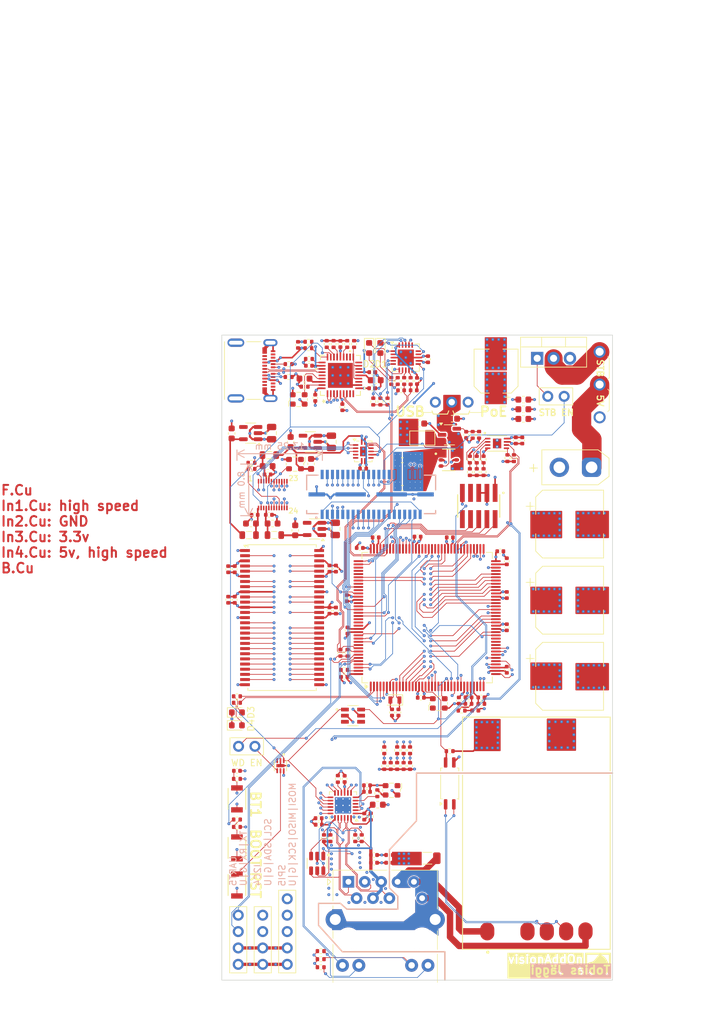
<source format=kicad_pcb>
(kicad_pcb (version 20240108) (generator "pcbnew") (generator_version "8.0")
  (layers (0 "F.Cu" signal) (1 "In1.Cu" signal) (2 "In2.Cu" signal) (3 "In3.Cu" signal) (4 "In4.Cu" signal) (31 "B.Cu" signal) (34 "B.Paste" user) (35 "F.Paste" user) (36 "B.SilkS" user "B.Silkscreen") (37 "F.SilkS" user "F.Silkscreen") (38 "B.Mask" user) (39 "F.Mask" user) (44 "Edge.Cuts" user))
  (net 0 "")
  (net 1 "GND")
  (net 2 "+3V3")
  (net 3 "/stm32f7/BOOT0")
  (net 4 "+5V")
  (net 5 "Net-(U1-FB)")
  (net 6 "/camera/DVDD")
  (net 7 "+1V8")
  (net 8 "+1V2")
  (net 9 "/camera/DOVDD")
  (net 10 "+2V8")
  (net 11 "/camera/AVDD")
  (net 12 "/usbHub/UartD+")
  (net 13 "/usbHub/UartD-")
  (net 14 "+5V_USB")
  (net 15 "/stm32f7/BUTTON1")
  (net 16 "/stm32f7/OSC32_IN")
  (net 17 "/stm32f7/OSC32_OUT")
  (net 18 "Earth")
  (net 19 "Net-(D1-K)")
  (net 20 "Net-(D2-K)")
  (net 21 "Net-(D3-A)")
  (net 22 "Net-(D4-A)")
  (net 23 "Net-(U3-~{MR})")
  (net 24 "/I2C4_SDA")
  (net 25 "/I2C4_SCL")
  (net 26 "/D2_CAMERA")
  (net 27 "/D2_FPGA")
  (net 28 "/D3_CAMERA")
  (net 29 "/D4_FPGA")
  (net 30 "/PWR_TX")
  (net 31 "/USB_FPGA_D-")
  (net 32 "/DEBUG4")
  (net 33 "/D7_CAMERA")
  (net 34 "/D3_FPGA")
  (net 35 "/D7_FPGA")
  (net 36 "/UART_RX_STM_FROM_FPGA")
  (net 37 "/D5_CAMERA")
  (net 38 "/DEBUG0")
  (net 39 "/D4_CAMERA")
  (net 40 "/STROBE")
  (net 41 "/D9_CAMERA")
  (net 42 "/USB_FPGA_D+")
  (net 43 "/D5_FPGA")
  (net 44 "/D6_FPGA")
  (net 45 "/UART_TX_STM_TO_FPGA")
  (net 46 "/DEBUG3")
  (net 47 "/DEBUG1")
  (net 48 "/VSYNC_FPGA")
  (net 49 "/USB_UART_CTS")
  (net 50 "/D1_FPGA")
  (net 51 "/PCLK_CAMERA")
  (net 52 "/VSYNC_CAMERA")
  (net 53 "/D0_FPGA")
  (net 54 "/PCLK_FPGA")
  (net 55 "Net-(J2-Pad01)")
  (net 56 "/HREF_CAMERA")
  (net 57 "/HSYNC_FPGA")
  (net 58 "/D6_CAMERA")
  (net 59 "/PWR_RX")
  (net 60 "/USB_UART_RTS")
  (net 61 "/DEBUG2")
  (net 62 "/D8_CAMERA")
  (net 63 "/usbHub/D1-")
  (net 64 "/usbHub/D1+")
  (net 65 "/stm32f7/SPI5_MOSI")
  (net 66 "/stm32f7/SPI5_MISO")
  (net 67 "/stm32f7/SPI5_SCK")
  (net 68 "/stm32f7/UART5_RX")
  (net 69 "/stm32f7/UART5_TX")
  (net 70 "/ethernet/RX_N")
  (net 71 "/ethernet/LED_1")
  (net 72 "/ethernet/TD_N")
  (net 73 "/ethernet/RX_P")
  (net 74 "/ethernet/LED_2")
  (net 75 "/ethernet/TD_P")
  (net 76 "/stm32f7/STM_DBG_25")
  (net 77 "Net-(U1-SW)")
  (net 78 "/SCL_CAM")
  (net 79 "/SDA_CAM")
  (net 80 "+5V_POE")
  (net 81 "/camera/SID")
  (net 82 "/stm32f7/LED_RED")
  (net 83 "/stm32f7/LED_GREEN")
  (net 84 "/ethernet/RMII_RXDO")
  (net 85 "/ethernet/RMII_RXD1")
  (net 86 "/ethernet/RMII_CRS_DV")
  (net 87 "/ethernet/RMII_REF_CLK")
  (net 88 "/ethernet/OSC_25M")
  (net 89 "/ethernet/RMII_MDIO")
  (net 90 "/ethernet/POE_TYPE")
  (net 91 "/N_RESET")
  (net 92 "Net-(U3-WDI)")
  (net 94 "/camera/CAM_SDA_1V8")
  (net 95 "/camera/MCLK")
  (net 96 "/camera/CAM_NRST_1V8")
  (net 97 "/camera/CAM_SCL_1V8")
  (net 98 "/USB_UART_RX")
  (net 99 "/USB_UART_TX")
  (net 100 "/stm32f7/STM_DBG_19")
  (net 101 "/stm32f7/STM_DBG_5")
  (net 102 "/stm32f7/FMC_D4")
  (net 103 "/stm32f7/FMC_nRAS")
  (net 104 "/stm32f7/STM_DBG_16")
  (net 105 "/stm32f7/STM_DBG_6")
  (net 106 "/stm32f7/FMC_A0")
  (net 107 "/stm32f7/FMC_CLK")
  (net 108 "/stm32f7/FMC_D13")
  (net 109 "/stm32f7/STM_DBG_20")
  (net 110 "/ethernet/RMII_TXEN")
  (net 111 "/stm32f7/FMC_D12")
  (net 112 "/stm32f7/STM_DBG_7")
  (net 113 "/stm32f7/FMC_A6")
  (net 114 "/stm32f7/SWDIO{slash}TMS")
  (net 115 "/stm32f7/STM_DBG_10")
  (net 116 "/stm32f7/FMC_A4")
  (net 117 "/ethernet/RMII_TXD0")
  (net 118 "/stm32f7/STM_DBG_21")
  (net 119 "/stm32f7/FMC_DQM1")
  (net 120 "/stm32f7/STM_DBG_17")
  (net 121 "/stm32f7/SWO{slash}TDO")
  (net 122 "/stm32f7/STM_DBG_23")
  (net 123 "/stm32f7/FMC_CKE")
  (net 124 "/stm32f7/FMC_D6")
  (net 125 "/stm32f7/FMC_D10")
  (net 126 "/stm32f7/FMC_nCAS")
  (net 127 "/stm32f7/FMC_A12")
  (net 128 "/stm32f7/FMC_A2")
  (net 129 "/stm32f7/FMC_nCS")
  (net 130 "/stm32f7/FMC_D11")
  (net 131 "/stm32f7/FMC_D2")
  (net 132 "/stm32f7/FMC_BA1")
  (net 133 "/stm32f7/FMC_A9")
  (net 134 "/stm32f7/STM_DBG_24")
  (net 135 "/stm32f7/FMC_A7")
  (net 136 "/ethernet/RMII_MDC")
  (net 137 "/stm32f7/FMC_A1")
  (net 138 "/WATCHDOG")
  (net 139 "/stm32f7/FMC_D5")
  (net 140 "/stm32f7/FMC_A5")
  (net 141 "/stm32f7/SWCLK{slash}TCK")
  (net 142 "/stm32f7/FMC_D3")
  (net 143 "/stm32f7/FMC_A8")
  (net 144 "/stm32f7/FMC_D9")
  (net 145 "/ethernet/RMII_TXD1")
  (net 146 "/stm32f7/FMC_A10")
  (net 147 "/stm32f7/FMC_D7")
  (net 148 "/stm32f7/STM_DBG_9")
  (net 149 "/stm32f7/FMC_A11")
  (net 150 "/stm32f7/STM_DBG_11")
  (net 151 "/stm32f7/FMC_D15")
  (net 152 "/stm32f7/FMC_BA0")
  (net 153 "/stm32f7/FMC_D1")
  (net 154 "/stm32f7/FMC_DQM0")
  (net 155 "/stm32f7/STM_DBG_18")
  (net 156 "/stm32f7/TDI")
  (net 157 "/stm32f7/FMC_D14")
  (net 158 "/stm32f7/FMC_nWE")
  (net 159 "/stm32f7/FMC_D8")
  (net 160 "/stm32f7/STM_DBG_15")
  (net 161 "/stm32f7/STM_DBG_8")
  (net 162 "/stm32f7/FMC_D0")
  (net 163 "/stm32f7/FMC_A3")
  (net 164 "Net-(MD1-T2P)")
  (net 165 "Net-(MD1-VC)")
  (net 170 "/stm32f7/CLOCK_24MHZ")
  (net 172 "/stm32f7/STM_DBG_1")
  (net 173 "/stm32f7/STM_DBG_0")
  (net 174 "/stm32f7/STM_DBG_2")
  (net 175 "Net-(J8-RCT)")
  (net 176 "Net-(U9-CRFILT)")
  (net 177 "Net-(U10-3V3OUT)")
  (net 178 "Net-(U9-PLLFILT)")
  (net 179 "Net-(U12-VDDA)")
  (net 180 "Net-(U12-VREF+)")
  (net 181 "Net-(U12-VCAP_1)")
  (net 182 "Net-(U12-VCAP_2)")
  (net 183 "Net-(U14-VDDCR)")
  (net 184 "Net-(C61-Pad2)")
  (net 192 "Net-(J4-CC1)")
  (net 194 "Net-(J4-CC2)")
  (net 197 "Net-(J6-~{RESET})")
  (net 199 "Net-(J8-V-)")
  (net 200 "Net-(J8-Pad12)")
  (net 201 "Net-(J8-V+)")
  (net 202 "Net-(J8-Pad14)")
  (net 203 "Net-(U10-USBDM)")
  (net 204 "Net-(U10-USBDP)")
  (net 205 "Net-(D1-A)")
  (net 206 "Net-(D2-A)")
  (net 207 "Net-(U9-OCS_N1)")
  (net 208 "Net-(U9-SUSP_IND{slash}LOCAL_PWR{slash}NON_REM0)")
  (net 209 "Net-(U9-HS_IND{slash}CFG_SEL1)")
  (net 210 "Net-(U9-SCL{slash}SMBCLK{slash}CFG_SEL0)")
  (net 211 "Net-(U9-SDA{slash}SMBDATA{slash}NON_REM1)")
  (net 212 "Net-(U9-RBIAS)")
  (net 213 "Net-(U9-VBUS_DET)")
  (net 214 "Net-(U14-RXD0{slash}MODE0)")
  (net 215 "Net-(U14-RXD1{slash}MODE1)")
  (net 216 "Net-(U14-RXER{slash}PHYAD0)")
  (net 217 "Net-(U14-CRS_DV{slash}MODE2)")
  (net 218 "Net-(U14-~{INT}{slash}REFCLKO)")
  (net 219 "Net-(U14-XTAL1{slash}CLKIN)")
  (net 220 "Net-(U14-RBIAS)")
  (net 221 "Net-(U18-A2)")
  (net 222 "Net-(U18-A1)")
  (net 223 "Net-(U18-A0)")
  (net 227 "Net-(U10-~{DCD})")
  (net 234 "Net-(U9-XTALIN{slash}CLKIN)")
  (net 243 "Net-(U10-~{DSR})")
  (net 244 "Net-(R57-Pad2)")
  (net 245 "Net-(U10-~{DTR})")
  (net 252 "Net-(U17--)")
  (net 253 "/irLed/5V_POE_SWITCHED")
  (net 254 "Net-(Q1-G)")
  (net 256 "Net-(BOOT_STM1-Pad1)")
  (net 257 "Net-(U12-PDR_ON)")
  (net 258 "/USB_STM_D+")
  (net 259 "/USB_STM_D-")
  (footprint "Capacitor_SMD:C_0603_1608Metric" (layer "F.Cu") (at 136.175 51.5)
    (property "Reference" "C72" (hide yes))
    (property "Value" "22nF")
  )
  (footprint "Package_TO_SOT_SMD:SOT-23-5" (layer "F.Cu") (at 103.1375 56.55 180)
    (property "Reference" "U4" (hide yes))
    (property "Value" "TLV73318PDBV")
  )
  (footprint "Resistor_SMD:R_0402_1005Metric" (layer "F.Cu") (at 129.306055 55.466488 -90)
    (property "Reference" "R4" (hide yes))
    (property "Value" "150k")
  )
  (footprint "Resistor_SMD:R_0402_1005Metric" (layer "F.Cu") (at 133.705 59.08 90)
    (property "Reference" "R2" (hide yes))
    (property "Value" "1k")
  )
  (footprint "Resistor_SMD:R_0402_1005Metric" (layer "F.Cu") (at 102.24 48)
    (property "Reference" "R23" (hide yes))
    (property "Value" "12k")
  )
  (footprint "Capacitor_SMD:C_0402_1005Metric" (layer "F.Cu") (at 106.1 82.7075 -90)
    (property "Reference" "C55" (hide yes))
    (property "Value" "100nF")
  )
  (footprint "visionAddOn:DF30FC-24DS_KLT_PIN_MAPPING" (layer "F.Cu") (at 99.5 62.65 180)
    (property "Reference" "U8" (hide yes))
    (property "Value" "DF30FC-24DS-0.4V_82_")
  )
  (footprint "visionAddOn:MIC826TYMT-TR_SON50P160X160X60-7N" (layer "F.Cu") (at 98.5 106.75 -90)
    (property "Reference" "U3" (hide yes))
    (property "Value" "MIC826TYMT-TR")
  )
  (footprint "Resistor_SMD:R_0402_1005Metric" (layer "F.Cu") (at 117.39 59.4)
    (property "Reference" "R7" (hide yes))
    (property "Value" "0")
  )
  (footprint "Capacitor_SMD:C_0402_1005Metric" (layer "F.Cu") (at 113 121.8 180)
    (property "Reference" "C66" (hide yes))
    (property "Value" "100nF")
  )
  (footprint "Capacitor_SMD:C_0402_1005Metric" (layer "F.Cu") (at 119.164375 48.565625)
    (property "Reference" "C20" (hide yes))
    (property "Value" "47pF")
  )
  (footprint "Resistor_SMD:R_0402_1005Metric" (layer "F.Cu") (at 127.874759 59.29 -90)
    (property "Reference" "R62" (hide yes))
    (property "Value" "0")
  )
  (footprint "Resistor_SMD:R_0402_1005Metric" (layer "F.Cu") (at 99.76 44.5 180)
    (property "Reference" "R12" (hide yes))
    (property "Value" "5k1")
  )
  (footprint "Connector_PinHeader_2.54mm:PinHeader_1x02_P2.54mm_Vertical" (layer "F.Cu") (at 139.96 49.5 90)
    (property "Reference" "StrobeEnable1" (hide yes))
    (property "Value" "61300211121")
  )
  (footprint "visionAddOn:blob_40mm" (layer "F.Cu") (at 147.75 137.75)
    (property "Reference" "G***" (hide yes))
    (property "Value" "LOGO" (hide yes))
  )
  (footprint "Capacitor_SMD:C_0603_1608Metric" (layer "F.Cu") (at 96.504331 60.320664)
    (property "Reference" "C11" (hide yes))
    (property "Value" "1uF")
  )
  (footprint "Resistor_SMD:R_0402_1005Metric" (layer "F.Cu") (at 104.74 135.5 180)
    (property "Reference" "R44" (hide yes))
    (property "Value" "270")
  )
  (footprint "Capacitor_SMD:C_0402_1005Metric" (layer "F.Cu") (at 127.66572 97.17315 180)
    (property "Reference" "C39" (hide yes))
    (property "Value" "100nF")
  )
  (footprint "visionAddOn:MOLEX_105450-0101" (layer "F.Cu") (at 93.58 45.5 -90)
    (property "Reference" "J4" (hide yes))
    (property "Value" "105450-0101")
  )
  (footprint "Crystal:Crystal_SMD_2012-2Pin_2.0x1.2mm" (layer "F.Cu") (at 116.25 96.565 180)
    (property "Reference" "Y1" (hide yes))
    (property "Value" "RT2012-32.768-9-20-EXT-TR")
  )
  (footprint "Connector_RJ:RJ45_Abracon_ARJP11A-MA_Horizontal" (layer "F.Cu") (at 109.04 124.755)
    (property "Reference" "J8" (hide yes))
    (property "Value" "RJ45_Abracon_ARJP11A-MASA-B-A-EMU2")
  )
  (footprint "Capacitor_SMD:C_0402_1005Metric" (layer "F.Cu") (at 124.77 71.365)
    (property "Reference" "C42" (hide yes))
    (property "Value" "100nF")
  )
  (footprint "Resistor_SMD:R_0402_1005Metric" (layer "F.Cu") (at 128.937379 61.24 -90)
    (property "Reference" "R53" (hide yes))
    (property "Value" "10k")
  )
  (footprint "visionAddOn:SOT26_DIO" (layer "F.Cu") (at 124.6 59.349999)
    (property "Reference" "U2" (hide yes))
    (property "Value" "AP2281-3WG-7")
  )
  (footprint "Package_SO:TSOP-II-54_22.2x10.16mm_P0.8mm" (layer "F.Cu") (at 98.75 83.8)
    (property "Reference" "U13" (hide yes))
    (property "Value" "AS4C16M16SA")
  )
  (footprint "Capacitor_SMD:C_0603_1608Metric" (layer "F.Cu") (at 97.275 69.21)
    (property "Reference" "C6" (hide yes))
    (property "Value" "1uF")
  )
  (footprint "Resistor_SMD:R_0402_1005Metric" (layer "F.Cu") (at 115.4 120.6 180)
    (property "Reference" "R45" (hide yes))
    (property "Value" "1M")
  )
  (footprint "Resistor_SMD:R_0402_1005Metric" (layer "F.Cu") (at 110.1 117.99 -90)
    (property "Reference" "R47" (hide yes))
    (property "Value" "50")
  )
  (footprint "Resistor_SMD:R_0402_1005Metric" (layer "F.Cu") (at 112.9 50.3 -90)
    (property "Reference" "R58" (hide yes))
    (property "Value" "0")
  )
  (footprint "Resistor_SMD:R_0402_1005Metric" (layer "F.Cu") (at 116.6 106.8 -90)
    (property "Reference" "R39" (hide yes))
    (property "Value" "10k")
  )
  (footprint "Resistor_SMD:R_0402_1005Metric" (layer "F.Cu") (at 115.684375 47.115625 90)
    (property "Reference" "R16" (hide yes))
    (property "Value" "270")
  )
  (footprint "" (layer "F.Cu") (at 91.75 60)
    (property "Reference" "")
    (property "Value" "")
  )
  (footprint "Capacitor_SMD:C_0402_1005Metric" (layer "F.Cu") (at 115.8 98.5 -90)
    (property "Reference" "C31" (hide yes))
    (property "Value" "9pF")
  )
  (footprint "Resistor_SMD:R_0402_1005Metric" (layer "F.Cu") (at 111.1 117.99 -90)
    (property "Reference" "R48" (hide yes))
    (property "Value" "50")
  )
  (footprint "Package_SO:SOIC-4_4.55x2.6mm_P1.27mm" (layer "F.Cu") (at 124.75 109.5 90)
    (property "Reference" "U16" (hide yes))
    (property "Value" "TLP293")
  )
  (footprint "Package_DFN_QFN:VQFN-24-1EP_4x4mm_P0.5mm_EP2.5x2.5mm_ThermalVias" (layer "F.Cu") (at 108.2 112.9125 180)
    (property "Reference" "U14" (hide yes))
    (property "Value" "LAN8742A")
  )
  (footprint "Resistor_SMD:R_0402_1005Metric" (layer "F.Cu") (at 118.684375 47.115625 90)
    (property "Reference" "R14" (hide yes))
    (property "Value" "27")
  )
  (footprint "Resistor_SMD:R_0402_1005Metric" (layer "F.Cu") (at 91.75 116.25 180)
    (property "Reference" "R26" (hide yes))
    (property "Value" "10k")
  )
  (footprint "visionAddOn:LQM2HPN2R2MJ0L" (layer "F.Cu") (at 120.394566 55.964161 180)
    (property "Reference" "L1" (hide yes))
    (property "Value" "LQM2HPN2R2MJ0L")
  )
  (footprint "MountingHole:MountingHole_2.7mm_M2.5" (layer "F.Cu") (at 98.5 99.4)
    (property "Reference" "REF**" (hide yes))
    (property "Value" "MountingHole_2.7mm_M2.5" (hide yes))
  )
  (footprint "Resistor_SMD:R_0402_1005Metric" (layer "F.Cu") (at 112.5 114.6425 90)
    (property "Reference" "R46" (hide yes))
    (property "Value" "12.1k")
  )
  (footprint "Oscillator:Oscillator_SMD_ECS_2520MV-xxx-xx-4Pin_2.5x2.0mm" (layer "F.Cu") (at 123.05 97.098689 90)
    (property "Reference" "X3" (hide yes))
    (property "Value" "ECS-2520MV-240-BL-TR")
  )
  (footprint "Resistor_SMD:R_0402_1005Metric" (layer "F.Cu") (at 114.6 106.8 -90)
    (property "Reference" "R41" (hide yes))
    (property "Value" "10k")
  )
  (footprint "Capacitor_SMD:C_0603_1608Metric" (layer "F.Cu") (at 93.925 69.21 180)
    (property "Reference" "C14" (hide yes))
    (property "Value" "1uF")
  )
  (footprint "Capacitor_SMD:CP_Elec_10x10" (layer "F.Cu") (at 143.35 81.1)
    (property "Reference" "C73" (hide yes))
    (property "Value" "470uF/10V/20%/PCF1A471MCL1GS")
  )
  (footprint "Resistor_SMD:R_0402_1005Metric" (layer "F.Cu") (at 130 59.29 -90)
    (property "Reference" "R60" (hide yes))
    (property "Value" "0")
  )
  (footprint "Capacitor_SMD:C_0603_1608Metric" (layer "F.Cu") (at 90.928818 55.25 90)
    (property "Reference" "C13" (hide yes))
    (property "Value" "1uF")
  )
  (footprint "Resistor_SMD:R_0402_1005Metric" (layer "F.Cu") (at 91.75 96 180)
    (property "Reference" "R28" (hide yes))
    (property "Value" "1k")
  )
  (footprint "visionAddOn:SW_B3U-1000P_OMR" (layer "F.Cu") (at 91.75 125.25 -90)
    (property "Reference" "RESET1" (hide yes))
    (property "Value" "B3U-1000P")
  )
  (footprint "Package_TO_SOT_THT:TO-220-3_Vertical" (layer "F.Cu") (at 138.32 43.6)
    (property "Reference" "Q1" (hide yes))
    (property "Value" "IRLZ44N")
  )
  (footprint "Capacitor_SMD:C_0402_1005Metric" (layer "F.Cu") (at 111.5 114.6425 -90)
    (property "Reference" "C65" (hide yes))
    (property "Value" "100nF")
  )
  (footprint "Capacitor_SMD:C_0402_1005Metric" (layer "F.Cu") (at 91.4 76.3 -90)
    (property "Reference" "C54" (hide yes))
    (property "Value" "100nF")
  )
  (footprint "Package_QFP:LQFP-144_20x20mm_P0.5mm" (layer "F.Cu") (at 121.25 83.8 90)
    (property "Reference" "U12" (hide yes))
    (property "Value" "STM32F767ZITx")
  )
  (footprint "Capacitor_SMD:C_0805_2012Metric" (layer "F.Cu") (at 106.4 56.55 -90)
    (property "Reference" "C4" (hide yes))
    (property "Value" "4.7uF")
  )
  (footprint "Capacitor_SMD:C_0402_1005Metric" (layer "F.Cu") (at 106.1 76.2 90)
    (property "Reference" "C50" (hide yes))
    (property "Value" "100nF")
  )
  (footprint "Oscillator:Oscillator_SMD_ECS_2520MV-xxx-xx-4Pin_2.5x2.0mm" (layer "F.Cu") (at 101.325 49.975 90)
    (property "Reference" "X2" (hide yes))
    (property "Value" "ECS-2520MV-240-BL-TR")
  )
  (footprint "visionAddOn:QFN36_6X6MC_MCH" (layer "F.Cu") (at 107.796774 46.25 90)
    (property "Reference" "U9" (hide yes))
    (property "Value" "USB2513B-AEZC")
  )
  (footprint "Capacitor_SMD:C_0402_1005Metric" (layer "F.Cu") (at 108.39 93 180)
    (property "Reference" "C79" (hide yes))
    (property "Value" "100nF")
  )
  (footprint "Capacitor_SMD:C_0402_1005Metric" (layer "F.Cu") (at 133.6 85.3 -90)
    (property "Reference" "C47" (hide yes))
    (property "Value" "100nF")
  )
  (footprint "Resistor_SMD:R_0402_1005Metric" (layer "F.Cu") (at 114.6 104.36 -90)
    (property "Reference" "R35" (hide yes))
    (property "Value" "33")
  )
  (footprint "Capacitor_SMD:C_0402_1005Metric" (layer "F.Cu") (at 116.8 98.5 -90)
    (property "Reference" "C33" (hide yes))
    (property "Value" "9pF")
  )
  (footprint "" (layer "F.Cu") (at 105 60)
    (property "Reference" "")
    (property "Value" "")
  )
  (footprint "Resistor_SMD:R_0402_1005Metric" (layer "F.Cu") (at 106.25 117.99 -90)
    (property "Reference" "R50" (hide yes))
    (property "Value" "50")
  )
  (footprint "Capacitor_SMD:CP_Elec_10x10" (layer "F.Cu") (at 143.35 92.9)
    (property "Reference" "C68" (hide yes))
    (property "Value" "470uF/10V/20%/PCF1A471MCL1GS")
  )
  (footprint "Capacitor_SMD:C_0402_1005Metric" (layer "F.Cu") (at 107.796773 41.383441 90)
    (property "Reference" "C26" (hide yes))
    (property "Value" "100nF")
  )
  (footprint "LED_SMD:LED_0603_1608Metric" (layer "F.Cu") (at 91.75 98.5)
    (property "Reference" "D3")
    (property "Value" "150060RS75020")
  )
  (footprint "Resistor_SMD:R_0402_1005Metric" (layer "F.Cu") (at 99.76 46.5 180)
    (property "Reference" "R13" (hide yes))
    (property "Value" "5k1")
  )
  (footprint "Capacitor_SMD:C_0402_1005Metric" (layer "F.Cu") (at 108.9 85.8 90)
    (property "Reference" "C45" (hide yes))
    (property "Value" "100nF")
  )
  (footprint "Connector_PinHeader_2.54mm:PinHeader_1x04_P2.54mm_Vertical" (layer "F.Cu") (at 91.95 137.55 180)
    (property "Reference" "J7" (hide yes))
    (property "Value" "61300411121")
  )
  (footprint "Capacitor_SMD:C_0402_1005Metric" (layer "F.Cu") (at 110.8 73 180)
    (property "Reference" "C77" (hide yes))
    (property "Value" "100nF")
  )
  (footprint "Capacitor_SMD:C_0603_1608Metric" (layer "F.Cu") (at 136.175 53)
    (property "Reference" "C70" (hide yes))
    (property "Value" "100nF")
  )
  (footprint "Resistor_SMD:R_0402_1005Metric" (layer "F.Cu") (at 102.836774 41.039022)
    (property "Reference" "R25" (hide yes))
    (property "Value" "100k")
  )
  (footprint "Capacitor_SMD:C_0402_1005Metric" (layer "F.Cu") (at 112.75 45.75)
    (property "Reference" "C25" (hide yes))
    (property "Value" "100nF")
  )
  (footprint "Capacitor_SMD:C_0402_1005Metric" (layer "F.Cu") (at 112.73 48.25)
    (property "Reference" "C29" (hide yes))
    (property "Value" "100nF")
  )
  (footprint "" (layer "F.Cu") (at 91.75 68)
    (property "Reference" "")
    (property "Value" "")
  )
  (footprint "Resistor_SMD:R_0402_1005Metric" (layer "F.Cu") (at 118.6 104.36 -90)
    (property "Reference" "R32" (hide yes))
    (property "Value" "33")
  )
  (footprint "Capacitor_SMD:CP_Elec_10x10" (layer "F.Cu") (at 143.35 69.3)
    (property "Reference" "C74" (hide yes))
    (property "Value" "470uF/10V/20%/PCF1A471MCL1GS")
  )
  (footprint "Capacitor_SMD:C_0603_1608Metric" (layer "F.Cu") (at 100.075 56.575 90)
    (property "Reference" "C8" (hide yes))
    (property "Value" "1uF")
  )
  (footprint "Capacitor_SMD:C_0402_1005Metric" (layer "F.Cu") (at 90.4 76.3 -90)
    (property "Reference" "C56" (hide yes))
    (property "Value" "1uF")
  )
  (footprint "Resistor_SMD:R_0402_1005Metric" (layer "F.Cu") (at 108.39 91.9 180)
    (property "Reference" "R55" (hide yes))
    (property "Value" "10k")
  )
  (footprint "Resistor_SMD:R_0402_1005Metric" (layer "F.Cu") (at 115.1 50.3 -90)
    (property "Reference" "R59" (hide yes))
    (property "Value" "0")
  )
  (footprint "Capacitor_SMD:C_0603_1608Metric" (layer "F.Cu") (at 113.271774 47)
    (property "Reference" "C21" (hide yes))
    (property "Value" "10uF")
  )
  (footprint "MountingHole:MountingHole_2.7mm_M2.5" (layer "F.Cu") (at 144.4 125)
    (property "Reference" "REF**" (hide yes))
    (property "Value" "MountingHole_2.7mm_M2.5" (hide yes))
  )
  (footprint "Resistor_SMD:R_0402_1005Metric" (layer "F.Cu") (at 108.9 89.26 90)
    (property "Reference" "R9" (hide yes))
    (property "Value" "1k")
  )
  (footprint "Capacitor_SMD:C_0402_1005Metric" (layer "F.Cu") (at 111.92 110.8 180)
    (property "Reference" "C59" (hide yes))
    (property "Value" "470pF")
  )
  (footprint "Resistor_SMD:R_0402_1005Metric" (layer "F.Cu") (at 127.874759 61.24 -90)
    (property "Reference" "R54" (hide yes))
    (property "Value" "10k")
  )
  (footprint "Capacitor_SMD:C_0402_1005Metric" (layer "F.Cu") (at 107.1 76.2 90)
    (property "Reference" "C52" (hide yes))
    (property "Value" "1uF")
  )
  (footprint "Capacitor_SMD:C_0402_1005Metric" (layer "F.Cu") (at 101.225 41.525 90)
    (property "Reference" "C30" (hide yes))
    (property "Value" "100nF")
  )
  (footprint "Resistor_SMD:R_0402_1005Metric" (layer "F.Cu") (at 117.4 63.7)
    (property "Reference" "R6" (hide yes))
    (property "Value" "0")
  )
  (footprint "Resistor_SMD:R_0402_1005Metric" (layer "F.Cu") (at 91.75 97 180)
    (property "Reference" "R29" (hide yes))
    (property "Value" "1k")
  )
  (footprint "Resistor_SMD:R_0402_1005Metric" (layer "F.Cu") (at 94 59.8)
    (property "Reference" "R11" (hide yes))
    (property "Value" "0")
  )
  (footprint "Capacitor_SMD:C_0402_1005Metric" (layer "F.Cu") (at 135 56.339484 -90)
    (property "Reference" "C76" (hide yes))
    (property "Value" "100nF")
  )
  (footprint "Resistor_SMD:R_0402_1005Metric" (layer "F.Cu") (at 105.673387 41.383441 -90)
    (property "Reference" "R20" (hide yes))
    (property "Value" "10k")
  )
  (footprint "Package_TO_SOT_SMD:SOT-23-6" (layer "F.Cu") (at 104.2 121.9 -90)
    (property "Reference" "U15" (hide yes))
    (property "Value" "USBLC6-4SC6")
  )
  (footprint "Capacitor_SMD:C_0402_1005Metric" (layer "F.Cu") (at 96.7 67.863331)
    (property "Reference" "C7" (hide yes))
    (property "Value" "100nF")
  )
  (footprint "Capacitor_SMD:C_0402_1005Metric" (layer "F.Cu") (at 104.44 115.9)
    (property "Reference" "C63" (hide yes))
    (property "Value" "100nF")
  )
  (footprint "Resistor_SMD:R_0402_1005Metric" (layer "F.Cu") (at 128.306055 55.476488 90)
    (property "Reference" "R3" (hide yes))
    (property "Value" "680k")
  )
  (footprint "Oscillator:Oscillator_SMD_ECS_2520MV-xxx-xx-4Pin_2.5x2.0mm" (layer "F.Cu") (at 100.75 60 -90)
    (property "Reference" "X1" (hide yes))
    (property "Value" "ECS-2520MV-240-BL-TR")
  )
  (footprint "Inductor_SMD:L_0805_2012Metric" (layer "F.Cu") (at 96.775 58.61 180)
    (property "Reference" "L3" (hide yes))
    (property "Value" "MLP2012S3R3MT")
  )
  (footprint "visionAddOn:AT24C02D-MAHM-T_SON50P200X300X60-9N" (layer "F.Cu") (at 132.1 56.8)
    (property "Reference" "U18" (hide yes))
    (property "Value" "AT24C02D-MAHM-T")
  )
  (footprint "Capacitor_SMD:C_0402_1005Metric" (layer "F.Cu") (at 102.92 44.75 180)
    (property "Reference" "C27" (hide yes))
    (property "Value" "100nF")
  )
  (footprint "Capacitor_SMD:C_0402_1005Metric" (layer "F.Cu") (at 107.1 82.7075 -90)
    (property "Reference" "C57" (hide yes))
    (property "Value" "1uF")
  )
  (footprint "Package_DFN_QFN:QFN-20-1EP_4x4mm_P0.5mm_EP2.5x2.5mm" (layer "F.Cu") (at 117.934375 43.490625)
    (property "Reference" "U10" (hide yes))
    (property "Value" "FT231XQ")
  )
  (footprint "Resistor_SMD:R_0402_1005Metric" (layer "F.Cu") (at 91.75 115.1)
    (property "Reference" "R5" (hide yes))
    (property "Value" "0")
  )
  (footprint "Capacitor_SMD:C_0402_1005Metric" (layer "F.Cu") (at 108.8 80.78 90)
    (property "Reference" "C36" (hide yes))
    (property "Value" "100nF")
  )
  (footprint "Capacitor_SMD:C_0402_1005Metric" (layer "F.Cu") (at 90.4 81.0275 -90)
    (property "Reference" "C51" (hide yes))
    (property "Value" "100nF")
  )
  (footprint "Capacitor_SMD:C_0603_1608Metric" (layer "F.Cu") (at 102.225 46.75 180)
    (property "Reference" "C28" (hide yes))
    (property "Value" "C1608X5R0J106M080AB")
  )
  (footprint "Capacitor_SMD:C_0402_1005Metric" (layer "F.Cu") (at 115.37 121.8 180)
    (property "Reference" "C60" (hide yes))
    (property "Value" "1uF")
  )
  (footprint "Inductor_SMD:L_0402_1005Metric" (layer "F.Cu") (at 128.715 98.2)
    (property "Reference" "L5" (hide yes))
    (property "Value" "1k @ 100MHz/LRC0402CS2N2GV001T")
  )
  (footprint "Capacitor_SMD:C_0402_1005Metric" (layer "F.Cu") (at 119.77 71.25)
    (property "Reference" "C38" (hide yes))
    (property "Value" "100nF")
  )
  (footprint "visionAddOn:SW_B3U-1000P_OMR" (layer "F.Cu") (at 91.75 119.5 -90)
    (property "Reference" "BOOT_STM1" (hide yes))
    (property "Value" "B3U-1000P")
  )
  (footprint "Capacitor_SMD:C_0402_1005Metric" (layer "F.Cu") (at 136 56.339484 -90)
    (property "Reference" "C75" (hide yes))
    (property "Value" "1uF")
  )
  (footprint "Capacitor_SMD:C_0402_1005Metric" (layer "F.Cu") (at 91.75 107.55)
    (property "Reference" "C32" (hide yes))
    (property "Value" "100nF")
  )
  (footprint "Resistor_SMD:R_0402_1005Metric" (layer "F.Cu") (at 117.6 104.36 -90)
    (property "Reference" "R31" (hide yes))
    (property "Value" "33")
  )
  (footprint "Package_DFN_QFN:DHVQFN-14-1EP_2.5x3mm_P0.5mm_EP1x1.5mm" (layer "F.Cu") (at 111.35 58.0375)
    (property "Reference" "U7" (hide yes))
    (property "Value" "NTS0104BQ")
  )
  (footprint "Capacitor_SMD:C_0402_1005Metric" (layer "F.Cu") (at 129.655284 97.175045)
    (property "Reference" "C35" (hide yes))
    (property "Value" "100nF")
  )
  (footprint "Resistor_SMD:R_0402_1005Metric" (layer "F.Cu") (at 116.684375 47.115625 90)
    (property "Reference" "R17" (hide yes))
    (property "Value" "270")
  )
  (footprint "Connector_PinHeader_2.54mm:PinHeader_1x02_P2.54mm_Vertical" (layer "F.Cu") (at 92 103.75 90)
    (property "Reference" "WATCHDOG_ENABLE1" (hide yes))
    (property "Value" "61300211121")
  )
  (footprint "Resistor_SMD:R_0402_1005Metric" (layer "F.Cu") (at 102.836774 42.039022 180)
    (property "Reference" "R24" (hide yes))
    (property "Value" "100k")
  )
  (footprint "Capacitor_SMD:C_0402_1005Metric" (layer "F.Cu") (at 121.384375 43.745625 90)
    (property "Reference" "C19" (hide yes))
    (property "Value" "100nF")
  )
  (footprint "visionAddOn:SW_B3U-1000P_OMR" (layer "F.Cu") (at 91.75 111.9 -90)
    (property "Reference" "BT1" (hide yes))
    (property "Value" "B3U-1000P")
  )
  (footprint "Capacitor_SMD:C_0402_1005Metric" (layer "F.Cu") (at 119.684375 47.115625 -90)
    (property "Reference" "C22" (hide yes))
    (property "Value" "100nF")
  )
  (footprint "Package_TO_SOT_SMD:SOT-23-5" (layer "F.Cu") (at 93.8875 55.2 180)
    (property "Reference" "U6" (hide yes))
    (property "Value" "TLV73328PDBV")
  )
  (footprint "Resistor_SMD:R_0402_1005Metric" (layer "F.Cu") (at 117.6 106.8 -90)
    (property "Reference" "R37" (hide yes))
    (property "Value" "10k")
  )
  (footprint "Oscillator:Oscillator_SMD_ECS_2520MV-xxx-xx-4Pin_2.5x2.0mm" (layer "F.Cu") (at 115.725 110.575 -90)
    (property "Reference" "X4" (hide yes))
    (property "Value" "ECS-2520MV-250-CN-TR")
  )
  (footprint "Inductor_SMD:L_0805_2012Metric" (layer "F.Cu") (at 93.6375 71.01)
    (property "Reference" "L4" (hide yes))
    (property "Value" "MLP2012S3R3MT")
  )
  (footprint "Capacitor_SMD:CP_Elec_6.3x7.7" (layer "F.Cu") (at 131.937292 45.586665 90)
    (property "Reference" "C69" (hide yes))
    (property "Value" "22uF/80V/20%/PCH1J220MCL4GS")
  )
  (footprint "Connector_PinHeader_2.54mm:PinHeader_1x04_P2.54mm_Vertical" (layer "F.Cu") (at 95.75 137.55 180)
    (property "Reference" "J1" (hide yes))
    (property "Value" "61300411121")
  )
  (footprint "Capacitor_SMD:C_0402_1005Metric" (layer "F.Cu") (at 127.666073 96.165 180)
    (property "Reference" "C37" (hide yes))
    (property "Value" "1uF")
  )
  (footprint "Package_TO_SOT_SMD:SOT-23-5" (layer "F.Cu") (at 124.707066 55.464161)
    (property "Reference" "U1" (hide yes))
    (property "Value" "NCP1529A")
  )
  (footprint "Capacitor_SMD:C_0805_2012Metric" (layer "F.Cu") (at 97.128818 55.2 90)
    (property "Reference" "C5" (hide yes))
    (property "Value" "4.7uF")
  )
  (footprint "Capacitor_SMD:C_0603_1608Metric" (layer "F.Cu") (at 125.119566 52.964161)
    (property "Reference" "C1" (hide yes))
    (property "Value" "1uF")
  )
  (footprint "Capacitor_SMD:C_0402_1005Metric" (layer "F.Cu") (at 111.32 60.7 180)
    (property "Reference" "C17" (hide yes))
    (property "Value" "100nF")
  )
  (footprint "visionAddOn:SAMTEC_FTSH-105-01-S-DV-TR" (layer "F.Cu") (at 129.25 66.5 180)
    (property "Reference" "J6" (hide yes))
    (property "Value" "FTSH-105-01-S-DV-K-P-TR")
  )
  (footprint "Resistor_SMD:R_0402_1005Metric" (layer "F.Cu") (at 118.6 106.8 -90)
    (property "Reference" "R38" (hide yes))
    (property "Value" "10k")
  )
  (footprint "Capacitor_SMD:C_0402_1005Metric" (layer "F.Cu") (at 111.92 109.8 180)
    (property "Reference" "C62" (hide yes))
    (property "Value" "1uF")
  )
  (footprint "Resistor_SMD:R_0402_1005Metric" (layer "F.Cu") (at 94 60.75 180)
    (property "Reference" "R10" (hide yes))
    (property "Value" "0")
  )
  (footprint "Resistor_SMD:R_0402_1005Metric" (layer "F.Cu") (at 104.74 136.75)
    (property "Reference" "R42" (hide yes))
    (property "Value" "10k")
  )
  (footprint "Capacitor_SMD:C_0402_1005Metric" (layer "F.Cu") (at 132.6 73.52)
    (property "Reference" "C40" (hide yes))
    (property "Value" "100nF")
  )
  (footprint "visionAddOn:SOT95P280X145-6N" (layer "F.Cu") (at 109.75 99)
    (property "Reference" "U11" (hide yes))
    (property "Value" "SN74LVC2G07DBVR")
  )
  (footprint "Package_TO_SOT_SMD:SOT-23-5" (layer "F.Cu") (at 103.774276 70.0531 180)
    (property "Reference" "U5" (hide yes))
    (property "Value" "TLV73312PDBV")
  )
  (footprint "visionAddOn:HARWIN_D3086-98" (layer "F.Cu") (at 148 45.13 -90)
    (property "Reference" "xt30SourceSelect1" (hide yes))
    (property "Value" "D3086-98")
  )
  (footprint "Capacitor_SMD:C_0402_1005Metric" (layer "F.Cu") (at 129.655284 96.175045)
    (property "Reference" "C34" (hide yes))
    (property "Value" "1uF")
  )
  (footprint "Connector_AMASS:AMASS_XT30UPB-F_1x02_P5.0mm_Vertical" (layer "F.Cu") (at 146.75 60.5 180)
    (property "Reference" "U17" (hide yes))
    (property "Value" "XT30UPB-F/XT30-Female")
  )
  (footprint "Capacitor_SMD:C_0402_1005Metric" (layer "F.Cu") (at 91.4 81.0275 -90)
    (property "Reference" "C53" (hide yes))
    (property "Value" "1uF")
  )
  (footprint "Capacitor_SMD:C_0402_1005Metric" (layer "F.Cu") (at 133.6 75.07 90)
    (property "Reference" "C43" (hide yes))
    (property "Value" "2.2uF")
  )
  (footprint "Resistor_SMD:R_0402_1005Metric" (layer "F.Cu") (at 113.525 111.025 -90)
    (property "Reference" "R36" (hide yes))
    (property "Value" "33")
  )
  (footprint "Resistor_SMD:R_0402_1005Metric" (layer "F.Cu") (at 115.6 106.8 -90)
    (property "Reference" "R40" (hide yes))
    (property "Value" "1k5")
  )
  (footprint "Resistor_SMD:R_0402_1005Metric" (layer "F.Cu") (at 91.75 108.8 180)
    (property "Reference" "R27" (hide yes))
    (property "Value" "10k")
  )
  (footprint "Capacitor_SMD:C_0402_1005Metric" (layer "F.Cu") (at 117.204375 48.565625 180)
    (property "Reference" "C18" (hide yes))
    (property "Value" "47pF")
  )
  (footprint "Capacitor_SMD:C_0402_1005Metric" (layer "F.Cu") (at 133.6 80.3 -90)
    (property "Reference" "C41" (hide yes))
    (property "Value" "100nF")
  )
  (footprint "visionAddOn:MYBSP0055AABFT_0" (layer "F.Cu") (at 136.99 116.17 90)
    (property "Reference" "MD1" (hide yes))
    (property "Value" "MYBSP0055AABFT")
  )
  (footprint "Capacitor_SMD:C_0402_1005Metric" (layer "F.Cu") (at 108.45 108.8 -90)
    (property "Reference" "C58" (hide yes))
    (property "Value" "100nF")
  )
  (footprint "Resistor_SMD:R_0402_1005Metric" (layer "F.Cu") (at 130 61.24 -90)
    (property "Reference" "R52" (hide yes))
    (property "Value" "10k")
  )
  (footprint "Capacitor_SMD:C_1206_3216Metric" (layer "F.Cu") (at 121.275 121.1)
    (property "Reference" "C61" (hide yes))
    (property "Value" "1nF/2000V/10%/X7R/C1206")
  )
  (footprint "Resistor_SMD:R_0402_1005Metric" (layer "F.Cu") (at 114 50.3 -90)
    (property "Reference" "R57" (hide yes))
    (property "Value" "0")
  )
  (footprint "Capacitor_SMD:C_0402_1005Metric" (layer "F.Cu") (at 120.26401 96.215026 180)
    (property "Reference" "C49" (hide yes))
    (property "Value" "100nF")
  )
  (footprint "Resistor_SMD:R_0402_1005Metric" (layer "F.Cu") (at 106.74008 41.383441 -90)
    (property "Reference" "R21" (hide yes))
    (property "Value" "10k")
  )
  (footprint "Resistor_SMD:R_0402_1005Metric" (layer "F.Cu") (at 107.4 108.8 -90)
    (property "Reference" "R33" (hide yes))
    (property "Value" "10k")
  )
  (footprint "Capacitor_SMD:C_0402_1005Metric" (layer "F.Cu") (at 133.6 91.88 -90)
    (property "Reference" "C48" (hide yes))
    (property "Value" "100nF")
  )
  (footprint "LED_SMD:LED_0603_1608Metric" (layer "F.Cu") (at 114 42 -90)
    (property "Reference" "D1")
    (property "Value" "150060RS75020")
  )
  (footprint "Resistor_SMD:R_0402_1005Metric" (layer "F.Cu") (at 128.937379 59.29 -90)
    (property "Reference" "R61" (hide yes))
    (property "Value" "0")
  )
  (footprint "MountingHole:MountingHole_2.7mm_M2.5" (layer "F.Cu") (at 125.2 43.95)
    (property "Reference" "REF**" (hide yes))
    (property "Value" "MountingHole_2.7mm_M2.5" (hide yes))
  )
  (footprint "Capacitor_SMD:C_0402_1005Metric" (layer "F.Cu") (at 104.42 114.9)
    (property "Reference" "C64" (hide yes))
    (property "Value" "10uF")
  )
  (footprint "LED_SMD:LED_0603_1608Metric" (layer "F.Cu") (at 91.7375 100.5)
    (property "Reference" "D4")
    (property "Value" "150060GS75020")
  )
  (footprint "Connector_PinHeader_2.54mm:PinHeader_1x05_P2.54mm_Vertical" (layer "F.Cu") (at 99.55 137.55 180)
    (property "Reference" "J5" (hide yes))
    (property "Value" "61300511121")
  )
  (footprint "Resistor_SMD:R_0402_1005Metric" (layer "F.Cu") (at 116.6 104.36 -90)
    (property "Reference" "R34" (hide yes))
    (property "Value" "33")
  )
  (footprint "Capacitor_SMD:C_0402_1005Metric" (layer "F.Cu") (at 108.1 51.18 -90)
    (property "Reference" "C24" (hide yes))
    (property "Value" "100nF")
  )
  (footprint "Resistor_SMD:R_0402_1005Metric" (layer "F.Cu") (at 108.853466 41.383441 -90)
    (property "Reference" "R22" (hide yes))
    (property "Value" "10k")
  )
  (footprint "Resistor_SMD:R_0402_1005Metric" (layer "F.Cu") (at 134.705 59.08 90)
    (property "Reference" "R1" (hide yes))
    (property "Value" "1k")
  )
  (footprint "Resistor_SMD:R_0402_1005Metric" (layer "F.Cu") (at 124.74 104.5 180)
    (property "Reference" "R51" (hide yes))
    (property "Value" "15k/0.1W")
  )
  (footprint "Capacitor_SMD:C_0402_1005Metric" (layer "F.Cu") (at 126.166073 96.649808 -90)
    (property "Reference" "C46" (hide yes))
    (property "Value" "100nF")
  )
  (footprint "Resistor_SMD:R_0402_1005Metric" (layer "F.Cu") (at 109.920161 41.383441 90)
    (property "Reference" "R18" (hide yes))
    (property "Value" "10k")
  )
  (footprint "Resistor_SMD:R_0402_1005Metric" (layer "F.Cu") (at 104.74 138 180)
    (property "Reference" "R43" (hide yes))
    (property "Value" "270")
  )
  (footprint "Inductor_SMD:L_0805_2012Metric" (layer "F.Cu") (at 97.553589 71.005544 180)
    (property "Reference" "L2" (hide yes))
    (property "Value" "MLP2012S3R3MT")
  )
  (footprint "Capacitor_SMD:C_0402_1005Metric" (layer "F.Cu") (at 103.9 49.73 -90)
    (property "Reference" "C23" (hide yes))
    (property "Value" "100nF")
  )
  (footprint "Resistor_SMD:R_0402_1005Metric" (layer "F.Cu") (at 126.59 98.213175)
    (property "Reference" "R30" (hide yes))
    (property "Value" "47")
  )
  (footprint "Connector_PinHeader_2.54mm:PinHeader_1x03_P2.54mm_Vertical" (layer "F.Cu") (at 127.6 50.4 -90)
    (property "Reference" "J3" (hide yes))
    (property "Value" "61300311121")
  )
  (footprint "Resistor_SMD:R_0402_1005Metric" (layer "F.Cu") (at 102.92 43.7)
    (property "Reference" "R19" (hide yes))
    (property "Value" "10k")
  )
  (footprint "Inductor_SMD:L_0603_1608Metric" (layer "F.Cu") (at 113.5875 112.8 180)
    (property "Reference" "L6" (hide yes))
    (property "Value" "BLM18KG601SN1D")
  )
  (footprint "Capacitor_SMD:C_0402_1005Metric" (layer "F.Cu") (at 113 120.6 180)
    (property "Reference" "C67" (hide yes))
    (property "Value" "100nF")
  )
  (footprint "Capacitor_SMD:C_0603_1608Metric" (layer "F.Cu") (at 120.019566 53.714161)
    (property "Reference" "C3" (hide yes))
    (property "Value" "1uF")
  )
  (footprint "Resistor_SMD:R_0402_1005Metric" (layer "F.Cu") (at 117.684375 47.115625 90)
    (property "Reference" "R15" (hide yes))
    (property "Value" "27")
  )
  (footprint "Capacitor_SMD:C_0603_1608Metric" (layer "F.Cu") (at 136.175 50)
    (property "Reference" "C71" (hide yes))
    (property "Value" "22nF")
  )
  (footprint "Capacitor_SMD:C_0402_1005Metric" (layer "F.Cu") (at 96.504331 61.61)
    (property "Reference" "C12" (hide yes))
    (property "Value" "100nF")
  )
  (footprint "Capacitor_SMD:C_0603_1608Metric" (layer "F.Cu") (at 103.25 59.975 90)
    (property "Reference" "C16" (hide yes))
    (property "Value" "1uF")
  )
  (footprint "Capacitor_SMD:C_0402_1005Metric" (layer "F.Cu") (at 113.27 71.365 180)
    (property "Reference" "C44" (hide yes))
    (property "Value" "2.2uF")
  )
  (footprint "Resistor_SMD:R_0402_1005Metric" (layer "F.Cu") (at 105.25 117.99 -90)
    (property "Reference" "R49" (hide yes))
    (property "Value" "50")
  )
  (footprint "Capacitor_SMD:C_0402_1005Metric" (layer "F.Cu") (at 94.49715 67.872583 180)
    (property "Reference" "C15" (hide yes))
    (property "Value" "100nF")
  )
  (footprint "Capacitor_SMD:C_0603_1608Metric" (layer "F.Cu") (at 100.79034 70.27 90)
    (property "Reference" "C9" (hide yes))
    (property "Value" "1uF")
  )
  (footprint "Capacitor_SMD:C_0402_1005Metric" (layer "F.Cu") (at 127.307066 55.464161 90)
    (property "Reference" "C2" (hide yes))
    (property "Value" "18pF")
  )
  (footprint "Resistor_SMD:R_0402_1005Metric" (layer "F.Cu") (at 107.8 89.26 90)
    (property "Reference" "R8" (hide yes))
    (property "Value" "1k")
  )
  (footprint "LED_SMD:LED_0603_1608Metric" (layer "F.Cu") (at 112.25 42 -90)
    (property "Reference" "D2")
    (property "Value" "150060GS75020")
  )
  (footprint "Capacitor_SMD:C_0805_2012Metric" (layer "F.Cu") (at 107 70.05 -90)
    (property "Reference" "C10" (hide yes))
    (property "Value" "4.7uF")
  )
  (footprint "visionAddOn:SAMTEC_QTE-020-01-X-D-A" (layer "B.Cu") (at 112.565 64.7)
    (property "Reference" "J2" (hide yes))
    (property "Value" "QTE-020-01-F-D-A")
  )
  (gr_line (start 116.7 127) (end 116.7 129) (stroke (width 0.2)) (layer "B.SilkS"))
  (gr_line (start 107.8 128.1) (end 104.4 128.1) (stroke (width 0.2)) (layer "B.SilkS"))
  (gr_line (start 108.1 135.6) (end 124 135.6) (stroke (width 0.2)) (layer "B.SilkS"))
  (gr_line (start 124 135.6) (end 124 140) (stroke (width 0.2)) (layer "B.SilkS"))
  (gr_line (start 104.4 131.5) (end 108.1 135.6) (stroke (width 0.2)) (layer "B.SilkS"))
  (gr_line (start 115.4 125.7) (end 116.7 127) (stroke (width 0.2)) (layer "B.SilkS"))
  (gr_line (start 119.6 115.3) (end 115.4 119.8) (stroke (width 0.2)) (layer "B.SilkS"))
  (gr_line (start 116.7 129) (end 108.8 129) (stroke (width 0.2)) (layer "B.SilkS"))
  (gr_line (start 108.8 129) (end 107.8 128.1) (stroke (width 0.2)) (layer "B.SilkS"))
  (gr_line (start 119.6 107.9) (end 150 107.9) (stroke (width 0.2)) (layer "B.SilkS"))
  (gr_line (start 115.4 119.8) (end 115.4 125.7) (stroke (width 0.2)) (layer "B.SilkS"))
  (gr_line (start 119.6 107.9) (end 119.6 115.3) (stroke (width 0.2)) (layer "B.SilkS"))
  (gr_line (start 104.4 128.1) (end 104.4 131.5) (stroke (width 0.2)) (layer "B.SilkS"))
  (gr_line (start 120.5 52) (end 122.1 52) (stroke (width 0.1)) (layer "F.SilkS"))
  (gr_line (start 108.8 129) (end 107.8 128.1) (stroke (width 0.2)) (layer "F.SilkS"))
  (gr_line (start 127.75 52) (end 129.75 52) (stroke (width 0.1)) (layer "F.SilkS"))
  (gr_line (start 107.8 128.1) (end 104.4 128.1) (stroke (width 0.2)) (layer "F.SilkS"))
  (gr_line (start 127.65 52.25) (end 127.85 51.75) (stroke (width 0.15)) (layer "F.SilkS"))
  (gr_line (start 116.7 129) (end 108.8 129) (stroke (width 0.2)) (layer "F.SilkS"))
  (gr_line (start 125.25 51.75) (end 125.45 52.25) (stroke (width 0.15)) (layer "F.SilkS"))
  (gr_line (start 119.6 107.9) (end 119.6 115.3) (stroke (width 0.2)) (layer "F.SilkS"))
  (gr_line (start 116.7 127) (end 116.7 129) (stroke (width 0.2)) (layer "F.SilkS"))
  (gr_line (start 104.4 128.1) (end 104.4 131.5) (stroke (width 0.2)) (layer "F.SilkS"))
  (gr_line (start 119.6 115.3) (end 115.4 119.8) (stroke (width 0.2)) (layer "F.SilkS"))
  (gr_line (start 104.4 131.5) (end 108.1 135.6) (stroke (width 0.2)) (layer "F.SilkS"))
  (gr_line (start 108.1 135.6) (end 124 135.6) (stroke (width 0.2)) (layer "F.SilkS"))
  (gr_line (start 122 51.75) (end 122.2 52.25) (stroke (width 0.15)) (layer "F.SilkS"))
  (gr_line (start 115.4 125.7) (end 116.7 127) (stroke (width 0.2)) (layer "F.SilkS"))
  (gr_line (start 122.2 52.25) (end 124.4 52.25) (stroke (width 0.15)) (layer "F.SilkS"))
  (gr_line (start 124.4 52.25) (end 124.6 51.75) (stroke (width 0.15)) (layer "F.SilkS"))
  (gr_line (start 115.4 119.8) (end 115.4 125.7) (stroke (width 0.2)) (layer "F.SilkS"))
  (gr_line (start 125.45 52.25) (end 127.65 52.25) (stroke (width 0.15)) (layer "F.SilkS"))
  (gr_line (start 124 135.6) (end 124 140) (stroke (width 0.2)) (layer "F.SilkS"))
  (gr_line (start 119.6 107.9) (end 150 107.9) (stroke (width 0.2)) (layer "F.SilkS"))
  (gr_rect (start 89.4 40) (end 150 140) (stroke (width 0.1)) (fill none) (layer "Edge.Cuts"))
  (gr_text "F.Cu\nIn1.Cu: high speed\nIn2.Cu: GND\nIn3.Cu: 3.3v\nIn4.Cu: 5v, high speed\nB.Cu" (at 55 77 0) (layer "F.Cu") (effects (font (size 1.5 1.5) (thickness 0.3) (bold yes)) (justify left bottom)))
  (gr_text "SPI5\nMOSI|MISO|SCK|G|U" (at 100.95 125.55 90) (layer "B.SilkS") (effects (font (size 1 1)) (justify right bottom mirror)))
  (gr_text "I2C4\nSCL|SDA|G|U\n" (at 97.15 125.5 90) (layer "B.SilkS") (effects (font (size 1 1)) (justify right bottom mirror)))
  (gr_text "UART5\nTX|RX|G|U\n" (at 93.35 125.5 90) (layer "B.SilkS") (effects (font (size 1 1)) (justify right bottom mirror)))
  (gr_text "Tobias Jäggi\n" (at 137.1 139.2 0) (layer "B.SilkS" knockout) (effects (font (size 1.3 1.3) (thickness 0.3) (bold yes)) (justify right bottom mirror)))
  (gr_text "BOOT" (at 93.75 119.5 270) (layer "F.SilkS") (effects (font (size 1.5 1.5) (thickness 0.3) (bold yes)) (justify bottom)))
  (gr_text "WD EN" (at 90.75 106.9 0) (layer "F.SilkS") (effects (font (size 1 1)) (justify left bottom)))
  (gr_text "PoE" (at 129.25 52.75 0) (layer "F.SilkS") (effects (font (size 1.5 1.5) (thickness 0.3) (bold yes)) (justify left bottom)))
  (gr_text "USB" (at 116.15 52.75 0) (layer "F.SilkS") (effects (font (size 1.5 1.5) (thickness 0.3) (bold yes)) (justify left bottom)))
  (gr_text "STB EN" (at 138.435 52.6 0) (layer "F.SilkS") (effects (font (size 1 1) (thickness 0.2) (bold yes)) (justify left bottom)))
  (gr_text "RST" (at 93.75 125.25 270) (layer "F.SilkS") (effects (font (size 1.5 1.5) (thickness 0.3) (bold yes)) (justify bottom)))
  (gr_text "BT1" (at 93.75 112.75 270) (layer "F.SilkS") (effects (font (size 1.5 1.5) (thickness 0.3) (bold yes)) (justify bottom)))
  (gr_text "visionAddOn\nV1.0" (at 145.65 139.625 0) (layer "F.SilkS" knockout) (effects (font (size 1.3 1.3) (thickness 0.3) (bold yes)) (justify right bottom)))
  (dimension (type aligned) (layer "B.SilkS") (pts (xy 91.75 60) (xy 105 60)) (height -1.61) (gr_text "13.25 mm" (at 98.375 57.24 0) (layer "B.SilkS") (effects (font (size 1 1) (thickness 0.15)) (justify mirror))) (format (prefix "") (suffix "") (units 3) (units_format 1) (precision 2)) (style (thickness 0.15) (arrow_length 1.27) (text_position_mode 0) (extension_height 0.58642) (extension_offset 0.5) keep_text_aligned))
  (dimension (type aligned) (layer "B.SilkS") (pts (xy 91.75 60) (xy 91.75 68)) (height -1.83715) (gr_text "8.0 mm" (at 92.43715 64 90) (layer "B.SilkS") (effects (font (size 1 1) (thickness 0.15)) (justify mirror))) (format (prefix "") (suffix "") (units 3) (units_format 1) (precision 1)) (style (thickness 0.15) (arrow_length 1.27) (text_position_mode 0) (extension_height 0.58642) (extension_offset 0.5) keep_text_aligned))
  (segment (start 101.3 46.4) (end 101.3 46.6) (width 0.25) (layer "F.Cu") (net 1))
  (segment (start 116.4 49.1) (end 116.724375 48.775625) (width 0.1) (layer "F.Cu") (net 1))
  (segment (start 99.1 64) (end 99.1 62.65) (width 0.1) (layer "F.Cu") (net 1))
  (segment (start 110.815166 72.215166) (end 110.32 72.710332) (width 0.25) (layer "F.Cu") (net 1))
  (segment (start 113.577479 58.5375) (end 112.5375 58.5375) (width 0.25) (layer "F.Cu") (net 1))
  (segment (start 103.7 136.1) (end 104.23 135.57) (width 0.1) (layer "F.Cu") (net 1))
  (segment (start 107.9 107.6) (end 107.4 108.1) (width 0.2) (layer "F.Cu") (net 1))
  (segment (start 116.8 99.3) (end 116.8 98.98) (width 0.2) (layer "F.Cu") (net 1))
  (segment (start 106.0531 70.0531) (end 106 70.0531) (width 0.3) (layer "F.Cu") (net 1))
  (segment (start 113.5 46.25) (end 114.046774 46.796774) (width 0.25) (layer "F.Cu") (net 1))
  (segment (start 120.319375 46.75) (end 120.319375 46.960625) (width 0.25) (layer "F.Cu") (net 1))
  (segment (start 104.5 79.8) (end 105.7 79.8) (width 0.25) (layer "F.Cu") (net 1))
  (segment (start 94 67.889733) (end 94.01715 67.872583) (width 0.25) (layer "F.Cu") (net 1))
  (segment (start 93 82.2) (end 97.5 82.2) (width 0.25) (layer "F.Cu") (net 1))
  (segment (start 106.1 75.72) (end 107.1 75.72) (width 0.25) (layer "F.Cu") (net 1))
  (segment (start 96.984331 61.61) (end 97.39 61.61) (width 0.25) (layer "F.Cu") (net 1))
  (segment (start 106 70.0531) (end 104.911776 70.0531) (width 0.3) (layer "F.Cu") (net 1))
  (segment (start 104.167787 59.2) (end 103.25 59.2) (width 0.25) (layer "F.Cu") (net 1))
  (segment (start 112.8 72.273656) (end 112.8 72) (width 0.25) (layer "F.Cu") (net 1))
  (segment (start 98.775 59.275) (end 99.825 59.275) (width 0.3) (layer "F.Cu") (net 1))
  (segment (start 120.794566 53.714161) (end 121.644566 53.714161) (width 0.25) (layer "F.Cu") (net 1))
  (segment (start 97.35 41.59) (end 96.94 41.18) (width 0.25) (layer "F.Cu") (net 1))
  (segment (start 90.9625 99.5) (end 90.9625 100.4875) (width 0.2) (layer "F.Cu") (net 1))
  (segment (start 127.18572 97.17315) (end 126.209415 97.17315) (width 0.2) (layer "F.Cu") (net 1))
  (segment (start 93.76 68.6) (end 93.15 69.21) (width 0.25) (layer "F.Cu") (net 1))
  (segment (start 108.4 93.9) (end 107.91 93.41) (width 0.25) (layer "F.Cu") (net 1))
  (segment (start 113.21 48.25) (end 113.75 48.25) (width 0.25) (layer "F.Cu") (net 1))
  (segment (start 96.7 61.894331) (end 96.984331 61.61) (width 0.25) (layer "F.Cu") (net 1))
  (segment (start 100.4 46.5) (end 100.27 46.5) (width 0.25) (layer "F.Cu") (net 1))
  (segment (start 102.05 44.25) (end 102.41 43.89) (width 0.25) (layer "F.Cu") (net 1))
  (segment (start 132.826344 80.8) (end 132.576344 80.55) (width 0.25) (layer "F.Cu") (net 1))
  (segment (start 102.05 44.25) (end 102 44.3) (width 0.25) (layer "F.Cu") (net 1))
  (segment (start 113 73.1375) (end 113 72.473656) (width 0.25) (layer "F.Cu") (net 1))
  (segment (start 104.23 136.75) (end 104.23 136.97) (width 0.1) (layer "F.Cu") (net 1))
  (segment (start 133.08 74.07) (end 133.105 74.095) (width 0.25) (layer "F.Cu") (net 1))
  (segment (start 107.1 75.72) (end 107.1 75.725) (width 0.25) (layer "F.Cu") (net 1))
  (segment (start 90.4 76.78) (end 91.4 76.78) (width 0.25) (layer "F.Cu") (net 1))
  (segment (start 105.38 75) (end 104.5 75) (width 0.25) (layer "F.Cu") (net 1))
  (segment (start 129.25 64.465) (end 130.52 64.465) (width 0.25) (layer "F.Cu") (net 1))
  (segment (start 91.75 126.950002) (end 91.75 125.75) (width 0.1) (layer "F.Cu") (net 1))
  (segment (start 96.05 42.4) (end 96.05 42.07) (width 0.5) (layer "F.Cu") (net 1))
  (segment (start 108.76 51.66) (end 108.1 51.66) (width 0.25) (layer "F.Cu") (net 1))
  (segment (start 103.94 114.9) (end 103.8 114.9) (width 0.25) (layer "F.Cu") (net 1))
  (segment (start 91.84625 81.95375) (end 92.0925 82.2) (width 0.25) (layer "F.Cu") (net 1))
  (segment (start 104.2 120.7625) (end 104.2 121.9) (width 0.25) (layer "F.Cu") (net 1))
  (segment (start 112.8 71.375) (end 112.79 71.365) (width 0.25) (layer "F.Cu") (net 1))
  (segment (start 129.1 56.6) (end 129.306055 56.393945) (width 0.25) (layer "F.Cu") (net 1))
  (segment (start 92.02 77.4) (end 93 77.4) (width 0.25) (layer "F.Cu") (net 1))
  (segment (start 94.51 59.8) (end 94.51 59.01) (width 0.1) (layer "F.Cu") (net 1))
  (segment (start 116.3 99.8) (end 115.8 99.3) (width 0.2) (layer "F.Cu") (net 1))
  (segment (start 102.326774 41.039022) (end 102.346774 41.039022) (width 0.1) (layer "F.Cu") (net 1))
  (segment (start 93.75 135.01) (end 97.75 135.01) (width 0.5) (layer "F.Cu") (net 1))
  (segment (start 127.5 95.5) (end 127.5 94.4625) (width 0.2) (layer "F.Cu") (net 1))
  (segment (start 112.4 110.8) (end 112.4 109.8) (width 0.25) (layer "F.Cu") (net 1))
  (segment (start 90.9625 100.4875) (end 90.95 100.5) (width 0.2) (layer "F.Cu") (net 1))
  (segment (start 97.279331 60.779331) (end 97.279331 60.320664) (width 0.25) (layer "F.Cu") (net 1))
  (segment (start 125.385 106.25) (end 125.385 106.215) (width 0.25) (layer "F.Cu") (net 1))
  (segment (start 100.075 54.825) (end 100.075 55.8) (width 0.3) (layer "F.Cu") (net 1))
  (segment (start 136 56.819484) (end 135 56.819484) (width 0.25) (layer "F.Cu") (net 1))
  (segment (start 108.8 51.7) (end 108.76 51.66) (width 0.25) (layer "F.Cu") (net 1))
  (segment (start 102.2 50.7) (end 101.5 50) (width 0.25) (layer "F.Cu") (net 1))
  (segment (start 132.826344 85.8) (end 133 85.8) (width 0.25) (layer "F.Cu") (net 1))
  (segment (start 125.385 106.215) (end 126.2 105.4) (width 0.25) (layer "F.Cu") (net 1))
  (segment (start 102 44.31) (end 102.44 44.75) (width 0.25) (layer "F.Cu") (net 1))
  (segment (start 130.135284 96.175045) (end 130.228939 96.175045) (width 0.2) (layer "F.Cu") (net 1))
  (segment (start 104.5 83.8) (end 105.4875 83.8) (width 0.25) (layer "F.Cu") (net 1))
  (segment (start 124.676311 97.823689) (end 125.370192 97.129808) (width 0.2) (layer "F.Cu") (net 1))
  (segment (start 109.525 80.55) (end 109.5 80.575) (width 0.25) (layer "F.Cu") (net 1))
  (segment (start 113.577555 58.537576) (end 113.577479 58.5375) (width 0.25) (layer "F.Cu") (net 1))
  (segment (start 130 58.78) (end 130 58.1) (width 0.25) (layer "F.Cu") (net 1))
  (segment (start 91.4 76.78) (end 91.81 77.19) (width 0.25) (layer "F.Cu") (net 1))
  (segment (start 114.046774 46.796774) (end 114.046774 47) (width 0.25) (layer "F.Cu") (net 1))
  (segment (start 107.4 108.1) (end 107.4 108.29) (width 0.2) (layer "F.Cu") (net 1))
  (segment (start 108.495 99) (end 108.75 99) (width 0.25) (layer "F.Cu") (net 1))
  (segment (start 94 68.6) (end 94 67.889733) (width 0.25) (layer "F.Cu") (net 1))
  (segment (start 111.51 115.1225) (end 112.01625 114.61625) (width 0.25) (layer "F.Cu") (net 1))
  (segment (start 125 73.1375) (end 125 72.473656) (width 0.25) (layer "F.Cu") (net 1))
  (segment (start 113.75 48.25) (end 114.046774 47.953226) (width 0.25) (layer "F.Cu") (net 1))
  (segment (start 130.228939 96.175045) (end 130.701992 95.701992) (width 0.2) (layer "F.Cu") (net 1))
  (segment (start 106.1 75.72) (end 105.38 75) (width 0.25) (layer "F.Cu") (net 1))
  (segment (start 91.4 81.5075) (end 91.84625 81.95375) (width 0.25) (layer "F.Cu") (net 1))
  (segment (start 110.32 72.710332) (end 110.32 73) (width 0.25) (layer "F.Cu") (net 1))
  (segment (start 90.928818 53.321182) (end 90.928818 54.475) (width 0.25) (layer "F.Cu") (net 1))
  (segment (start 100.79034 68.5031) (end 100.79034 69.495) (width 0.3) (layer "F.Cu") (net 1))
  (segment (start 107.91 93.41) (end 107.91 93) (width 0.25) (layer "F.Cu") (net 1))
  (segment (start 123.975 97.823689) (end 124.676311 97.823689) (width 0.2) (layer "F.Cu") (net 1))
  (segment (start 126.209415 97.17315) (end 126.166073 97.129808) (width 0.2) (layer "F.Cu") (net 1))
  (segment (start 119.644375 48.565625) (end 119.644375 48.405625) (width 0.1) (layer "F.Cu") (net 1))
  (segment (start 136.95 50) (end 137.9 50) (width 0.25) (layer "F.Cu") (net 1))
  (segment (start 97.35 49.41) (end 96.94 49.82) (width 0.25) (layer "F.Cu") (net 1))
  (segment (start 119.684375 48.525625) (end 119.644375 48.565625) (width 0.25) (layer "F.Cu") (net 1))
  (segment (start 127.5 95.851073) (end 127.5 95.5) (width 0.2) (layer "F.Cu") (net 1))
  (segment (start 110.84 60.14) (end 110.84 60.7) (width 0.25) (layer "F.Cu") (net 1))
  (segment (start 119.5 73.1375) (end 119.5 72.473656) (width 0.25) (layer "F.Cu") (net 1))
  (segment (start 112.76 72.04) (end 112.8 72) (width 0.25) (layer "F.Cu") (net 1))
  (segment (start 90.9625 98.5) (end 90.9625 99.5) (width 0.2) (layer "F.Cu") (net 1))
  (segment (start 96.178818 55.2) (end 96.189409 55.189409) (width 0.3) (layer "F.Cu") (net 1))
  (segment (start 133.08 73.52) (end 133.08 74.07) (width 0.25) (layer "F.Cu") (net 1))
  (segment (start 125.370192 97.129808) (end 125.5 97.129808) (width 0.2) (layer "F.Cu") (net 1))
  (segment (start 120.376035 43.490625) (end 120.601035 43.265625) (width 0.25) (layer "F.Cu") (net 1))
  (segment (start 104.23 136.75) (end 104.23 136.63) (width 0.1) (layer "F.Cu") (net 1))
  (segment (start 97.75 61.25) (end 97.279331 60.779331) (width 0.25) (layer "F.Cu") (net 1))
  (segment (start 98.5 106.75) (end 99.75 106.75) (width 0.2) (layer "F.Cu") (net 1))
  (segment (start 119.78401 95.6) (end 119.78401 95.342334) (width 0.25) (layer "F.Cu") (net 1))
  (segment (start 129.306055 56.393945) (end 129.306055 55.976488) (width 0.25) (layer "F.Cu") (net 1))
  (segment (start 136.95 51.5) (end 137.9 51.5) (width 0.25) (layer "F.Cu") (net 1))
  (segment (start 102.25 50.7) (end 102.2 50.7) (width 0.25) (layer "F.Cu") (net 1))
  (segment (start 112.8 72) (end 112.8 71.375) (width 0.25) (layer "F.Cu") (net 1))
  (segment (start 103.96 115.9) (end 103.8 115.9) (width 0.25) (layer "F.Cu") (net 1))
  (segment (start 94 68.6) (end 93.76 68.6) (width 0.25) (layer "F.Cu") (net 1))
  (segment (start 127.186073 97.172797) (end 127.18572 97.17315) (width 0.2) (layer "F.Cu") (net 1))
  (segment (start 101.8 41.045) (end 102.320796 41.045) (width 0.25) (layer "F.Cu") (net 1))
  (segment (start 92.0925 82.2) (end 93 82.2) (width 0.25) (layer "F.Cu") (net 1))
  (segment (start 127.186073 96.165) (end 127.5 95.851073) (width 0.2) (layer "F.Cu") (net 1))
  (segment (start 97.95 68.15) (end 97.95 69.11) (width 0.25) (layer "F.Cu") (net 1))
  (segment (start 104.23 135.57) (end 104.23 135.5) (width 0.1) (layer "F.Cu") (net 1))
  (segment (start 105.4875 83.8) (end 106.1 83.1875) (width 0.25) (layer "F.Cu") (net 1))
  (segment (start 102.41 43.89) (end 102.41 43.7) (width 0.25) (layer "F.Cu") (net 1))
  (segment (start 119.871875 43.490625) (end 120.376035 43.490625) (width 0.25) (layer "F.Cu") (net 1))
  (segment (start 133.58 80.8) (end 133 80.8) (width 0.25) (layer "F.Cu") (net 1))
  (segment (start 108.8 80.3) (end 109.225 80.3) (width 0.25) (layer "F.Cu") (net 1))
  (segment (start 96.189409 55.189409) (end 97.128818 54.25) (width 0.3) (layer "F.Cu") (net 1))
  (segment (start 107 71) (end 106.0531 70.0531) (width 0.3) (layer "F.Cu") (net 1))
  (segment (start 104.9 40.873441) (end 108.853466 40.873441) (width 0.25) (layer "F.Cu") (net 1))
  (segment (start 97.75 135.01) (end 99.55 135.01) (width 0.5) (layer "F.Cu") (net 1))
  (segment (start 111.35 85.55) (end 112.3 84.6) (width 0.25) (layer "F.Cu") (net 1))
  (segment (start 93.1 116.25) (end 92.26 116.25) (width 0.1) (layer "F.Cu") (net 1))
  (segment (start 121.644566 53.714161) (end 121.644566 53.786147) (width 0.25) (layer "F.Cu") (net 1))
  (segment (start 120.319375 46.960625) (end 119.684375 47.595625) (width 0.25) (layer "F.Cu") (net 1))
  (segment (start 95.025 55.2) (end 96.178818 55.2) (width 0.3) (layer "F.Cu") (net 1))
  (segment (start 103.8 115.9) (end 103.3 115.4) (width 0.25) (layer "F.Cu") (net 1))
  (segment (start 90.4 81.5075) (end 91.4 81.5075) (width 0.25) (layer "F.Cu") (net 1))
  (segment (start 131.9125 92.05) (end 133.29 92.05) (width 0.25) (layer "F.Cu") (net 1))
  (segment (start 110.641574 47.75) (end 109.25 47.75) (width 0.25) (layer "F.Cu") (net 1))
  (segment (start 101.225 41.045) (end 101.8 41.045) (width 0.25) (layer "F.Cu") (net 1))
  (segment (start 92.23 107.55) (end 93 107.55) (width 0.1) (layer "F.Cu") (net 1))
  (segment (start 119.78401 95.342334) (end 120 95.126344) (width 0.25) (layer "F.Cu") (net 1))
  (segment (start 110.5875 80.55) (end 109.525 80.55) (width 0.25) (layer "F.Cu") (net 1))
  (segment (start 127.874759 58.389913) (end 127.874759 58.78) (width 0.25) (layer "F.Cu") (net 1))
  (segment (start 104.23 136.63) (end 103.7 136.1) (width 0.1) (layer "F.Cu") (net 1))
  (segment (start 116.3 99.8) (end 116.8 99.3) (width 0.2) (layer "F.Cu") (net 1))
  (segment (start 102 44.3) (end 102 44.31) (width 0.25) (layer "F.Cu") (net 1))
  (segment (start 132.576344 85.55) (end 132.826344 85.8) (width 0.25) (layer "F.Cu") (net 1))
  (segment (start 123.4 59.349999) (end 123.749999 59.349999) (width 0.3) (layer "F.Cu") (net 1))
  (segment (start 128.937379 58.387952) (end 129.155 58.170331) (width 0.25) (layer "F.Cu") (net 1))
  (segment (start 114.046774 47.953226) (end 114.046774 47) (width 0.25) (layer "F.Cu") (net 1))
  (segment (start 134.1 56.55) (end 133.55 56.55) (width 0.25) (layer "F.Cu") (net 1))
  (segment (start 101.45 47.3) (end 101.45 46.75) (width 0.25) (layer "F.Cu") (net 1))
  (segment (start 98.7 62.65) (end 98.7 63.4) (width 0.25) (layer "F.Cu") (net 1))
  (segment (start 107.1 83.1875) (end 106.1 83.1875) (width 0.25) (layer "F.Cu") (net 1))
  (segment (start 123.749999 59.349999) (end 124.1 59.7) (width 0.3) (layer "F.Cu") (net 1))
  (segment (start 125.350001 59.349999) (end 125 59.7) (width 0.3) (layer "F.Cu") (net 1))
  (segment (start 119.5 72.473656) (end 119.986828 71.986828) (width 0.25) (layer "F.Cu") (net 1))
  (segment (start 104.23 137.83) (end 104.23 138) (width 0.1) (layer "F.Cu") (net 1))
  (segment (start 136.95 53) (end 137.9 53) (width 0.25) (layer "F.Cu") (net 1))
  (segment (start 94.51 59.01) (end 94.5 59) (width 0.1) (layer "F.Cu") (net 1))
  (segment (start 125.8 59.349999) (end 125.350001 59.349999) (width 0.3) (layer "F.Cu") (net 1))
  (segment (start 131.9125 92.05) (end 131.05 92.05) (width 0.25) (layer "F.Cu") (net 1))
  (segment (start 97.95 68.15) (end 97.663331 67.863331) (width 0.25) (layer "F.Cu") (net 1))
  (segment (start 133 80.8) (end 132.826344 80.8) (width 0.25) (layer "F.Cu") (net 1))
  (segment (start 120.25 71.723656) (end 120.25 71.25) (width 0.25) (layer "F.Cu") (net 1))
  (segment (start 125.25 72.223656) (end 125.25 72) (width 0.25) (layer "F.Cu") (net 1))
  (segment (start 108.75 99) (end 109.75 100) (width 0.25) (layer "F.Cu") (net 1))
  (segment (start 133 85.8) (end 133.58 85.8) (width 0.25) (layer "F.Cu") (net 1))
  (segment (start 101.125 47.625) (end 101.45 47.3) (width 0.25) (layer "F.Cu") (net 1))
  (segment (start 113.23 45.75) (end 113.23 45.98) (width 0.25) (layer "F.Cu") (net 1))
  (segment (start 133.29 92.05) (end 133.6 92.36) (width 0.25) (layer "F.Cu") (net 1))
  (segment (start 103.8 114.9) (end 103.3 115.4) (width 0.25) (layer "F.Cu") (net 1))
  (segment (start 111.5 115.1225) (end 111.51 115.1225) (width 0.25) (layer "F.Cu") (net 1))
  (segment (start 91.75 113.600002) (end 91.75 112.7) (width 0.1) (layer "F.Cu") (net 1))
  (segment (start 110.84 60.14) (end 111.1 59.88) (width 0.25) (layer "F.Cu") (net 1))
  (segment (start 115.8 99.3) (end 115.8 98.98) (width 0.2) (layer "F.Cu") (net 1))
  (segment (start 120.684375 43.265625) (end 121.384375 43.265625) (width 0.25) (layer "F.Cu") (net 1))
  (segment (start 96.05 48.93) (end 96.94 49.82) (width 0.5) (layer "F.Cu") (net 1))
  (segment (start 125.5 97.129808) (end 126.166073 97.129808) (width 0.2) (layer "F.Cu") (net 1))
  (segment (start 126.71 66.21) (end 126.71 64.465) (width 0.25) (layer "F.Cu") (net 1))
  (segment (start 103.9 50.21) (end 103.9 50.9) (width 0.25) (layer "F.Cu") (net 1))
  (segment (start 112.01625 114.61625) (end 112.5 114.1325) (width 0.25) (layer "F.Cu") (net 1))
  (segment (start 97.663331 67.863331) (end 97.18 67.863331) (width 0.25) (layer "F.Cu") (net 1))
  (segment (start 107.75 83.1875) (end 107.1 83.1875) (width 0.25) (layer "F.Cu") (net 1))
  (segment (start 104.23 136.97) (end 103.8 137.4) (width 0.1) (layer "F.Cu") (net 1))
  (segment (start 100.9 46) (end 100.4 46.5) (width 0.25) (layer "F.Cu") (net 1))
  (segment (start 112.4 109.8) (end 113.5 109.8) (width 0.25) (layer "F.Cu") (net 1))
  (segment (start 107.9 107.6) (end 108.45 108.15) (width 0.2) (layer "F.Cu") (net 1))
  (segment (start 131.9125 85.55) (end 132.576344 85.55) (width 0.25) (layer "F.Cu") (net 1))
  (segment (start 97.35 48.5) (end 97.35 49.41) (width 0.25) (layer "F.Cu") (net 1))
  (segment (start 134.369484 56.819484) (end 134.1 56.55) (width 0.25) (layer "F.Cu") (net 1))
  (segment (start 100.27 44.5) (end 100.8 44.5) (width 0.25) (layer "F.Cu") (net 1))
  (segment (start 110.5875 85.55) (end 111.35 85.55) (width 0.25) (layer "F.Cu") (net 1))
  (segment (start 91.81 77.19) (end 92.02 77.4) (width 0.25) (layer "F.Cu") (net 1))
  (segment (start 103.8 137.4) (end 104.23 137.83) (width 0.1) (layer "F.Cu") (net 1))
  (segment (start 119.871875 43.490625) (end 117.934375 43.490625) (width 0.25) (layer "F.Cu") (net 1))
  (segment (start 101.73 48) (end 101.5 48) (width 0.25) (layer "F.Cu") (net 1))
  (segment (start 98.3 63.969668) (end 98.3 62.65) (width 0.1) (layer "F.Cu") (net 1))
  (segment (start 104.5 73.4) (end 105.15 72.75) (width 0.25) (layer "F.Cu") (net 1))
  (segment (start 108.45 108.15) (end 108.45 108.32) (width 0.2) (layer "F.Cu") (net 1))
  (segment (start 98.315166 63.984834) (end 98.3 63.969668) (width 0.1) (layer "F.Cu") (net 1))
  (segment (start 128.489672 57.775) (end 127.874759 58.389913) (width 0.25) (layer "F.Cu") (net 1))
  (segment (start 113 72.473656) (end 112.8 72.273656) (width 0.25) (layer "F.Cu") (net 1))
  (segment (start 130.52 66.23) (end 130.52 64.465) (width 0.25) (layer "F.Cu") (net 1))
  (segment (start 96.05 42.07) (end 96.94 41.18) (width 0.5) (layer "F.Cu") (net 1))
  (segment (start 111.1 59.88) (end 111.1 59.475) (width 0.25) (layer "F.Cu") (net 1))
  (segment (start 133.6 80.78) (end 133.58 80.8) (width 0.25) (layer "F.Cu") (net 1))
  (segment (start 132.576344 80.55) (end 131.9125 80.55) (width 0.25) (layer "F.Cu") (net 1))
  (segment (start 130.1 58.1) (end 130.65 57.55) (width 0.25) (layer "F.Cu") (net 1))
  (segment (start 133.105 74.095) (end 133.6 74.59) (width 0.25) (layer "F.Cu") (net 1))
  (segment (start 105.45 56.55) (end 104.275 56.55) (width 0.3) (layer "F.Cu") (net 1))
  (segment (start 104.5 94.2) (end 105.6 94.2) (width 0.25) (layer "F.Cu") (net 1))
  (segment (start 125 72.473656) (end 125.25 72.223656) (width 0.25) (layer "F.Cu") (net 1))
  (segment (start 113.23 45.98) (end 113.5 46.25) (width 0.25) (layer "F.Cu") (net 1))
  (segment (start 133.58 85.8) (end 133.6 85.78) (width 0.25) (layer "F.Cu") (net 1))
  (segment (start 120 95.126344) (end 120 94.4625) (width 0.25) (layer "F.Cu") (net 1))
  (segment (start 109.225 80.3) (end 109.5 80.575) (width 0.25) (layer "F.Cu") (net 1))
  (segment (start 121.644566 53.786147) (end 123.32258 55.464161) (width 0.25) (layer "F.Cu") (net 1))
  (segment (start 98.5 105.97) (end 98.5 106.75) (width 0.2) (layer "F.Cu") (net 1))
  (segment (start 134.369484 56.819484) (end 135 56.819484) (width 0.25) (layer "F.Cu") (net 1))
  (segment (start 102.320796 41.045) (end 102.326774 41.039022) (width 0.25) (layer "F.Cu") (net 1))
  (segment (start 113.48 120.6) (end 114.89 120.6) (width 0.25) (layer "F.Cu") (net 1))
  (segment (start 101.5 48) (end 101.125 47.625) (width 0.25) (layer "F.Cu") (net 1))
  (segment (start 125.25 72) (end 125.25 71.365) (width 0.25) (layer "F.Cu") (net 1))
  (segment (start 113.5 109.8) (end 114.75 109.8) (width 0.25) (layer "F.Cu") (net 1))
  (segment (start 130.135284 96.175045) (end 130.135284 97.175045) (width 0.2) (layer "F.Cu") (net 1))
  (segment (start 110.5875 85.55) (end 109.13 85.55) (width 0.25) (layer "F.Cu") (net 1))
  (segment (start 100.9 46) (end 101.3 46.4) (width 0.25) (layer "F.Cu") (net 1))
  (segment (start 119.986828 71.986828) (end 120.25 71.723656) (width 0.25) (layer "F.Cu") (net 1))
  (segment (start 107.1 75.725) (end 108 76.625) (width 0.25) (layer "F.Cu") (net 1))
  (segment (start 96.05 48.6) (end 96.05 48.93) (width 0.5) (layer "F.Cu") (net 1))
  (segment (start 97.35 42.5) (end 97.35 41.59) (width 0.25) (layer "F.Cu") (net 1))
  (segment (start 97.95 69.11) (end 98.05 69.21) (width 0.25) (layer "F.Cu") (net 1))
  (segment (start 130 58.1) (end 130.1 58.1) (width 0.25) (layer "F.Cu") (net 1))
  (segment (start 101.3 46.6) (end 101.45 46.75) (width 0.25) (layer "F.Cu") (net 1))
  (segment (start 127.186073 96.165) (end 127.186073 97.172797) (width 0.2) (layer "F.Cu") (net 1))
  (segment (start 114.75 109.8) (end 114.8 109.85) (width 0.25) (layer "F.Cu") (net 1))
  (segment (start 106.4 57.5) (end 105.45 56.55) (width 0.3) (layer "F.Cu") (net 1))
  (segment (start 125.894566 52.964161) (end 126.894566 52.964161) (width 0.25) (layer "F.Cu") (net 1))
  (segment (start 119.78401 96.215026) (end 119.78401 95.6) (width 0.25) (layer "F.Cu") (net 1))
  (segment (start 119.684375 47.595625) (end 119.684375 48.525625) (width 0.25) (layer "F.Cu") (net 1))
  (segment (start 116.724375 48.775625) (end 116.724375 48.565625) (width 0.1) (layer "F.Cu") (net 1))
  (segment (start 120.601035 43.265625) (end 120.684375 43.265625) (width 0.25) (layer "F.Cu") (net 1))
  (segment (start 123.32258 55.464161) (end 123.569566 55.464161) (width 0.25) (layer "F.Cu") (net 1))
  (segment (start 97.39 61.61) (end 97.75 61.25) (width 0.25) (layer "F.Cu") (net 1))
  (segment (start 96.7 62.65) (end 96.7 61.894331) (width 0.25) (layer "F.Cu") (net 1))
  (segment (start 113.48 121.8) (end 114.89 121.8) (width 0.25) (layer "F.Cu") (net 1))
  (segment (start 128.937379 58.78) (end 128.937379 58.387952) (width 0.25) (layer "F.Cu") (net 1))
  (segment (start 109.25 47.75) (end 109 47.5) (width 0.25) (layer "F.Cu") (net 1))
  (segment (start 109.13 85.55) (end 108.9 85.32) (width 0.25) (layer "F.Cu") (net 1))
  (segment (start 91.95 135.01) (end 93.75 135.01) (width 0.5) (layer "F.Cu") (net 1))
  (segment (start 131.05 92.05) (end 130.8 92.3) (width 0.25) (layer "F.Cu") (net 1))
  (segment (start 115.996875 43.490625) (end 117.934375 43.490625) (width 0.25) (layer "F.Cu") (net 1))
  (via (at 91.75 112.7) (size 0.45) (drill 0.1) (layers "F.Cu" "B.Cu") (net 1))
  (via (at 107.9 107.6) (size 0.45) (drill 0.1) (layers "F.Cu" "B.Cu") (net 1))
  (via (at 125 59.7) (size 0.45) (drill 0.1) (layers "F.Cu" "B.Cu") (net 1))
  (via (at 137.9 53) (size 0.45) (drill 0.1) (layers "F.Cu" "B.Cu") (net 1))
  (via (at 114.2 120.6) (size 0.45) (drill 0.1) (layers "F.Cu" "B.Cu") (net 1))
  (via (at 104.1 63.5) (size 0.45) (drill 0.1) (layers "F.Cu" "B.Cu") (net 1))
  (via (at 145.466666 71.083335) (size 0.45) (drill 0.1) (layers "F.Cu" "B.Cu") (net 1))
  (via (at 107.8 47.5) (size 0.45) (drill 0.1) (layers "F.Cu" "B.Cu") (net 1))
  (via (at 126.894566 52.964161) (size 0.45) (drill 0.1) (layers "F.Cu" "B.Cu") (net 1))
  (via (at 103.8 137.4) (size 0.45) (drill 0.1) (layers "F.Cu" "B.Cu") (net 1))
  (via (at 124.1 59.7) (size 0.45) (drill 0.1) (layers "F.Cu" "B.Cu") (net 1))
  (via (at 106 70.0531) (size 0.45) (drill 0.1) (layers "F.Cu" "B.Cu") (net 1))
  (via (at 119.986828 71.986828) (size 0.45) (drill 0.1) (layers "F.Cu" "B.Cu") (net 1))
  (via (at 147.099998 67.6) (size 0.45) (drill 0.1) (layers "F.Cu" "B.Cu") (net 1))
  (via (at 97.95 68.15) (size 0.45) (drill 0.1) (layers "F.Cu" "B.Cu") (net 1))
  (via (at 111.35 57.6375) (size 0.45) (drill 0.1) (layers "F.Cu" "B.Cu") (net 1))
  (via (at 131.449722 45.086665) (size 0.45) (drill 0.1) (layers "F.Cu" "B.Cu") (net 1))
  (via (at 94 68.6) (size 0.45) (drill 0.1) (layers "F.Cu" "B.Cu") (net 1))
  (via (at 114.1 127.95) (size 0.45) (drill 0.1) (layers "F.Cu" "B.Cu") (net 1))
  (via (at 140.2 99.95) (size 0.45) (drill 0.1) (layers "F.Cu" "B.Cu") (net 1))
  (via (at 106.6 47.5) (size 0.45) (drill 0.1) (layers "F.Cu" "B.Cu") (net 1))
  (via (at 106.5 114.7) (size 0.45) (drill 0.1) (layers "F.Cu" "B.Cu") (net 1))
  (via (at 109.5 80.575) (size 0.45) (drill 0.1) (layers "F.Cu" "B.Cu") (net 1))
  (via (at 144 100.95) (size 0.45) (drill 0.1) (layers "F.Cu" "B.Cu") (net 1))
  (via (at 107.25 126.75) (size 0.45) (drill 0.1) (layers "F.Cu" "B.Cu") (net 1))
  (via (at 142.1 99.95) (size 0.45) (drill 0.1) (layers "F.Cu" "B.Cu") (net 1))
  (via (at 126.2 105.4) (size 0.45) (drill 0.1) (layers "F.Cu" "B.Cu") (net 1))
  (via (at 147.916664 67.6) (size 0.45) (drill 0.1) (layers "F.Cu" "B.Cu") (net 1))
  (via (at 118.684375 44.365625) (size 0.45) (drill 0.1) (layers "F.Cu" "B.Cu") (net 1))
  (via (at 130.52 66.23) (size 0.45) (drill 0.1) (layers "F.Cu" "B.Cu") (net 1))
  (via (at 144.65 92.941909) (size 0.45) (drill 0.1) (layers "F.Cu" "B.Cu") (net 1))
  (via (at 94.5 59) (size 0.45) (drill 0.1) (layers "F.Cu" "B.Cu") (net 1))
  (via (at 104.2 121.9) (size 0.45) (drill 0.1) (layers "F.Cu" "B.Cu") (net 1))
  (via (at 91.75 125.75) (size 0.45) (drill 0.1) (layers "F.Cu" "B.Cu") (net 1))
  (via (at 147.916664 94.683578) (size 0.45) (drill 0.1) (layers "F.Cu" "B.Cu") (net 1))
  (via (at 112.3 84.6) (size 0.45) (drill 0.1) (layers "F.Cu" "B.Cu") (net 1))
  (via (at 104.167787 59.2) (size 0.45) (drill 0.1) (layers "F.Cu" "B.Cu") (net 1))
  (via (at 99.1 64) (size 0.45) (drill 0.1) (layers "F.Cu" "B.Cu") (net 1))
  (via (at 110.6 118) (size 0.45) (drill 0.1) (layers "F.Cu" "B.Cu") (net 1))
  (via (at 145.466666 82.85) (size 0.45) (drill 0.1) (layers "F.Cu" "B.Cu") (net 1))
  (via (at 133 85.8) (size 0.45) (drill 0.1) (layers "F.Cu" "B.Cu") (net 1))
  (via (at 101.8 41.045) (size 0.45) (drill 0.1) (layers "F.Cu" "B.Cu") (net 1))
  (via (at 121.644566 53.714161) (size 0.45) (drill 0.1) (layers "F.Cu" "B.Cu") (net 1))
  (via (at 145.466666 79.366665) (size 0.45) (drill 0.1) (layers "F.Cu" "B.Cu") (net 1))
  (via (at 103.9 50.9) (size 0.45) (drill 0.1) (layers "F.Cu" "B.Cu") (net 1))
  (via (at 107.75 83.1875) (size 0.45) (drill 0.1) (layers "F.Cu" "B.Cu") (net 1))
  (via (at 106.25 65.25) (size 0.45) (drill 0.1) (layers "F.Cu" "B.Cu") (net 1))
  (via (at 132.337292 40.686665) (size 0.45) (drill 0.1) (layers "F.Cu" "B.Cu") (net 1))
  (via (at 96.189409 55.189409) (size 0.45) (drill 0.1) (layers "F.Cu" "B.Cu") (net 1))
  (via (at 112.01625 114.61625) (size 0.45) (drill 0.1) (layers "F.Cu" "B.Cu") (net 1))
  (via (at 146.283332 94.683578) (size 0.45) (drill 0.1) (layers "F.Cu" "B.Cu") (net 1))
  (via (at 147.916664 91.200243) (size 0.45) (drill 0.1) (layers "F.Cu" "B.Cu") (net 1))
  (via (at 144 102.95) (size 0.45) (drill 0.1) (layers "F.Cu" "B.Cu") (net 1))
  (via (at 143.05 103.95) (size 0.45) (drill 0.1) (layers "F.Cu" "B.Cu") (net 1))
  (via (at 130 58.1) (size 0.45) (drill 0.1) (layers "F.Cu" "B.Cu") (net 1))
  (via (at 109.118294 127.975) (size 0.45) (drill 0.1) (layers "F.Cu" "B.Cu") (net 1))
  (via (at 147.099998 82.85) (size 0.45) (drill 0.1) (layers "F.Cu" "B.Cu") (net 1))
  (via (at 140.2 102.95) (size 0.45) (drill 0.1) (layers "F.Cu" "B.Cu") (net 1))
  (via (at 130.537292 41.566665) (size 0.45) (drill 0.1) (layers "F.Cu" "B.Cu") (net 1))
  (via (at 125.5 97.129808) (size 0.45) (drill 0.1) (layers "F.Cu" "B.Cu") (net 1))
  (via (at 98.775 59.275) (size 0.45) (drill 0.1) (layers "F.Cu" "B.Cu") (net 1))
  (via (at 119.78401 95.6) (size 0.45) (drill 0.1) (layers "F.Cu" "B.Cu") (net 1))
  (via (at 144.65 82.85) (size 0.45) (drill 0.1) (layers "F.Cu" "B.Cu") (net 1))
  (via (at 113.577555 58.537576) (size 0.45) (drill 0.1) (layers "F.Cu" "B.Cu") (net 1))
  (via (at 108.996774 46.25) (size 0.45) (drill 0.1) (layers "F.Cu" "B.Cu") (net 1))
  (via (at 144.65 68.470833) (size 0.45) (drill 0.1) (layers "F.Cu" "B.Cu") (net 1))
  (via (at 108 76.625) (size 0.45) (drill 0.1) (layers "F.Cu" "B.Cu") (net 1))
  (via (at 148.73333 82.85) (size 0.45) (drill 0.1) (layers "F.Cu" "B.Cu") (net 1))
  (via (at 106.4 122) (size 0.45) (drill 0.1) (layers "F.Cu" "B.Cu") (net 1))
  (via (at 148.73333 91.200243) (size 0.45) (drill 0.1) (layers "F.Cu" "B.Cu") (net 1))
  (via (at 131.437292 40.686665) (size 0.45) (drill 0.1) (layers "F.Cu" "B.Cu") (net 1))
  (via (at 111.9 123.3) (size 0.45) (drill 0.1) (layers "F.Cu" "B.Cu") (net 1))
  (via (at 126.71 66.21) (size 0.45) (drill 0.1) (layers "F.Cu" "B.Cu") (net 1))
  (via (at 106.4 120.4) (size 0.45) (drill 0.1) (layers "F.Cu" "B.Cu") (net 1))
  (via (at 105.6 114.8) (size 0.45) (drill 0.1) (layers "F.Cu" "B.Cu") (net 1))
  (via (at 110.815166 72.215166) (size 0.45) (drill 0.1) (layers "F.Cu" "B.Cu") (net 1))
  (via (at 133.237292 43.326665) (size 0.45) (drill 0.1) (layers "F.Cu" "B.Cu") (net 1))
  (via (at 97.5 82.2) (size 0.45) (drill 0.1) (layers "F.Cu" "B.Cu") (net 1))
  (via (at 119 64.7) (size 0.45) (drill 0.1) (layers "F.Cu" "B.Cu") (net 1))
  (via (at 133.237292 45.086665) (size 0.45) (drill 0.1) (layers "F.Cu" "B.Cu") (net 1))
  (via (at 110.8 121.8) (size 0.45) (drill 0.1) (layers "F.Cu" "B.Cu") (net 1))
  (via (at 109.75 100) (size 0.45) (drill 0.1) (layers "F.Cu" "B.Cu") (net 1))
  (via (at 137.9 50) (size 0.45) (drill 0.1) (layers "F.Cu" "B.Cu") (net 1))
  (via (at 144.65 79.366665) (size 0.45) (drill 0.1) (layers "F.Cu" "B.Cu") (net 1))
  (via (at 110.725 114.725) (size 0.45) (drill 0.1) (layers "F.Cu" "B.Cu") (net 1))
  (via (at 106 125.75) (size 0.45) (drill 0.1) (layers "F.Cu" "B.Cu") (net 1))
  (via (at 113.75 48.25) (size 0.45) (drill 0.1) (layers "F.Cu" "B.Cu") (net 1))
  (via (at 129.155 58.170331) (size 0.45) (drill 0.1) (layers "F.Cu" "B.Cu") (net 1))
  (via (at 133.237292 41.566665) (size 0.45) (drill 0.1) (layers "F.Cu" "B.Cu") (net 1))
  (via (at 98.315166 63.984834) (size 0.45) (drill 0.1) (layers "F.Cu" "B.Cu") (net 1))
  (via (at 147.916664 71.083335) (size 0.45) (drill 0.1) (layers "F.Cu" "B.Cu") (net 1))
  (via (at 100.075 54.825) (size 0.45) (drill 0.1) (layers "F.Cu" "B.Cu") (net 1))
  (via (at 111.6 127.95) (size 0.45) (drill 0.1) (layers "F.Cu" "B.Cu") (net 1))
  (via (at 120.684375 43.265625) (size 0.45) (drill 0.1) (layers "F.Cu" "B.Cu") (net 1))
  (via (at 144.65 80.237498) (size 0.45) (drill 0.1) (layers "F.Cu" "B.Cu") (net 1))
  (via (at 146.283332 67.6) (size 0.45) (drill 0.1) (layers "F.Cu" "B.Cu") (net 1))
  (via (at 112.9 124.4) (size 0.45) (drill 0.1) (layers "F.Cu" "B.Cu") (net 1))
  (via (at 146.283332 79.366665) (size 0.45) (drill 0.1) (layers "F.Cu" "B.Cu") (net 1))
  (via (at 116.3 99.8) (size 0.45) (drill 0.1) (layers "F.Cu" "B.Cu") (net 1))
  (via (at 93.75 135.01) (size 0.45) (drill 0.1) (layers "F.Cu" "B.Cu") (net 1))
  (via (at 144.65 91.200243) (size 0.45) (drill 0.1) (layers "F.Cu" "B.Cu") (net 1))
  (via (at 114.2 121.8) (size 0.45) (drill 0.1) (layers "F.Cu" "B.Cu") (net 1))
  (via (at 100.8 44.5) (size 0.45) (drill 0.1) (layers "F.Cu" "B.Cu") (net 1))
  (via (at 106.4 122.8) (size 0.45) (drill 0.1) (layers "F.Cu" "B.Cu") (net 1))
  (via (at 141.15 103.95) (size 0.45) (drill 0.1) (layers "F.Cu" "B.Cu") (net 1))
  (via (at 147.099998 79.366665) (size 0.45) (drill 0.1) (layers "F.Cu" "B.Cu") (net 1))
  (via (at 106.155329 123.675) (size 0.45) (drill 0.1) (layers "F.Cu" "B.Cu") (net 1))
  (via (at 147.916664 79.366665) (size 0.45) (drill 0.1) (layers "F.Cu" "B.Cu") (net 1))
  (via (at 117.184375 44.365625) (size 0.45) (drill 0.1) (layers "F.Cu" "B.Cu") (net 1))
  (via (at 130.701992 95.701992) (size 0.45) (drill 0.1) (layers "F.Cu" "B.Cu") (net 1))
  (via (at 148.73333 67.6) (size 0.45) (drill 0.1) (layers "F.Cu" "B.Cu") (net 1))
  (via (at 145.466666 94.683578) (size 0.45) (drill 0.1) (layers "F.Cu" "B.Cu") (net 1))
  (via (at 109 45) (size 0.45) (drill 0.1) (layers "F.Cu" "B.Cu") (net 1))
  (via (at 106.596774 46.25) (size 0.45) (drill 0.1) (layers "F.Cu" "B.Cu") (net 1))
  (via (at 100.9 46) (size 0.45) (drill 0.1) (layers "F.Cu" "B.Cu") (net 1))
  (via (at 140.2 101.95) (size 0.45) (drill 0.1) (layers "F.Cu" "B.Cu") (net 1))
  (via (at 145.466666 91.200243) (size 0.45) (drill 0.1) (layers "F.Cu" "B.Cu") (net 1))
  (via (at 147.916664 82.85) (size 0.45) (drill 0.1) (layers "F.Cu" "B.Cu") (net 1))
  (via (at 143.05 99.95) (size 0.45) (drill 0.1) (layers "F.Cu" "B.Cu") (net 1))
  (via (at 116.4 49.1) (size 0.45) (drill 0.1) (layers "F.Cu" "B.Cu") (net 1))
  (via (at 91.84625 81.95375) (size 0.45) (drill 0.1) (layers "F.Cu" "B.Cu") (net 1))
  (via (at 110.8 121) (size 0.45) (drill 0.1) (layers "F.Cu" "B.Cu") (net 1))
  (via (at 144 99.95) (size 0.45) (drill 0.1) (layers "F.Cu" "B.Cu") (net 1))
  (via (at 144.65 71.083335) (size 0.45) (drill 0.1) (layers "F.Cu" "B.Cu") (net 1))
  (via (at 144.65 70.212499) (size 0.45) (drill 0.1) (layers "F.Cu" "B.Cu") (net 1))
  (via (at 117.184375 42.615625) (size 0.45) (drill 0.1) (layers "F.Cu" "B.Cu") (net 1))
  (via (at 133 80.8) (size 0.45) (drill 0.1) (layers "F.Cu" "B.Cu") (net 1))
  (via (at 108.8 51.7) (size 0.45) (drill 0.1) (layers "F.Cu" "B.Cu") (net 1))
  (via (at 102.05 44.25) (size 0.45) (drill 0.1) (layers "F.Cu" "B.Cu") (net 1))
  (via (at 144.65 81.979164) (size 0.45) (drill 0.1) (layers "F.Cu" "B.Cu") (net 1))
  (via (at 147.099998 71.083335) (size 0.45) (drill 0.1) (layers "F.Cu" "B.Cu") (net 1))
  (via (at 105.6 94.2) (size 0.45) (drill 0.1) (layers "F.Cu" "B.Cu") (net 1))
  (via (at 105.15 72.75) (size 0.45) (drill 0.1) (layers "F.Cu" "B.Cu") (net 1))
  (via (at 148.73333 79.366665) (size 0.45) (drill 0.1) (layers "F.Cu" "B.Cu") (net 1))
  (via (at 127.5 95.5) (size 0.45) (drill 0.1) (layers "F.Cu" "B.Cu") (net 1))
  (via (at 109 47.5) (size 0.45) (drill 0.1) (layers "F.Cu" "B.Cu") (net 1))
  (via (at 130.537292 43.326665) (size 0.45) (drill 0.1) (layers "F.Cu" "B.Cu") (net 1))
  (via (at 104.9 40.873441) (size 0.45) (drill 0.1) (layers "F.Cu" "B.Cu") (net 1))
  (via (at 101.5 50) (size 0.45) (drill 0.1) (layers "F.Cu" "B.Cu") (net 1))
  (via (at 144.65 93.812742) (size 0.45) (drill 0.1) (layers "F.Cu" "B.Cu") (net 1))
  (via (at 110.8 120.2) (size 0.45) (drill 0.1) (layers "F.Cu" "B.Cu") (net 1))
  (via (at 107.8 45) (size 0.45) (drill 0.1) (layers "F.Cu" "B.Cu") (net 1))
  (via (at 148.73333 71.083335) (size 0.45) (drill 0.1) (layers "F.Cu" "B.Cu") (net 1))
  (via (at 91.81 77.19) (size 0.45) (drill 0.1) (layers "F.Cu" "B.Cu") (net 1))
  (via (at 106 126.75) (size 0.45) (drill 0.1) (layers "F.Cu" "B.Cu") (net 1))
  (via (at 113.5 109.8) (size 0.45) (drill 0.1) (layers "F.Cu" "B.Cu") (net 1))
  (via (at 120.319375 46.75) (size 0.45) (drill 0.1) (layers "F.Cu" "B.Cu") (net 1))
  (via (at 108.4 93.9) (size 0.45) (drill 0.1) (layers "F.Cu" "B.Cu") (net 1))
  (via (at 106.4 121.2) (size 0.45) (drill 0.1) (layers "F.Cu" "B.Cu") (net 1))
  (via (at 134.369484 56.819484) (size 0.45) (drill 0.1) (layers "F.Cu" "B.Cu") (net 1))
  (via (at 140.2 103.95) (size 0.45) (drill 0.1) (layers "F.Cu" "B.Cu") (net 1))
  (via (at 93.1 116.25) (size 0.45) (drill 0.1) (layers "F.Cu" "B.Cu") (net 1))
  (via (at 146.283332 91.200243) (size 0.45) (drill 0.1) (layers "F.Cu" "B.Cu") (net 1))
  (via (at 120.172358 60.272298) (size 0.45) (drill 0.1) (layers "F.Cu" "B.Cu") (net 1))
  (via (at 103.3 115.4) (size 0.45) (drill 0.1) (layers "F.Cu" "B.Cu") (net 1))
  (via (at 144.65 69.341666) (size 0.45) (drill 0.1) (layers "F.Cu" "B.Cu") (net 1))
  (via (at 90.9625 99.5) (size 0.45) (drill 0.1) (layers "F.Cu" "B.Cu") (net 1))
  (via (at 133.105 74.095) (size 0.45) (drill 0.1) (layers "F.Cu" "B.Cu") (net 1))
  (via (at 130.537292 42.446665) (size 0.45) (drill 0.1) (layers "F.Cu" "B.Cu") (net 1))
  (via (at 142.1 103.95) (size 0.45) (drill 0.1) (layers "F.Cu" "B.Cu") (net 1))
  (via (at 105.7 79.8) (size 0.45) (drill 0.1) (layers "F.Cu" "B.Cu") (net 1))
  (via (at 93 107.55) (size 0.45) (drill 0.1) (layers "F.Cu" "B.Cu") (net 1))
  (via (at 132.343506 45.086665) (size 0.45) (drill 0.1) (layers "F.Cu" "B.Cu") (net 1))
  (via (at 117.934375 43.490625) (size 0.45) (drill 0.1) (layers "F.Cu" "B.Cu") (net 1))
  (via (at 128.489672 57.775) (size 0.45) (drill 0.1) (layers "F.Cu" "B.Cu") (net 1))
  (via (at 106.4 119.1) (size 0.45) (drill 0.1) (layers "F.Cu" "B.Cu") (net 1))
  (via (at 97.75 61.25) (size 0.45) (drill 0.1) (layers "F.Cu" "B.Cu") (net 1))
  (via (at 98.7 63.4) (size 0.45) (drill 0.1) (layers "F.Cu" "B.Cu") (net 1))
  (via (at 107.796774 46.25) (size 0.45) (drill 0.1) (layers "F.Cu" "B.Cu") (net 1))
  (via (at 110.9 116.3) (size 0.45) (drill 0.1) (layers "F.Cu" "B.Cu") (net 1))
  (via (at 146.283332 71.083335) (size 0.45) (drill 0.1) (layers "F.Cu" "B.Cu") (net 1))
  (via (at 133.237292 40.686665) (size 0.45) (drill 0.1) (layers "F.Cu" "B.Cu") (net 1))
  (via (at 106.6 45) (size 0.45) (drill 0.1) (layers "F.Cu" "B.Cu") (net 1))
  (via (at 144.65 81.108331) (size 0.45) (drill 0.1) (layers "F.Cu" "B.Cu") (net 1))
  (via (at 111.35 58.4375) (size 0.45) (drill 0.1) (layers "F.Cu" "B.Cu") (net 1))
  (via (at 144.65 67.6) (size 0.45) (drill 0.1) (layers "F.Cu" "B.Cu") (net 1))
  (via (at 130.555938 45.086665) (size 0.45) (drill 0.1) (layers "F.Cu" "B.Cu") (net 1))
  (via (at 130.537292 44.206665) (size 0.45) (drill 0.1) (layers "F.Cu" "B.Cu") (net 1))
  (via (at 113.5 46.25) (size 0.45) (drill 0.1) (layers "F.Cu" "B.Cu") (net 1))
  (via (at 99.75 106.75) (size 0.45) (drill 0.1) (layers "F.Cu" "B.Cu") (net 1))
  (via (at 140.2 100.95) (size 0.45) (drill 0.1) (layers "F.Cu" "B.Cu") (net 1))
  (via (at 144.65 92.071076) (size 0.45) (drill 0.1) (layers "F.Cu" "B.Cu") (net 1))
  (via (at 100.79034 68.5031) (size 0.45) (drill 0.1) (layers "F.Cu" "B.Cu") (net 1))
  (via (at 130.8 92.3) (size 0.45) (drill 0.1) (layers "F.Cu" "B.Cu") (net 1))
  (via (at 109.9 114.7) (size 0.45) (drill 0.1) (layers "F.Cu" "B.Cu") (net 1))
  (via (at 141.15 99.95) (size 0.45) (drill 0.1) (layers "F.Cu" "B.Cu") (net 1))
  (via (at 147.099998 94.683578) (size 0.45) (drill 0.1) (layers "F.Cu" "B.Cu") (net 1))
  (via (at 110.84 60.14) (size 0.45) (drill 0.1) (layers "F.Cu" "B.Cu") (net 1))
  (via (at 144 101.95) (size 0.45) (drill 0.1) (layers "F.Cu" "B.Cu") (net 1))
  (via (at 97.75 135.01) (size 0.45) (drill 0.1) (layers "F.Cu" "B.Cu") (net 1))
  (via (at 105 116.7) (size 0.45) (drill 0.1) (layers "F.Cu" "B.Cu") (net 1))
  (via (at 110.9 122.55) (size 0.45) (drill 0.1) (layers "F.Cu" "B.Cu") (net 1))
  (via (at 101.125 47.625) (size 0.45) (drill 0.1) (layers "F.Cu" "B.Cu") (net 1))
  (via (at 144.65 94.683578) (size 0.45) (drill 0.1) (layers "F.Cu" "B.Cu") (net 1))
  (via (at 133.237292 42.446665) (size 0.45) (drill 0.1) (layers "F.Cu" "B.Cu") (net 1))
  (via (at 112.8 72) (size 0.45) (drill 0.1) (layers "F.Cu" "B.Cu") (net 1))
  (via (at 147.099998 91.200243) (size 0.45) (drill 0.1) (layers "F.Cu" "B.Cu") (net 1))
  (via (at 118.684375 42.615625) (size 0.45) (drill 0.1) (layers "F.Cu" "B.Cu") (net 1))
  (via (at 90.928818 53.321182) (size 0.45) (drill 0.1) (layers "F.Cu" "B.Cu") (net 1))
  (via (at 148.73333 94.683578) (size 0.45) (drill 0.1) (layers "F.Cu" "B.Cu") (net 1))
  (via (at 145.466666 67.6) (size 0.45) (drill 0.1) (layers "F.Cu" "B.Cu") (net 1))
  (via (at 146.283332 82.85) (size 0.45) (drill 0.1) (layers "F.Cu" "B.Cu") (net 1))
  (via (at 133.237292 44.206665) (size 0.45) (drill 0.1) (layers "F.Cu" "B.Cu") (net 1))
  (via (at 137.9 51.5) (size 0.45) (drill 0.1) (layers "F.Cu" "B.Cu") (net 1))
  (via (at 144 103.95) (size 0.45) (drill 0.1) (layers "F.Cu" "B.Cu") (net 1))
  (via (at 129.1 56.6) (size 0.45) (drill 0.1) (layers "F.Cu" "B.Cu") (net 1))
  (via (at 114.8 125.8) (size 0.45) (drill 0.1) (layers "F.Cu" "B.Cu") (net 1))
  (via (at 103.7 136.1) (size 0.45) (drill 0.1) (layers "F.Cu" "B.Cu") (net 1))
  (via (at 105.45 56.55) (size 0.45) (drill 0.1) (layers "F.Cu" "B.Cu") (net 1))
  (via (at 130.537292 40.686665) (size 0.45) (drill 0.1) (layers "F.Cu" "B.Cu") (net 1))
  (via (at 125.25 72) (size 0.45) (drill 0.1) (layers "F.Cu" "B.Cu") (net 1))
  (via (at 110.6 119.1) (size 0.45) (drill 0.1) (layers "F.Cu" "B.Cu") (net 1))
  (segment (start 106.8 64.7) (end 109.39 64.7) (width 0.3) (layer "B.Cu") (net 1))
  (segment (start 119 64.7) (end 115.74 64.7) (width 0.3) (layer "B.Cu") (net 1))
  (segment (start 120.172358 60.272298) (end 120.165 60.279656) (width 0.25) (layer "B.Cu") (net 1))
  (segment (start 104.12 64.7) (end 104.12 63.52) (width 0.25) (layer "B.Cu") (net 1))
  (segment (start 104.12 64.7) (end 103.3 64.7) (width 0.25) (layer "B.Cu") (net 1))
  (segment (start 120.165 60.279656) (end 120.165 61.61) (width 0.25) (layer "B.Cu") (net 1))
  (segment (start 105.7 64.7) (end 106.25 65.25) (width 0.3) (layer "B.Cu") (net 1))
  (segment (start 121.01 64.7) (end 119 64.7) (width 0.3) (layer "B.Cu") (net 1))
  (segment (start 104.12 63.52) (end 104.1 63.5) (width 0.25) (layer "B.Cu") (net 1))
  (segment (start 106.25 65.25) (end 106.8 64.7) (width 0.3) (layer "B.Cu") (net 1))
  (segment (start 104.12 64.7) (end 105.7 64.7) (width 0.3) (layer "B.Cu") (net 1))
  (segment (start 106.1 82.2275) (end 107.1 82.2275) (width 0.25) (layer "F.Cu") (net 2))
  (segment (start 110.5875 81.05) (end 109.825 81.05) (width 0.25) (layer "F.Cu") (net 2))
  (segment (start 126.166073 96.169808) (end 126.66794 95.667941) (width 0.25) (layer "F.Cu") (net 2))
  (segment (start 93 73.4) (end 91.9 73.4) (width 0.25) (layer "F.Cu") (net 2))
  (segment (start 131.9125 73.7275) (end 132.12 73.52) (width 0.25) (layer "F.Cu") (net 2))
  (segment (start 120.644375 44.225625) (end 120.684375 44.225625) (width 0.25) (layer "F.Cu") (net 2))
  (segment (start 97.128818 56.15) (end 96 56.15) (width 0.3) (layer "F.Cu") (net 2))
  (segment (start 129.2 98.2) (end 129.5 97.9) (width 0.2) (layer "F.Cu") (net 2))
  (segment (start 103 56.5) (end 103 57.25) (width 0.3) (layer "F.Cu") (net 2))
  (segment (start 131.79 62.04) (end 131.79 64.465) (width 0.25) (layer "F.Cu") (net 2))
  (segment (start 126.66794 95.667941) (end 126.66794 95.66794) (width 0.25) (layer "F.Cu") (net 2))
  (segment (start 107.796774 49.0948) (end 107.796774 49.720764) (width 0.25) (layer "F.Cu") (net 2))
  (segment (start 103.9 49.25) (end 103.9 48.7) (width 0.25) (layer "F.Cu") (net 2))
  (segment (start 111.28 73) (end 112 73) (width 0.25) (layer "F.Cu") (net 2))
  (segment (start 91.87375 80.07375) (end 92.1475 79.8) (width 0.25) (layer "F.Cu") (net 2))
  (segment (start 112.1375 73.1375) (end 112 73) (width 0.25) (layer "F.Cu") (net 2))
  (segment (start 126.66794 95.66794) (end 126.667941 95.66794) (width 0.25) (layer "F.Cu") (net 2))
  (segment (start 134.340516 55.859484) (end 134.15 56.05) (width 0.25) (layer "F.Cu") (net 2))
  (segment (start 109.825 81.05) (end 109.5 81.375) (width 0.25) (layer "F.Cu") (net 2))
  (segment (start 103.4 55.6) (end 104.275 55.6) (width 0.3) (layer "F.Cu") (net 2))
  (segment (start 133.58 84.8) (end 133 84.8) (width 0.25) (layer "F.Cu") (net 2))
  (segment (start 124.5 72.473656) (end 124.5 73.1375) (width 0.25) (layer "F.Cu") (net 2))
  (segment (start 121.966337 96.215026) (end 122.125 96.373689) (width 0.25) (layer "F.Cu") (net 2))
  (segment (start 107 69.1) (end 105.9 69.1) (width 0.3) (layer "F.Cu") (net 2))
  (segment (start 103 56) (end 103.4 55.6) (width 0.3) (layer "F.Cu") (net 2))
  (segment (start 109.385 81.26) (end 109.5 81.375) (width 0.25) (layer "F.Cu") (net 2))
  (segment (start 110.75 99) (end 109.75 98) (width 0.25) (layer "F.Cu") (net 2))
  (segment (start 107.796773 41.863441) (end 107.796773 42.45) (width 0.25) (layer "F.Cu") (net 2))
  (segment (start 115.684375 47.625625) (end 115.684375 47.666961) (width 0.1) (layer "F.Cu") (net 2))
  (segment (start 104.349999 48.250001) (end 104.951974 48.250001) (width 0.25) (layer "F.Cu") (net 2))
  (segment (start 107.88 91.9) (end 107.88 92.01) (width 0.1) (layer "F.Cu") (net 2))
  (segment (start 103.636776 70.2531) (end 103.636776 70.0031) (width 0.3) (layer "F.Cu") (net 2))
  (segment (start 127 95.335881) (end 127 94.4625) (width 0.25) (layer "F.Cu") (net 2))
  (segment (start 112.249999 48.250001) (end 112.25 48.25) (width 0.25) (layer "F.Cu") (net 2))
  (segment (start 119.25 72) (end 119.25 71.29) (width 0.25) (layer "F.Cu") (net 2))
  (segment (start 90.4 75.82) (end 91.4 75.82) (width 0.25) (layer "F.Cu") (net 2))
  (segment (start 120.74401 96.215026) (end 121.966337 96.215026) (width 0.25) (layer "F.Cu") (net 2))
  (segment (start 104.386776 71.0031) (end 103.636776 70.2531) (width 0.3) (layer "F.Cu") (net 2))
  (segment (start 103.636776 69.715601) (end 104.249277 69.1031) (width 0.3) (layer "F.Cu") (net 2))
  (segment (start 104.914876 69.1) (end 104.911776 69.1031) (width 0.3) (layer "F.Cu") (net 2))
  (segment (start 104.5 77.4) (end 105.6 77.4) (width 0.25) (layer "F.Cu") (net 2))
  (segment (start 129.5 97.9) (end 130.089954 97.9) (width 0.2) (layer "F.Cu") (net 2))
  (segment (start 103.25 57.5) (end 104.275 57.5) (width 0.3) (layer "F.Cu") (net 2))
  (segment (start 130.089954 97.9) (end 130.110143 97.920189) (width 0.2) (layer "F.Cu") (net 2))
  (segment (start 132.576344 85.05) (end 131.9125 85.05) (width 0.25) (layer "F.Cu") (net 2))
  (segment (start 105.6 77.4) (end 105.6 77.18) (width 0.25) (layer "F.Cu") (net 2))
  (segment (start 120.8 95.6) (end 120.8 95.426344) (width 0.25) (layer "F.Cu") (net 2))
  (segment (start 109.920161 40.873441) (end 110.523441 40.873441) (width 0.25) (layer "F.Cu") (net 2))
  (segment (start 97.75 137.55) (end 99.55 137.55) (width 0.5) (layer "F.Cu") (net 2))
  (segment (start 91.4 75.82) (end 91.86 75.36) (width 0.25) (layer "F.Cu") (net 2))
  (segment (start 92.22 75) (end 93 75) (width 0.25) (layer "F.Cu") (net 2))
  (segment (start 111.5 48.250001) (end 112.249999 48.250001) (width 0.25) (layer "F.Cu") (net 2))
  (segment (start 111.5 45.75) (end 110.641575 45.75) (width 0.25) (layer "F.Cu") (net 2))
  (segment (start 104.5 82.2) (end 106.0725 82.2) (width 0.25) (layer "F.Cu") (net 2))
  (segment (start 107.796773 42.45) (end 107.796773 43.405199) (width 0.25) (layer "F.Cu") (net 2))
  (segment (start 119.255 107.31) (end 114.6 107.31) (width 0.25) (layer "F.Cu") (net 2))
  (segment (start 124.25 71.405) (end 124.25 72) (width 0.25) (layer "F.Cu") (net 2))
  (segment (start 107.1 76.68) (end 106.1 76.68) (width 0.25) (layer "F.Cu") (net 2))
  (segment (start 104.13125 44.75) (end 103.942071 44.939179) (width 0.25) (layer "F.Cu") (net 2))
  (segment (start 103 57.25) (end 103.25 57.5) (width 0.3) (layer "F.Cu") (net 2))
  (segment (start 105.9 69.1) (end 104.914876 69.1) (width 0.3) (layer "F.Cu") (net 2))
  (segment (start 107.88 92.01) (end 108.87 93) (width 0.1) (layer "F.Cu") (net 2))
  (segment (start 119.871875 43.990625) (end 120.409375 43.990625) (width 0.25) (layer "F.Cu") (net 2))
  (segment (start 126.667941 95.66794) (end 127 95.335881) (width 0.25) (layer "F.Cu") (net 2))
  (segment (start 109.13 86.05) (end 108.9 86.28) (width 0.25) (layer "F.Cu") (net 2))
  (segment (start 127.307066 56.126661) (end 127.307066 55.944161) (width 0.25) (layer "F.Cu") (net 2))
  (segment (start 103.752892 44.75) (end 103.4 44.75) (width 0.25) (layer "F.Cu") (net 2))
  (segment (start 109.4 93.9) (end 108.87 93.37) (width 0.25) (layer "F.Cu") (net 2))
  (segment (start 92.26 108.8) (end 93 108.8) (width 0.1) (layer "F.Cu") (net 2))
  (segment (start 111.6 56.6) (end 111.6 56) (width 0.25) (layer "F.Cu") (net 2))
  (segment (start 133.45 91.55) (end 133.6 91.4) (width 0.25) (layer "F.Cu") (net 2))
  (segment (start 110.5875 92.55) (end 110.820576 92.55) (width 0.25) (layer "F.Cu") (net 2))
  (segment (start 106.1 81.825) (end 106.5 81.425) (width 0.25) (layer "F.Cu") (net 2))
  (segment (start 113.835 107.31) (end 114.6 107.31) (width 0.25) (layer "F.Cu") (net 2))
  (segment (start 108.9 86.6) (end 108.525 86.975) (width 0.25) (layer "F.Cu") (net 2))
  (segment (start 93.75 54.75) (end 94.25 54.25) (width 0.3) (layer "F.Cu") (net 2))
  (segment (start 131.9125 91.55) (end 130.847457 91.55) (width 0.25) (layer "F.Cu") (net 2))
  (segment (start 105.25 55.6) (end 106.4 55.6) (width 0.3) (layer "F.Cu") (net 2))
  (segment (start 108.9 86.28) (end 108.9 86.6) (width 0.25) (layer "F.Cu") (net 2))
  (segment (start 111.005 99) (end 110.75 99) (width 0.25) (layer "F.Cu") (net 2))
  (segment (start 104.249277 69.1031) (end 104.911776 69.1031) (width 0.3) (layer "F.Cu") (net 2))
  (segment (start 103.942071 44.939179) (end 103.752892 44.75) (width 0.25) (layer "F.Cu") (net 2))
  (segment (start 106.1 82.2275) (end 106.1 81.825) (width 0.25) (layer "F.Cu") (net 2))
  (segment (start 112.27 45.75) (end 111.5 45.75) (width 0.25) (layer "F.Cu") (net 2))
  (segment (start 133 84.8) (end 132.826344 84.8) (width 0.25) (layer "F.Cu") (net 2))
  (segment (start 110.641574 48.250001) (end 111.5 48.250001) (width 0.25) (layer "F.Cu") (net 2))
  (segment (start 119.29 107.275) (end 119.255 107.31) (width 0.25) (layer "F.Cu") (net 2))
  (segment (start 99 107.53) (end 99 108.25) (width 0.2) (layer "F.Cu") (net 2))
  (segment (start 108.9 89.77) (end 107.355 89.77) (width 0.1) (layer "F.Cu") (net 2))
  (segment (start 108.87 93.37) (end 108.87 93) (width 0.25) (layer "F.Cu") (net 2))
  (segment (start 131.9125 74.4) (end 131.9125 73.7275) (width 0.25) (layer "F.Cu") (net 2))
  (segment (start 91.4 80.5475) (end 91.87375 80.07375) (width 0.25) (layer "F.Cu") (net 2))
  (segment (start 103 56.5) (end 103 56) (width 0.3) (layer "F.Cu") (net 2))
  (segment (start 124.25 72.223656) (end 124.5 72.473656) (width 0.25) (layer "F.Cu") (net 2))
  (segment (start 97.5 79.8) (end 93 79.8) (width 0.25) (layer "F.Cu") (net 2))
  (segment (start 116.684375 47.659235) (end 116.180512 48.163098) (width 0.1) (layer "F.Cu") (net 2))
  (segment (start 127.769566 56.589161) (end 128.306055 56.052672) (width 0.25) (layer "F.Cu") (net 2))
  (segment (start 91.75 121.200002) (end 91.75 119.75) (width 0.1) (layer "F.Cu") (net 2))
  (segment (start 108.1 50.02399) (end 108.071774 49.995764) (width 0.25) (layer "F.Cu") (net 2))
  (segment (start 106.0725 82.2) (end 106.1 82.2275) (width 0.25) (layer "F.Cu") (net 2))
  (segment (start 109.32 92.55) (end 110.5875 92.55) (width 0.25) (layer "F.Cu") (net 2))
  (segment (start 114.375 112.8) (end 115.2 112.8) (width 0.25) (layer "F.Cu") (net 2))
  (segment (start 132.576344 80.05) (end 131.9125 80.05) (width 0.25) (layer "F.Cu") (net 2))
  (segment (start 93.75 137.55) (end 97.75 137.55) (width 0.5) (layer "F.Cu") (net 2))
  (segment (start 91.4 80.5475) (end 90.4 80.5475) (width 0.25) (layer "F.Cu") (net 2))
  (segment (start 104.951974 44.75) (end 104.13125 44.75) (width 0.25) (layer "F.Cu") (net 2))
  (segment (start 132.826344 79.8) (end 132.576344 80.05) (width 0.25) (layer "F.Cu") (net 2))
  (segment (start 133 59.59) (end 134.705 59.59) (width 0.25) (layer "F.Cu") (net 2))
  (segment (start 107.98 91.9) (end 107.98 91.98) (width 0.1) (layer "F.Cu") (net 2))
  (segment (start 131.9125 91.55) (end 133.45 91.55) (width 0.25) (layer "F.Cu") (net 2))
  (segment (start 108.45 109.28) (end 108.45 110) (width 0.25) (layer "F.Cu") (net 2))
  (segment (start 128.306055 56.052672) (end 128.306055 55.986488) (width 0.25) (layer "F.Cu") (net 2))
  (segment (start 120.5 95.126344) (end 120.5 94.4625) (width 0.25) (layer "F.Cu") (net 2))
  (segment (start 116.5 111.3) (end 115.8 110.6) (width 0.25) (layer "F.Cu") (net 2))
  (segment (start 93.75 55.75) (end 94.15 56.15) (width 0.3) (layer "F.Cu") (net 2))
  (segment (start 93.75 55.25) (end 93.75 55.75) (width 0.3) (layer "F.Cu") (net 2))
  (segment (start 104.911776 71.0031) (end 104.386776 71.0031) (width 0.3) (layer "F.Cu") (net 2))
  (segment (start 91.95 137.55) (end 93.75 137.55) (width 0.5) (layer "F.Cu") (net 2))
  (segment (start 119 72.25) (end 119 73.1375) (width 0.25) (layer "F.Cu") (net 2))
  (segment (start 133.6 84.82) (end 133.58 84.8) (width 0.25) (layer "F.Cu") (net 2))
  (segment (start 94.25 54.25) (end 95.025 54.25) (width 0.3) (layer "F.Cu") (net 2))
  (segment (start 108.87 93) (end 109.32 92.55) (width 0.25) (layer "F.Cu") (net 2))
  (segment (start 112.5 73.1375) (end 112.1375 73.1375) (width 0.25) (layer "F.Cu") (net 2))
  (segment (start 116.684375 47.625625) (end 116.684375 47.659235) (width 0.1) (layer "F.Cu") (net 2))
  (segment (start 133.58 79.8) (end 133 79.8) (width 0.25) (layer "F.Cu") (net 2))
  (segment (start 91.9 94.2) (end 93 94.2) (width 0.25) (layer "F.Cu") (net 2))
  (segment (start 120.74401 96.215026) (end 120.8 96.159036) (width 0.25) (layer "F.Cu") (net 2))
  (segment (start 124.29 71.365) (end 124.25 71.405) (width 0.25) (layer "F.Cu") (net 2))
  (segment (start 127.769566 56.589161) (end 127.307066 56.126661) (width 0.25) (layer "F.Cu") (net 2))
  (segment (start 119.25 71.29) (end 119.29 71.25) (width 0.25) (layer "F.Cu") (net 2))
  (segment (start 133 79.8) (end 132.826344 79.8) (width 0.25) (layer "F.Cu") (net 2))
  (segment (start 105.6 77.18) (end 106.1 76.68) (width 0.25) (layer "F.Cu") (net 2))
  (segment (start 120.8 95.426344) (end 120.5 95.126344) (width 0.25) (layer "F.Cu") (net 2))
  (segment (start 108.8 81.26) (end 109.385 81.26) (width 0.25) (layer "F.Cu") (net 2))
  (segment (start 130.774759 61.75) (end 130 61.75) (width 0.25) (layer "F.Cu") (net 2))
  (segment (start 130 61.75) (end 127.874759 61.75) (width 0.25) (layer "F.Cu") (net 2))
  (segment (start 110.641575 45.75) (end 110.641574 45.750001) (width 0.25) (layer "F.Cu") (net 2))
  (segment (start 134.340516 55.859484) (end 135 55.859484) (width 0.25) (layer "F.Cu") (net 2))
  (segment (start 110.523441 40.873441) (end 110.525 40.875) (width 0.25) (layer "F.Cu") (net 2))
  (segment (start 120.409375 43.990625) (end 120.644375 44.225625) (width 0.25) (layer "F.Cu") (net 2))
  (segment (start 131.9125 75.05) (end 131.9125 74.4) (width 0.25) (layer "F.Cu") (net 2))
  (segment (start 91.86 75.36) (end 92.22 75) (width 0.25) (layer "F.Cu") (net 2))
  (segment (start 108.1 50.7) (end 108.1 50.02399) (width 0.25) (layer "F.Cu") (net 2))
  (segment (start 136 55.859484) (end 135 55.859484) (width 0.25) (layer "F.Cu") (net 2))
  (segment (start 96 56.15) (end 95.025 56.15) (width 0.3) (layer "F.Cu") (net 2))
  (segment (start 120.684375 44.225625) (end 121.384375 44.225625) (width 0.25) (layer "F.Cu") (net 2))
  (segment (start 103.9 48.7) (end 104.05 48.55) (width 0.25) (layer "F.Cu") (net 2))
  (segment (start 92.1475 79.8) (end 93 79.8) (width 0.25) (layer "F.Cu") (net 2))
  (segment (start 110.5875 86.05) (end 109.13 86.05) (width 0.25) (layer "F.Cu") (net 2))
  (segment (start 133.6 79.82) (end 133.58 79.8) (width 0.25) (layer "F.Cu") (net 2))
  (segment (start 91.9 83.8) (end 93 83.8) (width 0.25) (layer "F.Cu") (net 2))
  (segment (start 107.796773 43.405199) (end 107.796774 43.4052) (width 0.25) (layer "F.Cu") (net 2))
  (segment (start 100.4 48.25) (end 100.4 49.25) (width 0.25) (layer "F.Cu") (net 2))
  (segment (start 124.25 72) (end 124.25 72.223656) (width 0.25) (layer "F.Cu") (net 2))
  (segment (start 94.15 56.15) (end 95.025 56.15) (width 0.3) (layer "F.Cu") (net 2))
  (segment (start 93.75 55.25) (end 93.75 54.75) (width 0.3) (layer "F.Cu") (net 2))
  (segment (start 107.796774 49.720764) (end 108.071774 49.995764) (width 0.25) (layer "F.Cu") (net 2))
  (segment (start 134.15 56.05) (end 133.55 56.05) (width 0.25) (layer "F.Cu") (net 2))
  (segment (start 103.636776 70.0031) (end 103.636776 69.715601) (width 0.3) (layer "F.Cu") (net 2))
  (segment (start 108.45 110) (end 108.45 110.975) (width 0.25) (layer "F.Cu") (net 2))
  (segment (start 107.355 89.77) (end 106.9 90.225) (width 0.1) (layer "F.Cu") (net 2))
  (segment (start 115 94.4625) (end 115 95.7) (width 0.25) (layer "F.Cu") (net 2))
  (segment (start 130.847457 91.55) (end 130.805087 91.50763) (width 0.25) (layer "F.Cu") (net 2))
  (segment (start 120.8 96.159036) (end 120.8 95.6) (width 0.25) (layer "F.Cu") (net 2))
  (segment (start 119.25 72) (end 119 72.25) (width 0.25) (layer "F.Cu") (net 2))
  (segment (start 115.684375 47.666961) (end 116.180512 48.163098) (width 0.1) (layer "F.Cu") (net 2))
  (segment (start 132.826344 84.8) (end 132.576344 85.05) (width 0.25) (layer "F.Cu") (net 2))
  (segment (start 116.65 111.3) (end 116.5 111.3) (width 0.25) (layer "F.Cu") (net 2))
  (segment (start 104.05 48.55) (end 104.349999 48.250001) (width 0.25) (layer "F.Cu") (net 2))
  (segment (start 104.275 55.6) (end 105.25 55.6) (width 0.3) (layer "F.Cu") (net 2))
  (segment (start 111.6 56) (end 111.8 55.8) (width 0.25) (layer "F.Cu") (net 2))
  (via (at 122.25 47.5) (size 0.45) (drill 0.1) (layers "F.Cu" "B.Cu") (net 2))
  (via (at 117.144566 53.464161) (size 0.45) (drill 0.1) (layers "F.Cu" "B.Cu") (net 2))
  (via (at 126.66794 95.66794) (size 0.45) (drill 0.1) (layers "F.Cu" "B.Cu") (net 2))
  (via (at 93 108.8) (size 0.45) (drill 0.1) (layers "F.Cu" "B.Cu") (net 2))
  (via (at 105.9 69.1) (size 0.45) (drill 0.1) (layers "F.Cu" "B.Cu") (net 2))
  (via (at 134.340516 55.859484) (size 0.45) (drill 0.1) (layers "F.Cu" "B.Cu") (net 2))
  (via (at 97.75 137.55) (size 0.45) (drill 0.1) (layers "F.Cu" "B.Cu") (net 2))
  (via (at 118.144566 54.464161) (size 0.45) (drill 0.1) (layers "F.Cu" "B.Cu") (net 2))
  (via (at 116.180512 48.163098) (size 0.45) (drill 0.1) (layers "F.Cu" "B.Cu") (net 2))
  (via (at 107.796773 42.45) (size 0.45) (drill 0.1) (layers "F.Cu" "B.Cu") (net 2))
  (via (at 91.87375 80.07375) (size 0.45) (drill 0.1) (layers "F.Cu" "B.Cu") (net 2))
  (via (at 119.29 107.275) (size 0.45) (drill 0.1) (layers "F.Cu" "B.Cu") (net 2))
  (via (at 115.2 112.8) (size 0.45) (drill 0.1) (layers "F.Cu" "B.Cu") (net 2))
  (via (at 108.525 86.975) (size 0.45) (drill 0.1) (layers "F.Cu" "B.Cu") (net 2))
  (via (at 97.5 79.8) (size 0.45) (drill 0.1) (layers "F.Cu" "B.Cu") (net 2))
  (via (at 106.5 81.425) (size 0.45) (drill 0.1) (layers "F.Cu" "B.Cu") (net 2))
  (via (at 118.144566 55.464161) (size 0.45) (drill 0.1) (layers "F.Cu" "B.Cu") (net 2))
  (via (at 127.769566 56.589161) (size 0.45) (drill 0.1) (layers "F.Cu" "B.Cu") (net 2))
  (via (at 115.8 110.6) (size 0.45) (drill 0.1) (layers "F.Cu" "B.Cu") (net 2))
  (via (at 111.476342 42.390197) (size 0.45) (drill 0.1) (layers "F.Cu" "B.Cu") (net 2))
  (via (at 113.835 107.31) (size 0.45) (drill 0.1) (layers "F.Cu" "B.Cu") (net 2))
  (via (at 108.45 110) (size 0.45) (drill 0.1) (layers "F.Cu" "B.Cu") (net 2))
  (via (at 130.774759 61.75) (size 0.45) (drill 0.1) (layers "F.Cu" "B.Cu") (net 2))
  (via (at 103 56.5) (size 0.45) (drill 0.1) (layers "F.Cu" "B.Cu") (net 2))
  (via (at 111.8 55.8) (size 0.45) (drill 0.1) (layers "F.Cu" "B.Cu") (net 2))
  (via (at 131.9125 74.4) (size 0.45) (drill 0.1) (layers "F.Cu" "B.Cu") (net 2))
  (via (at 99 108.25) (size 0.45) (drill 0.1) (layers "F.Cu" "B.Cu") (net 2))
  (via (at 91.9 94.2) (size 0.45) (drill 0.1) (layers "F.Cu" "B.Cu") (net 2))
  (via (at 120.684375 44.225625) (size 0.45) (drill 0.1) (layers "F.Cu" "B.Cu") (net 2))
  (via (at 104.05 48.55) (size 0.45) (drill 0.1) (layers "F.Cu" "B.Cu") (net 2))
  (via (at 117.144566 55.464161) (size 0.45) (drill 0.1) (layers "F.Cu" "B.Cu") (net 2))
  (via (at 91.9 73.4) (size 0.45) (drill 0.1) (layers "F.Cu" "B.Cu") (net 2))
  (via (at 109.75 98) (size 0.45) (drill 0.1) (layers "F.Cu" "B.Cu") (net 2))
  (via (at 133 79.8) (size 0.45) (drill 0.1) (layers "F.Cu" "B.Cu") (net 2))
  (via (at 109.4 93.9) (size 0.45) (drill 0.1) (layers "F.Cu" "B.Cu") (net 2))
  (via (at 130.110143 97.920189) (size 0.45) (drill 0.1) (layers "F.Cu" "B.Cu") (net 2))
  (via (at 110.525 40.875) (size 0.45) (drill 0.1) (layers "F.Cu" "B.Cu") (net 2))
  (via (at 111.5 45.75) (size 0.45) (drill 0.1) (layers "F.Cu" "B.Cu") (net 2))
  (via (at 130.805087 91.50763) (size 0.45) (drill 0.1) (layers "F.Cu" "B.Cu") (net 2))
  (via (at 118.144566 56.464161) (size 0.45) (drill 0.1) (layers "F.Cu" "B.Cu") (net 2))
  (via (at 105.6 77.4) (size 0.45) (drill 0.1) (layers "F.Cu" "B.Cu") (net 2))
  (via (at 93.75 55.25) (size 0.45) (drill 0.1) (layers "F.Cu" "B.Cu") (net 2))
  (via (at 124.25 72) (size 0.45) (drill 0.1) (layers "F.Cu" "B.Cu") (net 2))
  (via (at 133 59.59) (size 0.45) (drill 0.1) (layers "F.Cu" "B.Cu") (net 2))
  (via (at 133 84.8) (size 0.45) (drill 0.1) (layers "F.Cu" "B.Cu") (net 2))
  (via (at 108.071774 49.995764) (size 0.45) (drill 0.1) (layers "F.Cu" "B.Cu") (net 2))
  (via (at 96 56.15) (size 0.45) (drill 0.1) (layers "F.Cu" "B.Cu") (net 2))
  (via (at 115 95.7) (size 0.45) (drill 0.1) (layers "F.Cu" "B.Cu") (net 2))
  (via (at 117.144566 54.464161) (size 0.45) (drill 0.1) (layers "F.Cu" "B.Cu") (net 2))
  (via (at 91.75 119.75) (size 0.45) (drill 0.1) (layers "F.Cu" "B.Cu") (net 2))
  (via (at 103.942071 44.939179) (size 0.45) (drill 0.1) (layers "F.Cu" "B.Cu") (net 2))
  (via (at 100.4 48.25) (size 0.45) (drill 0.1) (layers "F.Cu" "B.Cu") (net 2))
  (via (at 105.25 55.6) (size 0.45) (drill 0.1) (layers "F.Cu" "B.Cu") (net 2))
  (via (at 112 73) (size 0.45) (drill 0.1) (layers "F.Cu" "B.Cu") (net 2))
  (via (at 93.75 137.55) (size 0.45) (drill 0.1) (layers "F.Cu" "B.Cu") (net 2))
  (via (at 119.25 50.5) (size 0.45) (drill 0.1) (layers "F.Cu" "B.Cu") (net 2))
  (via (at 91.9 83.8) (size 0.45) (drill 0.1) (layers "F.Cu" "B.Cu") (net 2))
  (via (at 91.86 75.36) (size 0.45) (drill 0.1) (layers "F.Cu" "B.Cu") (net 2))
  (via (at 120.8 95.6) (size 0.45) (drill 0.1) (layers "F.Cu" "B.Cu") (net 2))
  (via (at 111.5 48.250001) (size 0.45) (drill 0.1) (layers "F.Cu" "B.Cu") (net 2))
  (via (at 106.9 90.225) (size 0.45) (drill 0.1) (layers "F.Cu" "B.Cu") (net 2))
  (via (at 118.144566 53.464161) (size 0.45) (drill 0.1) (layers "F.Cu" "B.Cu") (net 2))
  (via (at 131.79 62.04) (size 0.45) (drill 0.1) (layers "F.Cu" "B.Cu") (net 2))
  (via (at 109.5 81.375) (size 0.45) (drill 0.1) (layers "F.Cu" "B.Cu") (net 2))
  (via (at 103.636776 70.0031) (size 0.45) (drill 0.1) (layers "F.Cu" "B.Cu") (net 2))
  (via (at 119.25 72) (size 0.45) (drill 0.1) (layers "F.Cu" "B.Cu") (net 2))
  (via (at 103.942071 41.807929) (size 0.45) (drill 0.1) (layers "F.Cu" "B.Cu") (net 2))
  (segment (start 121.8 47.95) (end 119.25 50.5) (width 0.25) (layer "B.Cu") (net 2))
  (segment (start 111.5 42.413855) (end 111.5 45.75) (width 0.25) (layer "B.Cu") (net 2))
  (segment (start 111.476342 42.390197) (end 111.5 42.413855) (width 0.25) (layer "B.Cu") (net 2))
  (segment (start 122.25 47.5) (end 121.8 47.95) (width 0.25) (layer "B.Cu") (net 2))
  (segment (start 103.942071 41.807929) (end 103.942071 44.939179) (width 0.25) (layer "B.Cu") (net 2))
  (segment (start 106.295357 90.225001) (end 106.820356 90.75) (width 0.1) (layer "F.Cu") (net 3))
  (segment (start 109.25 90.25) (end 109.95 89.55) (width 0.1) (layer "F.Cu") (net 3))
  (segment (start 91.24 115.1) (end 91.15 115.1) (width 0.1) (layer "F.Cu") (net 3))
  (segment (start 107.959009 90.25) (end 109.25 90.25) (width 0.1) (layer "F.Cu") (net 3))
  (segment (start 107.459009 90.75) (end 107.959009 90.25) (width 0.1) (layer "F.Cu") (net 3))
  (segment (start 109.95 89.55) (end 110.5875 89.55) (width 0.1) (layer "F.Cu") (net 3))
  (segment (start 91.15 115.1) (end 90.5 115.75) (width 0.1) (layer "F.Cu") (net 3))
  (segment (start 106.820356 90.75) (end 107.459009 90.75) (width 0.1) (layer "F.Cu") (net 3))
  (via (at 90.5 115.75) (size 0.45) (drill 0.1) (layers "F.Cu" "B.Cu") (net 3))
  (via (at 106.295357 90.225001) (size 0.45) (drill 0.1) (layers "F.Cu" "B.Cu") (net 3))
  (segment (start 106.295357 97.038959) (end 106.295357 90.225001) (width 0.1) (layer "B.Cu") (net 3))
  (segment (start 90.5 112.834316) (end 106.295357 97.038959) (width 0.1) (layer "B.Cu") (net 3))
  (segment (start 90.5 115.75) (end 90.5 112.834316) (width 0.1) (layer "B.Cu") (net 3))
  (segment (start 123.569566 54.514161) (end 123.944566 54.514161) (width 0.3) (layer "F.Cu") (net 4))
  (via (at 125.2 57.9) (size 0.45) (drill 0.1) (layers "F.Cu" "B.Cu") (net 4))
  (via (at 125.4 53.8) (size 0.45) (drill 0.1) (layers "F.Cu" "B.Cu") (net 4))
  (via (at 123 53.9) (size 0.45) (drill 0.1) (layers "F.Cu" "B.Cu") (net 4))
  (via (at 126.6 57.4) (size 0.45) (drill 0.1) (layers "F.Cu" "B.Cu") (net 4))
  (via (at 126.1 55.3) (size 0.45) (drill 0.1) (layers "F.Cu" "B.Cu") (net 4))
  (via (at 124.7 56.6) (size 0.45) (drill 0.1) (layers "F.Cu" "B.Cu") (net 4))
  (via (at 125.2 60.7) (size 0.45) (drill 0.1) (layers "F.Cu" "B.Cu") (net 4))
  (via (at 126.6 60.7) (size 0.45) (drill 0.1) (layers "F.Cu" "B.Cu") (net 4))
  (via (at 123 52.5) (size 0.45) (drill 0.1) (layers "F.Cu" "B.Cu") (net 4))
  (segment (start 125.844566 54.514161) (end 126.837066 54.514161) (width 0.1) (layer "F.Cu") (net 5))
  (segment (start 126.837066 54.514161) (end 127.307066 54.984161) (width 0.1) (layer "F.Cu") (net 5))
  (segment (start 127.652239 54.956488) (end 129.306055 54.956488) (width 0.1) (layer "F.Cu") (net 5))
  (segment (start 127.307066 54.984161) (end 127.624566 54.984161) (width 0.1) (layer "F.Cu") (net 5))
  (segment (start 127.624566 54.984161) (end 127.652239 54.956488) (width 0.1) (layer "F.Cu") (net 5))
  (segment (start 96.5 70.996633) (end 96.491089 71.005544) (width 0.25) (layer "F.Cu") (net 6))
  (segment (start 96.22 67.863331) (end 96.22 68.93) (width 0.25) (layer "F.Cu") (net 6))
  (segment (start 96.5 69.21) (end 96.5 70.996633) (width 0.25) (layer "F.Cu") (net 6))
  (segment (start 96.3 67.783331) (end 96.3 66.81) (width 0.25) (layer "F.Cu") (net 6))
  (segment (start 96.22 67.863331) (end 96.3 67.783331) (width 0.25) (layer "F.Cu") (net 6))
  (segment (start 96.22 68.93) (end 96.5 69.21) (width 0.25) (layer "F.Cu") (net 6))
  (segment (start 111.6 59.9) (end 111.6 59.475) (width 0.25) (layer "F.Cu") (net 7))
  (segment (start 100.975 58.25) (end 107.75 58.25) (width 0.25) (layer "F.Cu") (net 7))
  (segment (start 102 57.5) (end 100.225 57.5) (width 0.3) (layer "F.Cu") (net 7))
  (segment (start 111.1 55.65) (end 111.1 56.6) (width 0.25) (layer "F.Cu") (net 7))
  (segment (start 98.815 58.61) (end 100.075 57.35) (width 0.25) (layer "F.Cu") (net 7))
  (segment (start 100.975 58.25) (end 100.075 57.35) (width 0.3) (layer "F.Cu") (net 7))
  (segment (start 111.8 60.1) (end 111.8 60.7) (width 0.25) (layer "F.Cu") (net 7))
  (segment (start 109.1 55.65) (end 111.1 55.65) (width 0.25) (layer "F.Cu") (net 7))
  (segment (start 107.75 58.25) (end 108.25 57.75) (width 0.25) (layer "F.Cu") (net 7))
  (segment (start 103.25 60.75) (end 101.7 60.75) (width 0.3) (layer "F.Cu") (net 7))
  (segment (start 100.225 57.5) (end 100.075 57.35) (width 0.3) (layer "F.Cu") (net 7))
  (segment (start 101.675 60.725) (end 100.975 60.025) (width 0.25) (layer "F.Cu") (net 7))
  (segment (start 97.8375 58.61) (end 98.815 58.61) (width 0.25) (layer "F.Cu") (net 7))
  (segment (start 101.7 60.75) (end 101.675 60.725) (width 0.3) (layer "F.Cu") (net 7))
  (segment (start 108.25 56.5) (end 109.1 55.65) (width 0.25) (layer "F.Cu") (net 7))
  (segment (start 100.975 60.025) (end 100.975 58.25) (width 0.25) (layer "F.Cu") (net 7))
  (segment (start 108.25 57.75) (end 108.25 56.5) (width 0.25) (layer "F.Cu") (net 7))
  (segment (start 111.8 60.1) (end 111.6 59.9) (width 0.25) (layer "F.Cu") (net 7))
  (via (at 111.1 55.65) (size 0.45) (drill 0.1) (layers "F.Cu" "B.Cu") (net 7))
  (via (at 111.8 60.1) (size 0.45) (drill 0.1) (layers "F.Cu" "B.Cu") (net 7))
  (segment (start 111.1 56) (end 111.1 55.65) (width 0.25) (layer "B.Cu") (net 7))
  (segment (start 111.8 56.7) (end 111.1 56) (width 0.25) (layer "B.Cu") (net 7))
  (segment (start 111.8 60.1) (end 111.8 56.7) (width 0.25) (layer "B.Cu") (net 7))
  (segment (start 100.83224 71.0031) (end 100.79034 71.045) (width 0.3) (layer "F.Cu") (net 8))
  (segment (start 98.655545 71.045) (end 98.616089 71.005544) (width 0.3) (layer "F.Cu") (net 8))
  (segment (start 102.636776 71.0031) (end 100.83224 71.0031) (width 0.3) (layer "F.Cu") (net 8))
  (segment (start 100.79034 71.045) (end 98.655545 71.045) (width 0.3) (layer "F.Cu") (net 8))
  (segment (start 95.729331 60.320664) (end 94.939336 60.320664) (width 0.1) (layer "F.Cu") (net 9))
  (segment (start 95.729331 58.626831) (end 95.7125 58.61) (width 0.25) (layer "F.Cu") (net 9))
  (segment (start 96.024331 60.615664) (end 95.729331 60.320664) (width 0.25) (layer "F.Cu") (net 9))
  (segment (start 96.3 62.65) (end 96.3 61.885669) (width 0.25) (layer "F.Cu") (net 9))
  (segment (start 96.3 61.885669) (end 96.024331 61.61) (width 0.25) (layer "F.Cu") (net 9))
  (segment (start 95.729331 60.320664) (end 95.729331 58.626831) (width 0.25) (layer "F.Cu") (net 9))
  (segment (start 96.024331 61.61) (end 96.024331 60.615664) (width 0.25) (layer "F.Cu") (net 9))
  (segment (start 94.939336 60.320664) (end 94.51 60.75) (width 0.1) (layer "F.Cu") (net 9))
  (segment (start 90.7 69.135) (end 92.575 71.01) (width 0.25) (layer "F.Cu") (net 10))
  (segment (start 92.75 56.15) (end 91.053818 56.15) (width 0.25) (layer "F.Cu") (net 10))
  (segment (start 91.053818 56.15) (end 90.928818 56.025) (width 0.25) (layer "F.Cu") (net 10))
  (segment (start 90.928818 56.025) (end 90.7 56.253818) (width 0.25) (layer "F.Cu") (net 10))
  (segment (start 90.7 56.253818) (end 90.7 69.135) (width 0.25) (layer "F.Cu") (net 10))
  (segment (start 94.97715 67.872583) (end 94.97715 68.93285) (width 0.25) (layer "F.Cu") (net 11))
  (segment (start 94.7 69.21) (end 94.7 71.01) (width 0.25) (layer "F.Cu") (net 11))
  (segment (start 94.97715 67.872583) (end 94.97715 66.93285) (width 0.25) (layer "F.Cu") (net 11))
  (segment (start 94.97715 66.93285) (end 95.1 66.81) (width 0.25) (layer "F.Cu") (net 11))
  (segment (start 94.97715 68.93285) (end 94.7 69.21) (width 0.25) (layer "F.Cu") (net 11))
  (segment (start 108.796775 49.5012) (end 108.646774 49.651201) (width 0.1) (layer "F.Cu") (net 12))
  (segment (start 110.441422 51.8) (end 116.308578 51.8) (width 0.1) (layer "F.Cu") (net 12))
  (segment (start 117.684375 47.625625) (end 117.684375 48.565625) (width 0.1) (layer "F.Cu") (net 12))
  (segment (start 118.084375 49.430626) (end 117.684375 49.030626) (width 0.1) (layer "F.Cu") (net 12))
  (segment (start 116.308578 51.8) (end 118.084375 50.024203) (width 0.1) (layer "F.Cu") (net 12))
  (segment (start 117.684375 49.030626) (end 117.684375 48.565625) (width 0.1) (layer "F.Cu") (net 12))
  (segment (start 108.796775 49.0948) (end 108.796775 49.5012) (width 0.1) (layer "F.Cu") (net 12))
  (segment (start 108.646774 50.005352) (end 110.441422 51.8) (width 0.1) (layer "F.Cu") (net 12))
  (segment (start 108.646774 49.651201) (end 108.646774 50.005352) (width 0.1) (layer "F.Cu") (net 12))
  (segment (start 118.084375 50.024203) (end 118.084375 49.430626) (width 0.1) (layer "F.Cu") (net 12))
  (segment (start 108.296773 49.0948) (end 108.296773 49.5012) (width 0.1) (layer "F.Cu") (net 13))
  (segment (start 108.296773 49.5012) (end 108.446774 49.651201) (width 0.1) (layer "F.Cu") (net 13))
  (segment (start 118.284375 49.430626) (end 118.684375 49.030626) (width 0.1) (layer "F.Cu") (net 13))
  (segment (start 118.684375 49.030626) (end 118.684375 48.565625) (width 0.1) (layer "F.Cu") (net 13))
  (segment (start 110.358578 52) (end 116.391422 52) (width 0.1) (layer "F.Cu") (net 13))
  (segment (start 118.684375 47.625625) (end 118.684375 48.565625) (width 0.1) (layer "F.Cu") (net 13))
  (segment (start 108.446774 50.088196) (end 110.358578 52) (width 0.1) (layer "F.Cu") (net 13))
  (segment (start 118.284375 50.107047) (end 118.284375 49.430626) (width 0.1) (layer "F.Cu") (net 13))
  (segment (start 108.446774 49.651201) (end 108.446774 50.088196) (width 0.1) (layer "F.Cu") (net 13))
  (segment (start 116.391422 52) (end 118.284375 50.107047) (width 0.1) (layer "F.Cu") (net 13))
  (segment (start 98 47) (end 98.5 47.5) (width 0.25) (layer "F.Cu") (net 14))
  (segment (start 96.05 46.75) (end 96.65 46.75) (width 0.25) (layer "F.Cu") (net 14))
  (segment (start 96.05 44.25) (end 96.65 44.25) (width 0.25) (layer "F.Cu") (net 14))
  (segment (start 97.35 44) (end 98 44) (width 0.25) (layer "F.Cu") (net 14))
  (segment (start 96.65 44.25) (end 96.7 44.2) (width 0.25) (layer "F.Cu") (net 14))
  (segment (start 101.8 42.005) (end 102.292752 42.005) (width 0.25) (layer "F.Cu") (net 14))
  (segment (start 101.8 42.005) (end 100.305 43.5) (width 0.25) (layer "F.Cu") (net 14))
  (segment (start 102.292752 42.005) (end 102.326774 42.039022) (width 0.25) (layer "F.Cu") (net 14))
  (segment (start 98 44) (end 98.5 43.5) (width 0.25) (layer "F.Cu") (net 14))
  (segment (start 100.305 43.5) (end 98.5 43.5) (width 0.25) (layer "F.Cu") (net 14))
  (segment (start 96.9 47) (end 97.35 47) (width 0.25) (layer "F.Cu") (net 14))
  (segment (start 101.225 42.005) (end 101.8 42.005) (width 0.25) (layer "F.Cu") (net 14))
  (segment (start 97.35 47) (end 98 47) (width 0.25) (layer "F.Cu") (net 14))
  (segment (start 96.7 44.2) (end 96.9 44) (width 0.25) (layer "F.Cu") (net 14))
  (segment (start 96.7 46.8) (end 96.9 47) (width 0.25) (layer "F.Cu") (net 14))
  (segment (start 96.65 46.75) (end 96.7 46.8) (width 0.25) (layer "F.Cu") (net 14))
  (segment (start 96.9 44) (end 97.35 44) (width 0.25) (layer "F.Cu") (net 14))
  (via (at 98.5 47.5) (size 0.45) (drill 0.1) (layers "F.Cu" "B.Cu") (net 14))
  (via (at 98 44) (size 0.45) (drill 0.1) (layers "F.Cu" "B.Cu") (net 14))
  (via (at 98 47) (size 0.45) (drill 0.1) (layers "F.Cu" "B.Cu") (net 14))
  (via (at 96.7 46.8) (size 0.45) (drill 0.1) (layers "F.Cu" "B.Cu") (net 14))
  (via (at 98.5 43.5) (size 0.45) (drill 0.1) (layers "F.Cu" "B.Cu") (net 14))
  (via (at 101.8 42.005) (size 0.45) (drill 0.1) (layers "F.Cu" "B.Cu") (net 14))
  (via (at 96.7 44.2) (size 0.45) (drill 0.1) (layers "F.Cu" "B.Cu") (net 14))
  (segment (start 115.5 94.4625) (end 115.5 93.725001) (width 0.1) (layer "F.Cu") (net 15))
  (segment (start 91.75 111) (end 91.75 110.199998) (width 0.1) (layer "F.Cu") (net 15))
  (segment (start 115.850001 93.375) (end 116.460728 93.375) (width 0.1) (layer "F.Cu") (net 15))
  (segment (start 91.75 109.31) (end 91.24 108.8) (width 0.1) (layer "F.Cu") (net 15))
  (segment (start 115.5 93.725001) (end 115.850001 93.375) (width 0.1) (layer "F.Cu") (net 15))
  (segment (start 91.24 108.8) (end 91.24 108.79) (width 0.1) (layer "F.Cu") (net 15))
  (segment (start 91.75 109.31) (end 91.75 110.199998) (width 0.1) (layer "F.Cu") (net 15))
  (segment (start 91.27 108.76) (end 91.27 107.55) (width 0.1) (layer "F.Cu") (net 15))
  (segment (start 91.24 108.79) (end 91.27 108.76) (width 0.1) (layer "F.Cu") (net 15))
  (via (at 116.460728 93.375) (size 0.45) (drill 0.1) (layers "F.Cu" "B.Cu") (net 15))
  (via (at 91.75 111) (size 0.45) (drill 0.1) (layers "F.Cu" "B.Cu") (net 15))
  (segment (start 116 96.115) (end 116 94.4625) (width 0.1) (layer "F.Cu") (net 16))
  (segment (start 115.55 96.565) (end 115.55 97.77) (width 0.2) (layer "F.Cu") (net 16))
  (segment (start 115.55 97.77) (end 115.8 98.02) (width 0.2) (layer "F.Cu") (net 16))
  (segment (start 115.55 96.565) (end 116 96.115) (width 0.1) (layer "F.Cu") (net 16))
  (segment (start 115.8 96.815) (end 115.55 96.565) (width 0.1) (layer "F.Cu") (net 16))
  (segment (start 116.95 97.87) (end 116.95 96.565) (width 0.2) (layer "F.Cu") (net 17))
  (segment (start 116.5 96.115) (end 116.5 94.4625) (width 0.1) (layer "F.Cu") (net 17))
  (segment (start 116.95 96.565) (end 116.5 96.115) (width 0.1) (layer "F.Cu") (net 17))
  (segment (start 116.8 98.02) (end 116.95 97.87) (width 0.2) (layer "F.Cu") (net 17))
  (via (at 117.65 121.9) (size 0.45) (drill 0.1) (layers "F.Cu" "B.Cu") (net 18))
  (via (at 117.65 121.15) (size 0.45) (drill 0.1) (layers "F.Cu" "B.Cu") (net 18))
  (via (at 116.9 120.4) (size 0.45) (drill 0.1) (layers "F.Cu" "B.Cu") (net 18))
  (via (at 117.65 120.4) (size 0.45) (drill 0.1) (layers "F.Cu" "B.Cu") (net 18))
  (via (at 118.4 121.9) (size 0.45) (drill 0.1) (layers "F.Cu" "B.Cu") (net 18))
  (via (at 118.4 121.15) (size 0.45) (drill 0.1) (layers "F.Cu" "B.Cu") (net 18))
  (via (at 116.9 121.9) (size 0.45) (drill 0.1) (layers "F.Cu" "B.Cu") (net 18))
  (via (at 116.9 121.15) (size 0.45) (drill 0.1) (layers "F.Cu" "B.Cu") (net 18))
  (via (at 118.4 120.4) (size 0.45) (drill 0.1) (layers "F.Cu" "B.Cu") (net 18))
  (segment (start 115.284375 41.265625) (end 115.23125 41.2125) (width 0.1) (layer "F.Cu") (net 19))
  (segment (start 115.23125 41.2125) (end 114 41.2125) (width 0.1) (layer "F.Cu") (net 19))
  (segment (start 119.871875 42.990625) (end 120.259375 42.990625) (width 0.1) (layer "F.Cu") (net 19))
  (segment (start 120.259375 42.990625) (end 120.684375 42.565625) (width 0.1) (layer "F.Cu") (net 19))
  (via (at 115.284375 41.265625) (size 0.45) (drill 0.1) (layers "F.Cu" "B.Cu") (net 19))
  (via (at 120.684375 42.565625) (size 0.45) (drill 0.1) (layers "F.Cu" "B.Cu") (net 19))
  (segment (start 115.584375 41.565625) (end 119.684375 41.565625) (width 0.1) (layer "B.Cu") (net 19))
  (segment (start 115.284375 41.265625) (end 115.584375 41.565625) (width 0.1) (layer "B.Cu") (net 19))
  (segment (start 119.684375 41.565625) (end 120.684375 42.565625) (width 0.1) (layer "B.Cu") (net 19))
  (segment (start 117.284374 45.990625) (end 115.859835 45.990625) (width 0.1) (layer "F.Cu") (net 20))
  (segment (start 117.434375 45.428125) (end 117.434375 45.840624) (width 0.1) (layer "F.Cu") (net 20))
  (segment (start 114.5 42.1) (end 113.1375 42.1) (width 0.1) (layer "F.Cu") (net 20))
  (segment (start 115.859835 45.990625) (end 114.7 44.83079) (width 0.1) (layer "F.Cu") (net 20))
  (segment (start 114.7 44.83079) (end 114.7 42.3) (width 0.1) (layer "F.Cu") (net 20))
  (segment (start 117.434375 45.840624) (end 117.284374 45.990625) (width 0.1) (layer "F.Cu") (net 20))
  (segment (start 114.7 42.3) (end 114.5 42.1) (width 0.1) (layer "F.Cu") (net 20))
  (segment (start 113.1375 42.1) (end 112.25 41.2125) (width 0.1) (layer "F.Cu") (net 20))
  (segment (start 92.5375 98.5) (end 91.84 97.8025) (width 0.1) (layer "F.Cu") (net 21))
  (segment (start 91.84 96.6) (end 91.24 96) (width 0.1) (layer "F.Cu") (net 21))
  (segment (start 91.84 97.8025) (end 91.84 96.6) (width 0.1) (layer "F.Cu") (net 21))
  (segment (start 92.525 100.5) (end 92.525 100.025001) (width 0.1) (layer "F.Cu") (net 22))
  (segment (start 91.624999 97.384999) (end 91.24 97) (width 0.1) (layer "F.Cu") (net 22))
  (segment (start 91.624999 99.125) (end 91.624999 97.384999) (width 0.1) (layer "F.Cu") (net 22))
  (segment (start 92.525 100.025001) (end 91.624999 99.125) (width 0.1) (layer "F.Cu") (net 22))
  (segment (start 98.5 116.799998) (end 91.75 123.549998) (width 0.1) (layer "F.Cu") (net 23))
  (segment (start 98.5 107.53) (end 98.5 116.799998) (width 0.1) (layer "F.Cu") (net 23))
  (segment (start 133.890979 69.07869) (end 133.727357 69.07869) (width 0.1) (layer "F.Cu") (net 24))
  (segment (start 134.05 61.114314) (end 134.05 68.919669) (width 0.1) (layer "F.Cu") (net 24))
  (segment (start 126.795001 71.105) (end 125.5 72.400001) (width 0.1) (layer "F.Cu") (net 24))
  (segment (start 125.5 72.400001) (end 125.5 73.1375) (width 0.1) (layer "F.Cu") (net 24))
  (segment (start 134.508208 59.1) (end 135.2 59.1) (width 0.1) (layer "F.Cu") (net 24))
  (segment (start 132.112158 71.105) (end 126.795001 71.105) (width 0.1) (layer "F.Cu") (net 24))
  (segment (start 135.3 59.2) (end 135.3 59.864314) (width 0.1) (layer "F.Cu") (net 24))
  (segment (start 133.705 58.57) (end 133.978208 58.57) (width 0.1) (layer "F.Cu") (net 24))
  (segment (start 133.978208 58.57) (end 134.508208 59.1) (width 0.1) (layer "F.Cu") (net 24))
  (segment (start 133.705 58.57) (end 133.705 57.705) (width 0.1) (layer "F.Cu") (net 24))
  (segment (start 135.3 59.864314) (end 134.05 61.114314) (width 0.1) (layer "F.Cu") (net 24))
  (segment (start 133.875 69.342158) (end 132.112158 71.105) (width 0.1) (layer "F.Cu") (net 24))
  (segment (start 133.705 57.705) (end 133.55 57.55) (width 0.1) (layer "F.Cu") (net 24))
  (segment (start 133.727357 69.07869) (end 133.875 69.226334) (width 0.1) (layer "F.Cu") (net 24))
  (segment (start 135.2 59.1) (end 135.3 59.2) (width 0.1) (layer "F.Cu") (net 24))
  (segment (start 134.05 68.919669) (end 133.890979 69.07869) (width 0.1) (layer "F.Cu") (net 24))
  (segment (start 133.875 69.226334) (end 133.875 69.342158) (width 0.1) (layer "F.Cu") (net 24))
  (via (at 133.727357 69.07869) (size 0.45) (drill 0.1) (layers "F.Cu" "B.Cu") (net 24))
  (via (at 106.493413 102.693412) (size 0.45) (drill 0.1) (layers "F.Cu" "B.Cu") (net 24))
  (segment (start 106.841789 102.097547) (end 124.369611 102.097547) (width 0.1) (layer "B.Cu") (net 24))
  (segment (start 135.486029 70.768871) (end 134.342158 69.625) (width 0.1) (layer "B.Cu") (net 24))
  (segment (start 133.727357 69.257688) (end 133.727357 69.07869) (width 0.1) (layer "B.Cu") (net 24))
  (segment (start 134.342158 69.625) (end 134.094669 69.625) (width 0.1) (layer "B.Cu") (net 24))
  (segment (start 106.493413 102.693412) (end 106.493413 102.445923) (width 0.1) (layer "B.Cu") (net 24))
  (segment (start 134.094669 69.625) (end 133.727357 69.257688) (width 0.1) (layer "B.Cu") (net 24))
  (segment (start 106.493413 102.445923) (end 106.841789 102.097547) (width 0.1) (layer "B.Cu") (net 24))
  (segment (start 130.190166 96.276992) (end 132.523008 96.276992) (width 0.1) (layer "B.Cu") (net 24))
  (segment (start 135.486029 93.313971) (end 135.486029 70.768871) (width 0.1) (layer "B.Cu") (net 24))
  (segment (start 132.523008 96.276992) (end 135.486029 93.313971) (width 0.1) (layer "B.Cu") (net 24))
  (segment (start 124.369611 102.097547) (end 130.190166 96.276992) (width 0.1) (layer "B.Cu") (net 24))
  (segment (start 134.25 69.25) (end 132.195 71.305) (width 0.1) (layer "F.Cu") (net 25))
  (segment (start 134.6525 57.7475) (end 134.705 57.800001) (width 0.1) (layer "F.Cu") (net 25))
  (segment (start 135.5 59.947156) (end 135.5 58.947157) (width 0.1) (layer "F.Cu") (net 25))
  (segment (start 134.705 57.8) (end 134.705 58.57) (width 0.1) (layer "F.Cu") (net 25))
  (segment (start 134.25 61.197156) (end 135.5 59.947156) (width 0.1) (layer "F.Cu") (net 25))
  (segment (start 134.6525 57.7475) (end 134.705 57.8) (width 0.1) (layer "F.Cu") (net 25))
  (segment (start 126.877843 71.305) (end 126 72.182843) (width 0.1) (layer "F.Cu") (net 25))
  (segment (start 126 72.182843) (end 126 73.1375) (width 0.1) (layer "F.Cu") (net 25))
  (segment (start 135.5 58.947157) (end 135.122843 58.57) (width 0.1) (layer "F.Cu") (net 25))
  (segment (start 133.954999 57.05) (end 134.6525 57.7475) (width 0.1) (layer "F.Cu") (net 25))
  (segment (start 133.55 57.05) (end 133.954999 57.05) (width 0.1) (layer "F.Cu") (net 25))
  (segment (start 132.195 71.305) (end 126.877843 71.305) (width 0.1) (layer "F.Cu") (net 25))
  (segment (start 134.25 69.25) (end 134.25 61.197156) (width 0.1) (layer "F.Cu") (net 25))
  (segment (start 135.122843 58.57) (end 134.705 58.57) (width 0.1) (layer "F.Cu") (net 25))
  (via (at 134.25 69.25) (size 0.45) (drill 0.1) (layers "F.Cu" "B.Cu") (net 25))
  (via (at 106.99712 102.472547) (size 0.45) (drill 0.1) (layers "F.Cu" "B.Cu") (net 25))
  (segment (start 124.452453 102.297547) (end 130.273008 96.476992) (width 0.1) (layer "B.Cu") (net 25))
  (segment (start 135.686029 70.686029) (end 134.25 69.25) (width 0.1) (layer "B.Cu") (net 25))
  (segment (start 107.17212 102.297547) (end 124.452453 102.297547) (width 0.1) (layer "B.Cu") (net 25))
  (segment (start 132.60585 96.476992) (end 135.686029 93.396813) (width 0.1) (layer "B.Cu") (net 25))
  (segment (start 135.686029 93.396813) (end 135.686029 70.686029) (width 0.1) (layer "B.Cu") (net 25))
  (segment (start 130.273008 96.476992) (end 132.60585 96.476992) (width 0.1) (layer "B.Cu") (net 25))
  (segment (start 106.99712 102.472547) (end 107.17212 102.297547) (width 0.1) (layer "B.Cu") (net 25))
  (segment (start 97.5 63.99826) (end 97.5 62.65) (width 0.1) (layer "F.Cu") (net 26))
  (segment (start 97.486081 64.012179) (end 97.5 63.99826) (width 0.1) (layer "F.Cu") (net 26))
  (via (at 97.486081 64.012179) (size 0.45) (drill 0.1) (layers "F.Cu" "B.Cu") (net 26))
  (via (at 108.165 63.25) (size 0.45) (drill 0.1) (layers "F.Cu" "B.Cu") (net 26))
  (segment (start 108.165 63.25) (end 108.165 61.61) (width 0.1) (layer "B.Cu") (net 26))
  (segment (start 117.5 71.8) (end 117.5 73.1375) (width 0.1) (layer "F.Cu") (net 27))
  (via (at 117.5 71.8) (size 0.45) (drill 0.1) (layers "F.Cu" "B.Cu") (net 27))
  (via (at 110.6 69.925) (size 0.45) (drill 0.1) (layers "F.Cu" "B.Cu") (net 27))
  (segment (start 110.565 69.89) (end 110.565 67.79) (width 0.1) (layer "B.Cu") (net 27))
  (segment (start 110.6 69.925) (end 110.565 69.89) (width 0.1) (layer "B.Cu") (net 27))
  (segment (start 97.9 62.65) (end 97.9 63.4) (width 0.1) (layer "F.Cu") (net 28))
  (via (at 108.965 63.25) (size 0.45) (drill 0.1) (layers "F.Cu" "B.Cu") (net 28))
  (via (at 97.9 63.4) (size 0.45) (drill 0.1) (layers "F.Cu" "B.Cu") (net 28))
  (segment (start 108.965 63.25) (end 108.965 61.61) (width 0.1) (layer "B.Cu") (net 28))
  (segment (start 113.5 97.25) (end 113.5 94.4625) (width 0.1) (layer "F.Cu") (net 29))
  (via (at 113.5 97.25) (size 0.45) (drill 0.1) (layers "F.Cu" "B.Cu") (net 29))
  (segment (start 112.161474 70.6) (end 112.965 69.796474) (width 0.1) (layer "B.Cu") (net 29))
  (segment (start 108.5 81.619669) (end 108.5 79.4) (width 0.1) (layer "B.Cu") (net 29))
  (segment (start 108.35 78.85) (end 108.575 78.625) (width 0.1) (layer "B.Cu") (net 29))
  (segment (start 113.284315 97.25) (end 108.9 92.865685) (width 0.1) (layer "B.Cu") (net 29))
  (segment (start 108.575 72.159314) (end 110.134314 70.6) (width 0.1) (layer "B.Cu") (net 29))
  (segment (start 108.5 79.4) (end 108.35 79.25) (width 0.1) (layer "B.Cu") (net 29))
  (segment (start 108.9 82.019669) (end 108.5 81.619669) (width 0.1) (layer "B.Cu") (net 29))
  (segment (start 108.35 79.25) (end 108.35 78.85) (width 0.1) (layer "B.Cu") (net 29))
  (segment (start 110.134314 70.6) (end 112.161474 70.6) (width 0.1) (layer "B.Cu") (net 29))
  (segment (start 113.5 97.25) (end 113.284315 97.25) (width 0.1) (layer "B.Cu") (net 29))
  (segment (start 108.9 92.865685) (end 108.9 82.019669) (width 0.1) (layer "B.Cu") (net 29))
  (segment (start 112.965 69.796474) (end 112.965 67.79) (width 0.1) (layer "B.Cu") (net 29))
  (segment (start 108.575 78.625) (end 108.575 72.159314) (width 0.1) (layer "B.Cu") (net 29))
  (via (at 120.2 62.8) (size 0.45) (drill 0.1) (layers "F.Cu" "B.Cu") (net 30))
  (via (at 119.45 58.5) (size 0.45) (drill 0.1) (layers "F.Cu" "B.Cu") (net 30))
  (via (at 120.2 58.5) (size 0.45) (drill 0.1) (layers "F.Cu" "B.Cu") (net 30))
  (via (at 118.6 62.8) (size 0.45) (drill 0.1) (layers "F.Cu" "B.Cu") (net 30))
  (via (at 118.7 58.493413) (size 0.45) (drill 0.1) (layers "F.Cu" "B.Cu") (net 30))
  (via (at 118.6 63.7) (size 0.45) (drill 0.1) (layers "F.Cu" "B.Cu") (net 30))
  (via (at 119.4 63.7) (size 0.45) (drill 0.1) (layers "F.Cu" "B.Cu") (net 30))
  (via (at 119.4 62.8) (size 0.45) (drill 0.1) (layers "F.Cu" "B.Cu") (net 30))
  (via (at 117.8 60.3) (size 0.45) (drill 0.1) (layers "F.Cu" "B.Cu") (net 30))
  (via (at 120.2 63.7) (size 0.45) (drill 0.1) (layers "F.Cu" "B.Cu") (net 30))
  (via (at 120.2 59.386149) (size 0.45) (drill 0.1) (layers "F.Cu" "B.Cu") (net 30))
  (segment (start 105.946774 50.231285) (end 105.771774 50.406285) (width 0.1) (layer "F.Cu") (net 31))
  (segment (start 105.796773 49.0948) (end 105.796773 49.894901) (width 0.1) (layer "F.Cu") (net 31))
  (segment (start 105.946774 50.044902) (end 105.946774 50.231285) (width 0.1) (layer "F.Cu") (net 31))
  (segment (start 105.796773 49.894901) (end 105.946774 50.044902) (width 0.1) (layer "F.Cu") (net 31))
  (via (at 105.771774 50.406285) (size 0.45) (drill 0.1) (layers "F.Cu" "B.Cu") (net 31))
  (via (at 118.69 60.070107) (size 0.45) (drill 0.1) (layers "F.Cu" "B.Cu") (net 31))
  (segment (start 118.565 61.115) (end 118.865 60.815) (width 0.1) (layer "B.Cu") (net 31))
  (segment (start 118.865 60.815) (end 118.865 60.245107) (width 0.1) (layer "B.Cu") (net 31))
  (segment (start 118.565 61.61) (end 118.565 61.115) (width 0.1) (layer "B.Cu") (net 31))
  (segment (start 118.865 60.245107) (end 118.69 60.070107) (width 0.1) (layer "B.Cu") (net 31))
  (segment (start 115.25 83) (end 114.7 83.55) (width 0.1) (layer "F.Cu") (net 32))
  (segment (start 114.7 83.55) (end 110.5875 83.55) (width 0.1) (layer "F.Cu") (net 32))
  (via (at 115.25 83) (size 0.45) (drill 0.1) (layers "F.Cu" "B.Cu") (net 32))
  (segment (start 118.875 75.142157) (end 118.875 68.775) (width 0.1) (layer "B.Cu") (net 32))
  (segment (start 119.365 68.285) (end 119.365 67.79) (width 0.1) (layer "B.Cu") (net 32))
  (segment (start 118.875 68.775) (end 119.365 68.285) (width 0.1) (layer "B.Cu") (net 32))
  (segment (start 115.25 83) (end 115.25 78.767157) (width 0.1) (layer "B.Cu") (net 32))
  (segment (start 115.25 78.767157) (end 118.875 75.142157) (width 0.1) (layer "B.Cu") (net 32))
  (segment (start 99.1 66.81) (end 99.1 65.4) (width 0.1) (layer "F.Cu") (net 33))
  (via (at 112.165 63.25) (size 0.45) (drill 0.1) (layers "F.Cu" "B.Cu") (net 33))
  (via (at 99.1 65.4) (size 0.45) (drill 0.1) (layers "F.Cu" "B.Cu") (net 33))
  (segment (start 112.165 63.25) (end 112.165 61.61) (width 0.1) (layer "B.Cu") (net 33))
  (segment (start 117 71.501064) (end 117 73.1375) (width 0.1) (layer "F.Cu") (net 34))
  (segment (start 117.125 71.376064) (end 117 71.501064) (width 0.1) (layer "F.Cu") (net 34))
  (via (at 117.125 71.376064) (size 0.45) (drill 0.1) (layers "F.Cu" "B.Cu") (net 34))
  (via (at 109.765 69.9) (size 0.45) (drill 0.1) (layers "F.Cu" "B.Cu") (net 34))
  (segment (start 109.765 69.9) (end 109.765 67.79) (width 0.1) (layer "B.Cu") (net 34))
  (segment (start 114.5 94.4625) (end 114.5 96.25) (width 0.1) (layer "F.Cu") (net 35))
  (via (at 114.5 96.25) (size 0.45) (drill 0.1) (layers "F.Cu" "B.Cu") (net 35))
  (segment (start 109.3 78.811827) (end 109.3 79.288173) (width 0.1) (layer "B.Cu") (net 35))
  (segment (start 115.365 68.245) (end 112.41 71.2) (width 0.1) (layer "B.Cu") (net 35))
  (segment (start 110.382842 71.2) (end 109.175 72.407842) (width 0.1) (layer "B.Cu") (net 35))
  (segment (start 108.9 79.688173) (end 108.9 81.453985) (width 0.1) (layer "B.Cu") (net 35))
  (segment (start 109.3 81.853985) (end 109.3 92.7) (width 0.1) (layer "B.Cu") (net 35))
  (segment (start 112.41 71.2) (end 110.382842 71.2) (width 0.1) (layer "B.Cu") (net 35))
  (segment (start 115.365 67.79) (end 115.365 68.245) (width 0.1) (layer "B.Cu") (net 35))
  (segment (start 112.85 96.25) (end 114.5 96.25) (width 0.1) (layer "B.Cu") (net 35))
  (segment (start 109.175 78.686827) (end 109.3 78.811827) (width 0.1) (layer "B.Cu") (net 35))
  (segment (start 109.175 72.407842) (end 109.175 78.686827) (width 0.1) (layer "B.Cu") (net 35))
  (segment (start 109.3 92.7) (end 112.85 96.25) (width 0.1) (layer "B.Cu") (net 35))
  (segment (start 109.3 79.288173) (end 108.9 79.688173) (width 0.1) (layer "B.Cu") (net 35))
  (segment (start 108.9 81.453985) (end 109.3 81.853985) (width 0.1) (layer "B.Cu") (net 35))
  (segment (start 133.3 93.1) (end 132.75 92.55) (width 0.1) (layer "F.Cu") (net 36))
  (segment (start 134.457843 92.625) (end 133.982843 93.1) (width 0.1) (layer "F.Cu") (net 36))
  (segment (start 132.75 92.55) (end 131.9125 92.55) (width 0.1) (layer "F.Cu") (net 36))
  (segment (start 133.982843 93.1) (end 133.3 93.1) (width 0.1) (layer "F.Cu") (net 36))
  (via (at 119.2 65.4) (size 0.45) (drill 0.1) (layers "F.Cu" "B.Cu") (net 36))
  (via (at 134.457843 92.625) (size 0.45) (drill 0.1) (layers "F.Cu" "B.Cu") (net 36))
  (via (at 106.565 66.5) (size 0.45) (drill 0.1) (layers "F.Cu" "B.Cu") (net 36))
  (segment (start 106.565 66.5) (end 106.565 67.79) (width 0.1) (layer "B.Cu") (net 36))
  (segment (start 97.9 66.81) (end 97.9 66) (width 0.1) (layer "F.Cu") (net 37))
  (via (at 97.9 66) (size 0.45) (drill 0.1) (layers "F.Cu" "B.Cu") (net 37))
  (via (at 110.565 63.25) (size 0.45) (drill 0.1) (layers "F.Cu" "B.Cu") (net 37))
  (segment (start 110.565 63.25) (end 110.565 61.61) (width 0.1) (layer "B.Cu") (net 37))
  (segment (start 133.474002 90.55) (end 131.9125 90.55) (width 0.1) (layer "F.Cu") (net 38))
  (segment (start 134.406587 91.906587) (end 134.06 91.56) (width 0.1) (layer "F.Cu") (net 38))
  (segment (start 134.06 91.135998) (end 133.474002 90.55) (width 0.1) (layer "F.Cu") (net 38))
  (segment (start 134.06 91.56) (end 134.06 91.135998) (width 0.1) (layer "F.Cu") (net 38))
  (via (at 134.406587 91.906587) (size 0.45) (drill 0.1) (layers "F.Cu" "B.Cu") (net 38))
  (via (at 116.6 66.25) (size 0.45) (drill 0.1) (layers "F.Cu" "B.Cu") (net 38))
  (segment (start 116.6 66.25) (end 116.165 66.685) (width 0.1) (layer "B.Cu") (net 38))
  (segment (start 116.165 66.685) (end 116.165 67.79) (width 0.1) (layer "B.Cu") (net 38))
  (segment (start 97.5 66.81) (end 97.5 65.4) (width 0.1) (layer "F.Cu") (net 39))
  (via (at 109.765 63.25) (size 0.45) (drill 0.1) (layers "F.Cu" "B.Cu") (net 39))
  (via (at 97.5 65.4) (size 0.45) (drill 0.1) (layers "F.Cu" "B.Cu") (net 39))
  (segment (start 109.765 63.25) (end 109.765 61.61) (width 0.1) (layer "B.Cu") (net 39))
  (segment (start 134.495847 55.484484) (end 134.511363 55.5) (width 0.1) (layer "B.Cu") (net 40))
  (segment (start 140.6 55.5) (end 142.5 53.6) (width 0.1) (layer "B.Cu") (net 40))
  (segment (start 114.565 61.61) (end 114.565 59.435) (width 0.1) (layer "B.Cu") (net 40))
  (segment (start 134.511363 55.5) (end 140.6 55.5) (width 0.1) (layer "B.Cu") (net 40))
  (segment (start 116.5 57.5) (end 125.9 57.5) (width 0.1) (layer "B.Cu") (net 40))
  (segment (start 142.5 53.6) (end 142.5 49.5) (width 0.1) (layer "B.Cu") (net 40))
  (segment (start 125.9 57.5) (end 127.915516 55.484484) (width 0.1) (layer "B.Cu") (net 40))
  (segment (start 127.915516 55.484484) (end 134.495847 55.484484) (width 0.1) (layer "B.Cu") (net 40))
  (segment (start 114.565 59.435) (end 116.5 57.5) (width 0.1) (layer "B.Cu") (net 40))
  (segment (start 99.5 66.81) (end 99.5 66) (width 0.1) (layer "F.Cu") (net 41))
  (via (at 99.5 66) (size 0.45) (drill 0.1) (layers "F.Cu" "B.Cu") (net 41))
  (via (at 113.765 63.25) (size 0.45) (drill 0.1) (layers "F.Cu" "B.Cu") (net 41))
  (segment (start 113.765 63.25) (end 113.765 61.61) (width 0.1) (layer "B.Cu") (net 41))
  (segment (start 106.146773 50.044902) (end 106.146774 50.044903) (width 0.1) (layer "F.Cu") (net 42))
  (segment (start 106.146774 50.044903) (end 106.146774 50.231285) (width 0.1) (layer "F.Cu") (net 42))
  (segment (start 106.296774 49.894901) (end 106.146773 50.044902) (width 0.1) (layer "F.Cu") (net 42))
  (segment (start 106.296774 49.0948) (end 106.296774 49.894901) (width 0.1) (layer "F.Cu") (net 42))
  (segment (start 106.146774 50.231285) (end 106.321774 50.406285) (width 0.1) (layer "F.Cu") (net 42))
  (via (at 119.24 60.070107) (size 0.45) (drill 0.1) (layers "F.Cu" "B.Cu") (net 42))
  (via (at 106.321774 50.406285) (size 0.45) (drill 0.1) (layers "F.Cu" "B.Cu") (net 42))
  (segment (start 119.365 61.115) (end 119.065 60.815) (width 0.1) (layer "B.Cu") (net 42))
  (segment (start 119.065 60.815) (end 119.065 60.245107) (width 0.1) (layer "B.Cu") (net 42))
  (segment (start 119.065 60.245107) (end 119.24 60.070107) (width 0.1) (layer "B.Cu") (net 42))
  (segment (start 119.365 61.61) (end 119.365 61.115) (width 0.1) (layer "B.Cu") (net 42))
  (segment (start 108.725 79.05) (end 110.5875 79.05) (width 0.1) (layer "F.Cu") (net 43))
  (via (at 108.725 79.05) (size 0.45) (drill 0.1) (layers "F.Cu" "B.Cu") (net 43))
  (segment (start 108.775 72.242157) (end 110.217157 70.8) (width 0.1) (layer "B.Cu") (net 43))
  (segment (start 112.244316 70.8) (end 113.765 69.279316) (width 0.1) (layer "B.Cu") (net 43))
  (segment (start 113.765 69.279316) (end 113.765 67.79) (width 0.1) (layer "B.Cu") (net 43))
  (segment (start 110.217157 70.8) (end 112.244316 70.8) (width 0.1) (layer "B.Cu") (net 43))
  (segment (start 108.725 79.05) (end 108.578921 78.903921) (width 0.1) (layer "B.Cu") (net 43))
  (segment (start 108.578921 78.903921) (end 108.775 78.707842) (width 0.1) (layer "B.Cu") (net 43))
  (segment (start 108.775 78.707842) (end 108.775 72.242157) (width 0.1) (layer "B.Cu") (net 43))
  (segment (start 114 96.75) (end 114 94.4625) (width 0.1) (layer "F.Cu") (net 44))
  (via (at 114 96.75) (size 0.45) (drill 0.1) (layers "F.Cu" "B.Cu") (net 44))
  (segment (start 108.975 72.325) (end 110.3 71) (width 0.1) (layer "B.Cu") (net 44))
  (segment (start 113.067158 96.75) (end 109.1 92.782842) (width 0.1) (layer "B.Cu") (net 44))
  (segment (start 108.7 81.536827) (end 108.7 79.605331) (width 0.1) (layer "B.Cu") (net 44))
  (segment (start 112.327158 71) (end 114.565 68.762158) (width 0.1) (layer "B.Cu") (net 44))
  (segment (start 110.3 71) (end 112.327158 71) (width 0.1) (layer "B.Cu") (net 44))
  (segment (start 109.1 81.936827) (end 108.7 81.536827) (width 0.1) (layer "B.Cu") (net 44))
  (segment (start 109.1 79.205331) (end 109.1 78.894669) (width 0.1) (layer "B.Cu") (net 44))
  (segment (start 108.975 78.769669) (end 108.975 72.325) (width 0.1) (layer "B.Cu") (net 44))
  (segment (start 114.565 68.762158) (end 114.565 67.79) (width 0.1) (layer "B.Cu") (net 44))
  (segment (start 109.1 78.894669) (end 108.975 78.769669) (width 0.1) (layer "B.Cu") (net 44))
  (segment (start 114 96.75) (end 113.067158 96.75) (width 0.1) (layer "B.Cu") (net 44))
  (segment (start 109.1 92.782842) (end 109.1 81.936827) (width 0.1) (layer "B.Cu") (net 44))
  (segment (start 108.7 79.605331) (end 109.1 79.205331) (width 0.1) (layer "B.Cu") (net 44))
  (segment (start 107.837364 79.825) (end 109.625001 79.825) (width 0.1) (layer "F.Cu") (net 45))
  (segment (start 109.625001 79.825) (end 109.850001 80.05) (width 0.1) (layer "F.Cu") (net 45))
  (segment (start 109.850001 80.05) (end 110.5875 80.05) (width 0.1) (layer "F.Cu") (net 45))
  (via (at 107.837364 79.825) (size 0.45) (drill 0.1) (layers "F.Cu" "B.Cu") (net 45))
  (segment (start 106.5 78.487636) (end 107.837364 79.825) (width 0.1) (layer "B.Cu") (net 45))
  (segment (start 105.765 67.79) (end 105.765 68.285) (width 0.1) (layer "B.Cu") (net 45))
  (segment (start 106.5 69.02) (end 106.5 78.487636) (width 0.1) (layer "B.Cu") (net 45))
  (segment (start 105.765 68.285) (end 106.5 69.02) (width 0.1) (layer "B.Cu") (net 45))
  (segment (start 114.575 83.05) (end 110.5875 83.05) (width 0.1) (layer "F.Cu") (net 46))
  (via (at 114.575 83.05) (size 0.45) (drill 0.1) (layers "F.Cu" "B.Cu") (net 46))
  (segment (start 116.5 70.092009) (end 117.342009 69.25) (width 0.1) (layer "B.Cu") (net 46))
  (segment (start 114.6 80.069669) (end 114.6 77.065685) (width 0.1) (layer "B.Cu") (net 46))
  (segment (start 114.95 82.675) (end 114.95 80.419669) (width 0.1) (layer "B.Cu") (net 46))
  (segment (start 114.95 80.419669) (end 114.6 80.069669) (width 0.1) (layer "B.Cu") (net 46))
  (segment (start 116.775 71.575) (end 116.5 71.3) (width 0.1) (layer "B.Cu") (net 46))
  (segment (start 118 69.25) (end 118.565 68.685) (width 0.1) (layer "B.Cu") (net 46))
  (segment (start 116.5 71.3) (end 116.5 70.092009) (width 0.1) (layer "B.Cu") (net 46))
  (segment (start 114.575 83.05) (end 114.95 82.675) (width 0.1) (layer "B.Cu") (net 46))
  (segment (start 117.342009 69.25) (end 118 69.25) (width 0.1) (layer "B.Cu") (net 46))
  (segment (start 114.6 77.065685) (end 116.775 74.890685) (width 0.1) (layer "B.Cu") (net 46))
  (segment (start 118.565 68.685) (end 118.565 67.79) (width 0.1) (layer "B.Cu") (net 46))
  (segment (start 116.775 74.890685) (end 116.775 71.575) (width 0.1) (layer "B.Cu") (net 46))
  (segment (start 112.9 87.775) (end 112.675 87.55) (width 0.1) (layer "F.Cu") (net 47))
  (segment (start 112.675 87.55) (end 110.5875 87.55) (width 0.1) (layer "F.Cu") (net 47))
  (via (at 112.9 87.775) (size 0.45) (drill 0.1) (layers "F.Cu" "B.Cu") (net 47))
  (segment (start 116.965 69.061325) (end 116.217157 69.809167) (width 0.1) (layer "B.Cu") (net 47))
  (segment (start 116.1 69.926324) (end 116.1 71.465684) (width 0.1) (layer "B.Cu") (net 47))
  (segment (start 114.2 86.475) (end 112.9 87.775) (width 0.1) (layer "B.Cu") (net 47))
  (segment (start 116.1 71.465684) (end 116.375 71.740684) (width 0.1) (layer "B.Cu") (net 47))
  (segment (start 116.375 74.725) (end 114.2 76.9) (width 0.1) (layer "B.Cu") (net 47))
  (segment (start 114.2 76.9) (end 114.2 86.475) (width 0.1) (layer "B.Cu") (net 47))
  (segment (start 116.217157 69.809167) (end 116.1 69.926324) (width 0.1) (layer "B.Cu") (net 47))
  (segment (start 116.965 67.79) (end 116.965 69.061325) (width 0.1) (layer "B.Cu") (net 47))
  (segment (start 116.375 71.740684) (end 116.375 74.725) (width 0.1) (layer "B.Cu") (net 47))
  (segment (start 108.525 82.175) (end 108.9 82.55) (width 0.1) (layer "F.Cu") (net 48))
  (segment (start 108.9 82.55) (end 110.5875 82.55) (width 0.1) (layer "F.Cu") (net 48))
  (via (at 108.525 82.175) (size 0.45) (drill 0.1) (layers "F.Cu" "B.Cu") (net 48))
  (segment (start 108.3 79.482842) (end 108.15 79.332842) (width 0.1) (layer "B.Cu") (net 48))
  (segment (start 108.15 79.332842) (end 108.15 78.767157) (width 0.1) (layer "B.Cu") (net 48))
  (segment (start 108.375 78.542157) (end 108.375 72.076472) (width 0.1) (layer "B.Cu") (net 48))
  (segment (start 108.965 71.486472) (end 108.965 67.79) (width 0.1) (layer "B.Cu") (net 48))
  (segment (start 108.525 82.175) (end 108.3 81.95) (width 0.1) (layer "B.Cu") (net 48))
  (segment (start 108.15 78.767157) (end 108.375 78.542157) (width 0.1) (layer "B.Cu") (net 48))
  (segment (start 108.3 81.95) (end 108.3 79.482842) (width 0.1) (layer "B.Cu") (net 48))
  (segment (start 108.375 72.076472) (end 108.965 71.486472) (width 0.1) (layer "B.Cu") (net 48))
  (segment (start 109.39 69.658526) (end 109.39 73.49) (width 0.1) (layer "F.Cu") (net 49))
  (segment (start 116.214537 45.3) (end 116.80625 45.3) (width 0.1) (layer "F.Cu") (net 49))
  (segment (start 114.261016 68.9) (end 110.148526 68.9) (width 0.1) (layer "F.Cu") (net 49))
  (segment (start 114.275 74.025) (end 114.5 73.8) (width 0.1) (layer "F.Cu") (net 49))
  (segment (start 110.148526 68.9) (end 109.39 69.658526) (width 0.1) (layer "F.Cu") (net 49))
  (segment (start 116.80625 45.3) (end 116.934375 45.428125) (width 0.1) (layer "F.Cu") (net 49))
  (segment (start 109.39 73.49) (end 109.925 74.025) (width 0.1) (layer "F.Cu") (net 49))
  (segment (start 115.805512 52.375) (end 115.805512 67.355504) (width 0.1) (layer "F.Cu") (net 49))
  (segment (start 115.805512 67.355504) (end 114.261016 68.9) (width 0.1) (layer "F.Cu") (net 49))
  (segment (start 114.5 73.8) (end 114.5 73.1375) (width 0.1) (layer "F.Cu") (net 49))
  (segment (start 109.925 74.025) (end 114.275 74.025) (width 0.1) (layer "F.Cu") (net 49))
  (via (at 116.214537 45.3) (size 0.45) (drill 0.1) (layers "F.Cu" "B.Cu") (net 49))
  (via (at 115.805512 52.375) (size 0.45) (drill 0.1) (layers "F.Cu" "B.Cu") (net 49))
  (segment (start 115.805512 45.709025) (end 116.214537 45.3) (width 0.1) (layer "B.Cu") (net 49))
  (segment (start 115.805512 52.375) (end 115.805512 45.709025) (width 0.1) (layer "B.Cu") (net 49))
  (segment (start 118 71.510664) (end 118.010664 71.5) (width 0.1) (layer "F.Cu") (net 50))
  (segment (start 118 73.1375) (end 118 71.510664) (width 0.1) (layer "F.Cu") (net 50))
  (via (at 118.010664 71.5) (size 0.45) (drill 0.1) (layers "F.Cu" "B.Cu") (net 50))
  (via (at 111.365 69.9) (size 0.45) (drill 0.1) (layers "F.Cu" "B.Cu") (net 50))
  (segment (start 111.365 69.9) (end 111.365 67.79) (width 0.1) (layer "B.Cu") (net 50))
  (segment (start 97.1 63.4) (end 97.1 62.65) (width 0.1) (layer "F.Cu") (net 51))
  (via (at 97.1 63.4) (size 0.45) (drill 0.1) (layers "F.Cu" "B.Cu") (net 51))
  (via (at 105.765 63.25) (size 0.45) (drill 0.1) (layers "F.Cu" "B.Cu") (net 51))
  (segment (start 105.765 63.25) (end 105.765 61.61) (width 0.1) (layer "B.Cu") (net 51))
  (segment (start 95.1 64) (end 95.1 62.65) (width 0.1) (layer "F.Cu") (net 52))
  (via (at 95.1 64) (size 0.45) (drill 0.1) (layers "F.Cu" "B.Cu") (net 52))
  (via (at 107.365 63.25) (size 0.45) (drill 0.1) (layers "F.Cu" "B.Cu") (net 52))
  (segment (start 107.365 63.25) (end 107.365 61.61) (width 0.1) (layer "B.Cu") (net 52))
  (segment (start 118.5 73.1375) (end 118.5 71.8) (width 0.1) (layer "F.Cu") (net 53))
  (via (at 112.165 69.9) (size 0.45) (drill 0.1) (layers "F.Cu" "B.Cu") (net 53))
  (via (at 118.5 71.8) (size 0.45) (drill 0.1) (layers "F.Cu" "B.Cu") (net 53))
  (segment (start 112.165 69.9) (end 112.165 67.79) (width 0.1) (layer "B.Cu") (net 53))
  (segment (start 130.5 90.05) (end 131.9125 90.05) (width 0.1) (layer "F.Cu") (net 54))
  (via (at 107.365 66.75) (size 0.45) (drill 0.1) (layers "F.Cu" "B.Cu") (net 54))
  (via (at 130.5 90.05) (size 0.45) (drill 0.1) (layers "F.Cu" "B.Cu") (net 54))
  (segment (start 107.365 66.75) (end 107.365 67.79) (width 0.1) (layer "B.Cu") (net 54))
  (segment (start 104.965 67.79) (end 104.965 67.335) (width 0.1) (layer "B.Cu") (net 55))
  (segment (start 106.425 65.875) (end 118.745 65.875) (width 0.1) (layer "B.Cu") (net 55))
  (segment (start 120.165 67.295) (end 120.165 67.79) (width 0.1) (layer "B.Cu") (net 55))
  (segment (start 104.965 67.335) (end 106.425 65.875) (width 0.1) (layer "B.Cu") (net 55))
  (segment (start 118.745 65.875) (end 120.165 67.295) (width 0.1) (layer "B.Cu") (net 55))
  (segment (start 97.1 66.81) (end 97.1 66) (width 0.1) (layer "F.Cu") (net 56))
  (via (at 106.565 63.25) (size 0.45) (drill 0.1) (layers "F.Cu" "B.Cu") (net 56))
  (via (at 97.1 66) (size 0.45) (drill 0.1) (layers "F.Cu" "B.Cu") (net 56))
  (segment (start 106.565 63.25) (end 106.565 61.61) (width 0.1) (layer "B.Cu") (net 56))
  (segment (start 130.5 91.05) (end 131.9125 91.05) (width 0.1) (layer "F.Cu") (net 57))
  (via (at 108.165 66.66) (size 0.45) (drill 0.1) (layers "F.Cu" "B.Cu") (net 57))
  (via (at 130.5 91.05) (size 0.45) (drill 0.1) (layers "F.Cu" "B.Cu") (net 57))
  (segment (start 108.165 66.66) (end 108.165 67.79) (width 0.1) (layer "B.Cu") (net 57))
  (segment (start 98.7 66.81) (end 98.7 66) (width 0.1) (layer "F.Cu") (net 58))
  (via (at 98.7 66) (size 0.45) (drill 0.1) (layers "F.Cu" "B.Cu") (net 58))
  (via (at 112.159834 64.909834) (size 0.45) (drill 0.1) (layers "F.Cu" "B.Cu") (net 58))
  (segment (start 111.365 63.705) (end 111.365 61.61) (width 0.1) (layer "B.Cu") (net 58))
  (segment (start 112.159834 64.499834) (end 111.365 63.705) (width 0.1) (layer "B.Cu") (net 58))
  (segment (start 112.159834 64.909834) (end 112.159834 64.499834) (width 0.1) (layer "B.Cu") (net 58))
  (via (at 116.3 59.4) (size 0.45) (drill 0.1) (layers "F.Cu" "B.Cu") (net 59))
  (via (at 117 60.3) (size 0.45) (drill 0.1) (layers "F.Cu" "B.Cu") (net 59))
  (via (at 116.3 60.3) (size 0.45) (drill 0.1) (layers "F.Cu" "B.Cu") (net 59))
  (via (at 116.3 62.8) (size 0.45) (drill 0.1) (layers "F.Cu" "B.Cu") (net 59))
  (via (at 117 58.5) (size 0.45) (drill 0.1) (layers "F.Cu" "B.Cu") (net 59))
  (via (at 116.3 63.7) (size 0.45) (drill 0.1) (layers "F.Cu" "B.Cu") (net 59))
  (via (at 117 62.8) (size 0.45) (drill 0.1) (layers "F.Cu" "B.Cu") (net 59))
  (via (at 116.3 58.5) (size 0.45) (drill 0.1) (layers "F.Cu" "B.Cu") (net 59))
  (segment (start 115 73.874999) (end 115 73.1375) (width 0.1) (layer "F.Cu") (net 60))
  (segment (start 109.232842 69.532842) (end 109.19 69.575683) (width 0.1) (layer "F.Cu") (net 60))
  (segment (start 114.649999 74.225) (end 115 73.874999) (width 0.1) (layer "F.Cu") (net 60))
  (segment (start 115.6 67.278173) (end 114.178173 68.7) (width 0.1) (layer "F.Cu") (net 60))
  (segment (start 115.430512 52.934834) (end 115.430512 53.130512) (width 0.1) (layer "F.Cu") (net 60))
  (segment (start 109.825 74.225) (end 114.649999 74.225) (width 0.1) (layer "F.Cu") (net 60))
  (segment (start 110.065684 68.7) (end 109.232842 69.532842) (width 0.1) (layer "F.Cu") (net 60))
  (segment (start 109.19 73.59) (end 109.825 74.225) (width 0.1) (layer "F.Cu") (net 60))
  (segment (start 117.434375 41.089852) (end 117.434375 41.553125) (width 0.1) (layer "F.Cu") (net 60))
  (segment (start 115.6 53.3) (end 115.6 67.278173) (width 0.1) (layer "F.Cu") (net 60))
  (segment (start 109.19 69.575683) (end 109.19 73.59) (width 0.1) (layer "F.Cu") (net 60))
  (segment (start 115.430512 53.130512) (end 115.6 53.3) (width 0.1) (layer "F.Cu") (net 60))
  (segment (start 114.178173 68.7) (end 110.065684 68.7) (width 0.1) (layer "F.Cu") (net 60))
  (segment (start 117.180928 40.836405) (end 117.434375 41.089852) (width 0.1) (layer "F.Cu") (net 60))
  (via (at 115.430512 52.934834) (size 0.45) (drill 0.1) (layers "F.Cu" "B.Cu") (net 60))
  (via (at 117.180928 40.836405) (size 0.45) (drill 0.1) (layers "F.Cu" "B.Cu") (net 60))
  (segment (start 115.430512 51.100181) (end 113.115166 48.784835) (width 0.1) (layer "B.Cu") (net 60))
  (segment (start 113.115166 48.784835) (end 113.115166 42.904503) (width 0.1) (layer "B.Cu") (net 60))
  (segment (start 115.430512 52.934834) (end 115.430512 51.100181) (width 0.1) (layer "B.Cu") (net 60))
  (segment (start 115.183264 40.836405) (end 117.180928 40.836405) (width 0.1) (layer "B.Cu") (net 60))
  (segment (start 113.115166 42.904503) (end 115.183264 40.836405) (width 0.1) (layer "B.Cu") (net 60))
  (segment (start 113.1 82.05) (end 110.5875 82.05) (width 0.1) (layer "F.Cu") (net 61))
  (segment (start 114.575 80.575) (end 113.1 82.05) (width 0.1) (layer "F.Cu") (net 61))
  (via (at 114.575 80.575) (size 0.45) (drill 0.1) (layers "F.Cu" "B.Cu") (net 61))
  (segment (start 114.4 80.4) (end 114.4 76.982843) (width 0.1) (layer "B.Cu") (net 61))
  (segment (start 116.575 71.657842) (end 116.3 71.382842) (width 0.1) (layer "B.Cu") (net 61))
  (segment (start 117.765 68.544167) (end 117.765 67.79) (width 0.1) (layer "B.Cu") (net 61))
  (segment (start 116.3 71.382842) (end 116.3 70.009167) (width 0.1) (layer "B.Cu") (net 61))
  (segment (start 116.3 70.009167) (end 117.765 68.544167) (width 0.1) (layer "B.Cu") (net 61))
  (segment (start 114.4 76.982843) (end 116.575 74.807843) (width 0.1) (layer "B.Cu") (net 61))
  (segment (start 116.575 74.807843) (end 116.575 71.657842) (width 0.1) (layer "B.Cu") (net 61))
  (segment (start 114.575 80.575) (end 114.4 80.4) (width 0.1) (layer "B.Cu") (net 61))
  (segment (start 99.5 62.65) (end 99.5 63.4) (width 0.1) (layer "F.Cu") (net 62))
  (via (at 99.5 63.4) (size 0.45) (drill 0.1) (layers "F.Cu" "B.Cu") (net 62))
  (via (at 112.965 63.25) (size 0.45) (drill 0.1) (layers "F.Cu" "B.Cu") (net 62))
  (segment (start 112.965 63.25) (end 112.965 61.61) (width 0.1) (layer "B.Cu") (net 62))
  (segment (start 97.35 46) (end 98.25 46) (width 0.1) (layer "F.Cu") (net 63))
  (segment (start 99.028411 45.225) (end 99.028411 45.398411) (width 0.1) (layer "F.Cu") (net 63))
  (segment (start 96.575001 45.25) (end 96.725001 45.4) (width 0.1) (layer "F.Cu") (net 63))
  (segment (start 99.028411 45.398411) (end 99.03 45.4) (width 0.1) (layer "F.Cu") (net 63))
  (segment (start 104.151873 45.249999) (end 104.951974 45.249999) (width 0.1) (layer "F.Cu") (net 63))
  (segment (start 96.05 45.25) (end 96.575001 45.25) (width 0.1) (layer "F.Cu") (net 63))
  (segment (start 96.725001 45.4) (end 99.03 45.4) (width 0.1) (layer "F.Cu") (net 63))
  (segment (start 104.001872 45.4) (end 104.151873 45.249999) (width 0.1) (layer "F.Cu") (net 63))
  (segment (start 99.03 45.4) (end 104.001872 45.4) (width 0.1) (layer "F.Cu") (net 63))
  (via (at 98.25 46) (size 0.45) (drill 0.1) (layers "F.Cu" "B.Cu") (net 63))
  (via (at 99.028411 45.225) (size 0.45) (drill 0.1) (layers "F.Cu" "B.Cu") (net 63))
  (segment (start 96.05 45.75) (end 96.575001 45.75) (width 0.1) (layer "F.Cu") (net 64))
  (segment (start 99 45.6) (end 104.001872 45.6) (width 0.1) (layer "F.Cu") (net 64))
  (segment (start 98.996873 45.603127) (end 99 45.6) (width 0.1) (layer "F.Cu") (net 64))
  (segment (start 96.725001 45.6) (end 99 45.6) (width 0.1) (layer "F.Cu") (net 64))
  (segment (start 98.996873 45.783459) (end 98.996873 45.603127) (width 0.1) (layer "F.Cu") (net 64))
  (segment (start 97.35 45) (end 98.25 45) (width 0.1) (layer "F.Cu") (net 64))
  (segment (start 104.151873 45.750001) (end 104.951974 45.750001) (width 0.1) (layer "F.Cu") (net 64))
  (segment (start 104.001872 45.6) (end 104.151873 45.750001) (width 0.1) (layer "F.Cu") (net 64))
  (segment (start 96.575001 45.75) (end 96.725001 45.6) (width 0.1) (layer "F.Cu") (net 64))
  (via (at 98.996873 45.783459) (size 0.45) (drill 0.1) (layers "F.Cu" "B.Cu") (net 64))
  (via (at 98.25 45) (size 0.45) (drill 0.1) (layers "F.Cu" "B.Cu") (net 64))
  (segment (start 98.25 45) (end 98.25 45.123364) (width 0.1) (layer "B.Cu") (net 64))
  (segment (start 122.5 92.25) (end 122.5 94.4625) (width 0.1) (layer "F.Cu") (net 65))
  (via (at 122.5 92.25) (size 0.45) (drill 0.1) (layers "F.Cu" "B.Cu") (net 65))
  (segment (start 122 92.75) (end 122 94.4625) (width 0.1) (layer "F.Cu") (net 66))
  (via (at 122 92.75) (size 0.45) (drill 0.1) (layers "F.Cu" "B.Cu") (net 66))
  (segment (start 121.5 93.125) (end 121.5 94.4625) (width 0.1) (layer "F.Cu") (net 67))
  (via (at 121.5 93.125) (size 0.45) (drill 0.1) (layers "F.Cu" "B.Cu") (net 67))
  (segment (start 109.292158 90.625) (end 109.567158 90.35) (width 0.1) (layer "F.Cu") (net 68))
  (segment (start 107.76434 90.975) (end 108.11434 90.625) (width 0.1) (layer "F.Cu") (net 68))
  (segment (start 109.567158 90.35) (end 109.729722 90.35) (width 0.1) (layer "F.Cu") (net 68))
  (segment (start 109.729722 90.35) (end 110.029722 90.05) (width 0.1) (layer "F.Cu") (net 68))
  (segment (start 108.11434 90.625) (end 109.292158 90.625) (width 0.1) (layer "F.Cu") (net 68))
  (segment (start 110.029722 90.05) (end 110.5875 90.05) (width 0.1) (layer "F.Cu") (net 68))
  (via (at 107.76434 90.975) (size 0.45) (drill 0.1) (layers "F.Cu" "B.Cu") (net 68))
  (segment (start 107.6 96.017158) (end 107.6 91.13934) (width 0.1) (layer "B.Cu") (net 68))
  (segment (start 93.5 110.117158) (end 107.6 96.017158) (width 0.1) (layer "B.Cu") (net 68))
  (segment (start 107.6 91.13934) (end 107.76434 90.975) (width 0.1) (layer "B.Cu") (net 68))
  (segment (start 93.5 126.965786) (end 93.5 110.117158) (width 0.1) (layer "B.Cu") (net 68))
  (segment (start 90.95 131.47) (end 90.95 129.515786) (width 0.1) (layer "B.Cu") (net 68))
  (segment (start 90.95 129.515786) (end 93.5 126.965786) (width 0.1) (layer "B.Cu") (net 68))
  (segment (start 91.95 132.47) (end 90.95 131.47) (width 0.1) (layer "B.Cu") (net 68))
  (segment (start 109.2 91) (end 109.65 90.55) (width 0.1) (layer "F.Cu") (net 69))
  (segment (start 109.65 90.55) (end 110.5875 90.55) (width 0.1) (layer "F.Cu") (net 69))
  (segment (start 108.5 91) (end 109.2 91) (width 0.1) (layer "F.Cu") (net 69))
  (via (at 108.5 91) (size 0.45) (drill 0.1) (layers "F.Cu" "B.Cu") (net 69))
  (segment (start 107.8 91.469669) (end 107.8 96.1) (width 0.1) (layer "B.Cu") (net 69))
  (segment (start 93.7 110.2) (end 93.7 127.048629) (width 0.1) (layer "B.Cu") (net 69))
  (segment (start 91.95 128.798629) (end 91.95 129.93) (width 0.1) (layer "B.Cu") (net 69))
  (segment (start 108.269669 91) (end 107.8 91.469669) (width 0.1) (layer "B.Cu") (net 69))
  (segment (start 107.8 96.1) (end 93.7 110.2) (width 0.1) (layer "B.Cu") (net 69))
  (segment (start 108.5 91) (end 108.269669 91) (width 0.1) (layer "B.Cu") (net 69))
  (segment (start 93.7 127.048629) (end 91.95 128.798629) (width 0.1) (layer "B.Cu") (net 69))
  (segment (start 110.958578 126.2) (end 114.295 126.2) (width 0.1) (layer "F.Cu") (net 70))
  (segment (start 114.295 126.2) (end 115.39 127.295) (width 0.1) (layer "F.Cu") (net 70))
  (segment (start 108.45 114.85) (end 108.45 115.506251) (width 0.1) (layer "F.Cu") (net 70))
  (segment (start 110.1 116.8) (end 110.1 117.48) (width 0.1) (layer "F.Cu") (net 70))
  (segment (start 108.2 117.175) (end 108.2 116.782843) (width 0.1) (layer "F.Cu") (net 70))
  (segment (start 108.45 115.506251) (end 108.6 115.656251) (width 0.1) (layer "F.Cu") (net 70))
  (segment (start 110.25 123.707843) (end 110.25 125.491422) (width 0.1) (layer "F.Cu") (net 70))
  (segment (start 105.15 121.9) (end 105.15 123.0375) (width 0.1) (layer "F.Cu") (net 70))
  (segment (start 108.6 115.656251) (end 108.6 116.382843) (width 0.1) (layer "F.Cu") (net 70))
  (segment (start 110.25 125.491422) (end 110.958578 126.2) (width 0.1) (layer "F.Cu") (net 70))
  (segment (start 108.2 116.782843) (end 108.6 116.382843) (width 0.1) (layer "F.Cu") (net 70))
  (segment (start 108.6 122.057843) (end 110.25 123.707843) (width 0.1) (layer "F.Cu") (net 70))
  (segment (start 108.6 119.067157) (end 108.6 122.057843) (width 0.1) (layer "F.Cu") (net 70))
  (segment (start 109 116.782843) (end 109 118.667157) (width 0.1) (layer "F.Cu") (net 70))
  (segment (start 108.6 116.382843) (end 109 116.782843) (width 0.1) (layer "F.Cu") (net 70))
  (segment (start 109 118.667157) (end 108.6 119.067157) (width 0.1) (layer "F.Cu") (net 70))
  (via (at 108.2 117.175) (size 0.45) (drill 0.1) (layers "F.Cu" "B.Cu") (net 70))
  (via (at 105.15 121.9) (size 0.45) (drill 0.1) (layers "F.Cu" "B.Cu") (net 70))
  (via (at 110.1 116.8) (size 0.45) (drill 0.1) (layers "F.Cu" "B.Cu") (net 70))
  (segment (start 108.2 117.175) (end 106.525 115.5) (width 0.1) (layer "B.Cu") (net 70))
  (segment (start 105.6 115.5) (end 104.5 116.6) (width 0.1) (layer "B.Cu") (net 70))
  (segment (start 104.5 116.6) (end 104.5 121.25) (width 0.1) (layer "B.Cu") (net 70))
  (segment (start 106.525 115.5) (end 105.6 115.5) (width 0.1) (layer "B.Cu") (net 70))
  (segment (start 110.1 116.8) (end 108.575 116.8) (width 0.1) (layer "B.Cu") (net 70))
  (segment (start 104.5 121.25) (end 105.15 121.9) (width 0.1) (layer "B.Cu") (net 70))
  (segment (start 108.575 116.8) (end 108.2 117.175) (width 0.1) (layer "B.Cu") (net 70))
  (segment (start 111.284835 112.684835) (end 111.284834 112.684835) (width 0.1) (layer "F.Cu") (net 71))
  (segment (start 110.807169 113.1625) (end 110.1375 113.1625) (width 0.1) (layer "F.Cu") (net 71))
  (segment (start 111.284834 112.684835) (end 110.807169 113.1625) (width 0.1) (layer "F.Cu") (net 71))
  (via (at 111.284835 112.684835) (size 0.45) (drill 0.1) (layers "F.Cu" "B.Cu") (net 71))
  (segment (start 102 131.66) (end 108.12 137.78) (width 0.1) (layer "B.Cu") (net 71))
  (segment (start 111 112.4) (end 111 107.8) (width 0.1) (layer "B.Cu") (net 71))
  (segment (start 110.2 107) (end 105 107) (width 0.1) (layer "B.Cu") (net 71))
  (segment (start 102 110) (end 102 131.66) (width 0.1) (layer "B.Cu") (net 71))
  (segment (start 108.12 137.78) (end 108.12 137.955) (width 0.1) (layer "B.Cu") (net 71))
  (segment (start 111.284835 112.684835) (end 111 112.4) (width 0.1) (layer "B.Cu") (net 71))
  (segment (start 111 107.8) (end 110.2 107) (width 0.1) (layer "B.Cu") (net 71))
  (segment (start 105 107) (end 102 110) (width 0.1) (layer "B.Cu") (net 71))
  (segment (start 107.6 125.941422) (end 108.458578 126.8) (width 0.1) (layer "F.Cu") (net 72))
  (segment (start 107.6 123.9) (end 107.6 125.941422) (width 0.1) (layer "F.Cu") (net 72))
  (segment (start 103.600001 124.05) (end 107.6 124.05) (width 0.1) (layer "F.Cu") (net 72))
  (segment (start 105.865 116.375) (end 106.875 116.375) (width 0.1) (layer "F.Cu") (net 72))
  (segment (start 107.45 115.506251) (end 107.6 115.656251) (width 0.1) (layer "F.Cu") (net 72))
  (segment (start 106.875 116.375) (end 107.2 116.7) (width 0.1) (layer "F.Cu") (net 72))
  (segment (start 103.25 123.0375) (end 103.25 123.699999) (width 0.1) (layer "F.Cu") (net 72))
  (segment (start 107.6 119.1) (end 107.6 123.9) (width 0.1) (layer "F.Cu") (net 72))
  (segment (start 108.458578 126.8) (end 109.815 126.8) (width 0.1) (layer "F.Cu") (net 72))
  (segment (start 107.45 114.85) (end 107.45 115.506251) (width 0.1) (layer "F.Cu") (net 72))
  (segment (start 107.2 118.7) (end 107.6 119.1) (width 0.1) (layer "F.Cu") (net 72))
  (segment (start 109.815 126.8) (end 110.31 127.295) (width 0.1) (layer "F.Cu") (net 72))
  (segment (start 107.6 115.656251) (end 107.6 116.3) (width 0.1) (layer "F.Cu") (net 72))
  (segment (start 107.2 116.7) (end 107.2 118.7) (width 0.1) (layer "F.Cu") (net 72))
  (segment (start 105.25 117.48) (end 105.25 116.99) (width 0.1) (layer "F.Cu") (net 72))
  (segment (start 107.6 124.05) (end 107.6 123.9) (width 0.1) (layer "F.Cu") (net 72))
  (segment (start 105.25 116.99) (end 105.865 116.375) (width 0.1) (layer "F.Cu") (net 72))
  (segment (start 103.25 123.699999) (end 103.600001 124.05) (width 0.1) (layer "F.Cu") (net 72))
  (segment (start 107.6 116.3) (end 107.2 116.7) (width 0.1) (layer "F.Cu") (net 72))
  (segment (start 108.8 119.15) (end 108.8 120.4) (width 0.1) (layer "F.Cu") (net 73))
  (segment (start 112.5 125.3) (end 111.955 124.755) (width 0.1) (layer "F.Cu") (net 73))
  (segment (start 105.15 119.6) (end 105.15 120.7625) (width 0.1) (layer "F.Cu") (net 73))
  (segment (start 109.2 116.7) (end 109.2 118.75) (width 0.1) (layer "F.Cu") (net 73))
  (segment (start 108.8 116.3) (end 109.2 116.7) (width 0.1) (layer "F.Cu") (net 73))
  (segment (start 111.04142 126) (end 112.2 126) (width 0.1) (layer "F.Cu") (net 73))
  (segment (start 110.45 123.625) (end 110.45 125.40858) (width 0.1) (layer "F.Cu") (net 73))
  (segment (start 112.5 125.7) (end 112.5 125.3) (width 0.1) (layer "F.Cu") (net 73))
  (segment (start 111.1 117.48) (end 111.1 117.04) (width 0.1) (layer "F.Cu") (net 73))
  (segment (start 108.8 120.4) (end 109.6 120.4) (width 0.1) (layer "F.Cu") (net 73))
  (segment (start 108.8 115.656251) (end 108.8 116.2) (width 0.1) (layer "F.Cu") (net 73))
  (segment (start 109.475 116.425) (end 109.2 116.7) (width 0.1) (layer "F.Cu") (net 73))
  (segment (start 108.8 116.3) (end 108.8 116.2) (width 0.1) (layer "F.Cu") (net 73))
  (segment (start 112.2 126) (end 112.5 125.7) (width 0.1) (layer "F.Cu") (net 73))
  (segment (start 109.2 118.75) (end 108.8 119.15) (width 0.1) (layer "F.Cu") (net 73))
  (segment (start 108.95 114.85) (end 108.95 115.506251) (width 0.1) (layer "F.Cu") (net 73))
  (segment (start 108.8 121.975) (end 110.45 123.625) (width 0.1) (layer "F.Cu") (net 73))
  (segment (start 110.485 116.425) (end 109.475 116.425) (width 0.1) (layer "F.Cu") (net 73))
  (segment (start 110.45 125.40858) (end 111.04142 126) (width 0.1) (layer "F.Cu") (net 73))
  (segment (start 111.1 117.04) (end 110.485 116.425) (width 0.1) (layer "F.Cu") (net 73))
  (segment (start 108.95 115.506251) (end 108.8 115.656251) (width 0.1) (layer "F.Cu") (net 73))
  (segment (start 108.8 120.4) (end 108.8 121.975) (width 0.1) (layer "F.Cu") (net 73))
  (via (at 109.6 120.4) (size 0.45) (drill 0.1) (layers "F.Cu" "B.Cu") (net 73))
  (via (at 105.15 119.6) (size 0.45) (drill 0.1) (layers "F.Cu" "B.Cu") (net 73))
  (segment (start 109.6 120.4) (end 109.2 120) (width 0.1) (layer "B.Cu") (net 73))
  (segment (start 109.2 120) (end 105.55 120) (width 0.1) (layer "B.Cu") (net 73))
  (segment (start 105.55 120) (end 105.15 119.6) (width 0.1) (layer "B.Cu") (net 73))
  (segment (start 111.125 113.375) (end 110.8375 113.6625) (width 0.1) (layer "F.Cu") (net 74))
  (segment (start 110.8375 113.6625) (end 110.1375 113.6625) (width 0.1) (layer "F.Cu") (net 74))
  (segment (start 118.84 137.705) (end 117.635 136.5) (width 0.1) (layer "F.Cu") (net 74))
  (segment (start 105.5 136.5) (end 105.25 136.75) (width 0.1) (layer "F.Cu") (net 74))
  (segment (start 117.635 136.5) (end 105.5 136.5) (width 0.1) (layer "F.Cu") (net 74))
  (via (at 111.125 113.375) (size 0.45) (drill 0.1) (layers "F.Cu" "B.Cu") (net 74))
  (segment (start 117.385 136.5) (end 118.84 137.955) (width 0.1) (layer "B.Cu") (net 74))
  (segment (start 107.122842 136.5) (end 117.385 136.5) (width 0.1) (layer "B.Cu") (net 74))
  (segment (start 105.082842 107.2) (end 102.2 110.082842) (width 0.1) (layer "B.Cu") (net 74))
  (segment (start 110.8 107.882842) (end 110.117158 107.2) (width 0.1) (layer "B.Cu") (net 74))
  (segment (start 102.2 110.082842) (end 102.2 131.577158) (width 0.1) (layer "B.Cu") (net 74))
  (segment (start 102.2 131.577158) (end 107.122842 136.5) (width 0.1) (layer "B.Cu") (net 74))
  (segment (start 110.117158 107.2) (end 105.082842 107.2) (width 0.1) (layer "B.Cu") (net 74))
  (segment (start 110.8 113.05) (end 110.8 107.882842) (width 0.1) (layer "B.Cu") (net 74))
  (segment (start 111.125 113.375) (end 110.8 113.05) (width 0.1) (layer "B.Cu") (net 74))
  (segment (start 107.8 115.656251) (end 107.8 116.382843) (width 0.1) (layer "F.Cu") (net 75))
  (segment (start 106.25 117.48) (end 106.25 116.75) (width 0.1) (layer "F.Cu") (net 75))
  (segment (start 107.4 118.617157) (end 107.8 119.017157) (width 0.1) (layer "F.Cu") (net 75))
  (segment (start 108.8 126.6) (end 109.04 126.36) (width 0.1) (layer "F.Cu") (net 75))
  (segment (start 105.65 118.08) (end 104.943208 118.08) (width 0.1) (layer "F.Cu") (net 75))
  (segment (start 108.2 118.617157) (end 107.8 119.017157) (width 0.1) (layer "F.Cu") (net 75))
  (segment (start 107.8 125.85858) (end 108.54142 126.6) (width 0.1) (layer "F.Cu") (net 75))
  (segment (start 109.04 126.36) (end 109.04 124.755) (width 0.1) (layer "F.Cu") (net 75))
  (segment (start 107.95 115.506251) (end 107.8 115.656251) (width 0.1) (layer "F.Cu") (net 75))
  (segment (start 103.25 119.773208) (end 103.25 120.7625) (width 0.1) (layer "F.Cu") (net 75))
  (segment (start 107.8 116.382843) (end 107.4 116.782843) (width 0.1) (layer "F.Cu") (net 75))
  (segment (start 106.25 117.48) (end 105.65 118.08) (width 0.1) (layer "F.Cu") (net 75))
  (segment (start 107.95 114.85) (end 107.95 115.506251) (width 0.1) (layer "F.Cu") (net 75))
  (segment (start 104.943208 118.08) (end 103.25 119.773208) (width 0.1) (layer "F.Cu") (net 75))
  (segment (start 108.2 118.275) (end 108.2 118.617157) (width 0.1) (layer "F.Cu") (net 75))
  (segment (start 107.8 119.017157) (end 107.8 125.85858) (width 0.1) (layer "F.Cu") (net 75))
  (segment (start 107.4 116.782843) (end 107.4 118.617157) (width 0.1) (layer "F.Cu") (net 75))
  (segment (start 108.54142 126.6) (end 108.8 126.6) (width 0.1) (layer "F.Cu") (net 75))
  (via (at 108.2 118.275) (size 0.45) (drill 0.1) (layers "F.Cu" "B.Cu") (net 75))
  (via (at 106.25 116.75) (size 0.45) (drill 0.1) (layers "F.Cu" "B.Cu") (net 75))
  (segment (start 106.675 116.75) (end 106.25 116.75) (width 0.1) (layer "B.Cu") (net 75))
  (segment (start 108.2 118.275) (end 106.675 116.75) (width 0.1) (layer "B.Cu") (net 75))
  (segment (start 112.097746 56.7625) (end 111.975 56.885246) (width 0.1) (layer "F.Cu") (net 78))
  (segment (start 108.7 69.782842) (end 114.582842 63.9) (width 0.1) (layer "F.Cu") (net 78))
  (segment (start 109.739861 88.260139) (end 110.029722 88.55) (width 0.1) (layer "F.Cu") (net 78))
  (segment (start 110.029722 88.55) (end 110.5875 88.55) (width 0.1) (layer "F.Cu") (net 78))
  (segment (start 111.975 56.885246) (end 111.975 57.189754) (width 0.1) (layer "F.Cu") (net 78))
  (segment (start 111.975 57.189754) (end 112.322746 57.5375) (width 0.1) (layer "F.Cu") (net 78))
  (segment (start 112.322746 57.5375) (end 112.5375 57.5375) (width 0.1) (layer "F.Cu") (net 78))
  (segment (start 114.7 58.092623) (end 113.369877 56.7625) (width 0.1) (layer "F.Cu") (net 78))
  (segment (start 108.289861 88.260139) (end 109.739861 88.260139) (width 0.1) (layer "F.Cu") (net 78))
  (segment (start 107.8 88.75) (end 108.289861 88.260139) (width 0.1) (layer "F.Cu") (net 78))
  (segment (start 114.7 63.782843) (end 114.7 62.75) (width 0.1) (layer "F.Cu") (net 78))
  (segment (start 107.8 88.75) (end 107.8 85.732842) (width 0.1) (layer "F.Cu") (net 78))
  (segment (start 115.219668 62.75) (end 114.7 62.75) (width 0.1) (layer "F.Cu") (net 78))
  (segment (start 113.369877 56.7625) (end 112.097746 56.7625) (width 0.1) (layer "F.Cu") (net 78))
  (segment (start 107.45 81.036826) (end 107.45 79.082843) (width 0.1) (layer "F.Cu") (net 78))
  (segment (start 107.95 82.574326) (end 107.95 81.536826) (width 0.1) (layer "F.Cu") (net 78))
  (segment (start 114.7 62.75) (end 114.7 58.092623) (width 0.1) (layer "F.Cu") (net 78))
  (segment (start 107.45 79.082843) (end 108.7 77.832843) (width 0.1) (layer "F.Cu") (net 78))
  (segment (start 108.7 77.832843) (end 108.7 69.782842) (width 0.1) (layer "F.Cu") (net 78))
  (segment (start 108.325 85.207842) (end 108.325 82.949326) (width 0.1) (layer "F.Cu") (net 78))
  (segment (start 114.582843 63.9) (end 114.7 63.782843) (width 0.1) (layer "F.Cu") (net 78))
  (segment (start 108.325 82.949326) (end 107.95 82.574326) (width 0.1) (layer "F.Cu") (net 78))
  (segment (start 107.8 85.732842) (end 108.325 85.207842) (width 0.1) (layer "F.Cu") (net 78))
  (segment (start 107.95 81.536826) (end 107.45 81.036826) (width 0.1) (layer "F.Cu") (net 78))
  (segment (start 114.582842 63.9) (end 114.582843 63.9) (width 0.1) (layer "F.Cu") (net 78))
  (via (at 115.219668 62.75) (size 0.45) (drill 0.1) (layers "F.Cu" "B.Cu") (net 78))
  (segment (start 115.365 62.604668) (end 115.219668 62.75) (width 0.1) (layer "B.Cu") (net 78))
  (segment (start 115.365 61.61) (end 115.365 62.604668) (width 0.1) (layer "B.Cu") (net 78))
  (segment (start 108.5 69.7) (end 108.5 77.75) (width 0.1) (layer "F.Cu") (net 79))
  (segment (start 109.25 88.75) (end 109.55 89.05) (width 0.1) (layer "F.Cu") (net 79))
  (segment (start 107.717157 85.532842) (end 107.6 85.649999) (width 0.1) (layer "F.Cu") (net 79))
  (segment (start 114.14 62.75) (end 114.5 62.75) (width 0.1) (layer "F.Cu") (net 79))
  (segment (start 108.48 89.17) (end 108.9 88.75) (width 0.1) (layer "F.Cu") (net 79))
  (segment (start 114.5 58.175465) (end 114.5 62.75) (width 0.1) (layer "F.Cu") (net 79))
  (segment (start 107.493208 89.17) (end 108.48 89.17) (width 0.1) (layer "F.Cu") (net 79))
  (segment (start 107.25 79) (end 107.25 81.119669) (width 0.1) (layer "F.Cu") (net 79))
  (segment (start 107.33 89.006792) (end 107.493208 89.17) (width 0.1) (layer "F.Cu") (net 79))
  (segment (start 108.125 83.032169) (end 108.125 85.125) (width 0.1) (layer "F.Cu") (net 79))
  (segment (start 108.125 85.125) (end 107.717157 85.532842) (width 0.1) (layer "F.Cu") (net 79))
  (segment (start 107.33 88.02) (end 107.33 89.006792) (width 0.1) (layer "F.Cu") (net 79))
  (segment (start 107.6 87.75) (end 107.33 88.02) (width 0.1) (layer "F.Cu") (net 79))
  (segment (start 108.5 77.75) (end 107.25 79) (width 0.1) (layer "F.Cu") (net 79))
  (segment (start 114.5 63.7) (end 108.5 69.7) (width 0.1) (layer "F.Cu") (net 79))
  (segment (start 114.5 62.75) (end 114.5 63.7) (width 0.1) (layer "F.Cu") (net 79))
  (segment (start 107.6 85.649999) (end 107.6 87.75) (width 0.1) (layer "F.Cu") (net 79))
  (segment (start 107.75 81.619669) (end 107.75 82.657169) (width 0.1) (layer "F.Cu") (net 79))
  (segment (start 107.25 81.119669) (end 107.75 81.619669) (width 0.1) (layer "F.Cu") (net 79))
  (segment (start 108.9 88.75) (end 109.25 88.75) (width 0.1) (layer "F.Cu") (net 79))
  (segment (start 113.362035 57.0375) (end 114.5 58.175465) (width 0.1) (layer "F.Cu") (net 79))
  (segment (start 112.5375 57.0375) (end 113.362035 57.0375) (width 0.1) (layer "F.Cu") (net 79))
  (segment (start 107.75 82.657169) (end 108.125 83.032169) (width 0.1) (layer "F.Cu") (net 79))
  (segment (start 109.55 89.05) (end 110.5875 89.05) (width 0.1) (layer "F.Cu") (net 79))
  (via (at 114.14 62.75) (size 0.45) (drill 0.1) (layers "F.Cu" "B.Cu") (net 79))
  (segment (start 116.165 62.334999) (end 116.165 61.61) (width 0.1) (layer "B.Cu") (net 79))
  (segment (start 115.374999 63.125) (end 116.165 62.334999) (width 0.1) (layer "B.Cu") (net 79))
  (segment (start 114.14 62.75) (end 114.515 63.125) (width 0.1) (layer "B.Cu") (net 79))
  (segment (start 114.515 63.125) (end 115.374999 63.125) (width 0.1) (layer "B.Cu") (net 79))
  (segment (start 125.25 104.5) (end 128.4 104.5) (width 0.25) (layer "F.Cu") (net 80))
  (segment (start 135.4 53) (end 134.5 53) (width 0.25) (layer "F.Cu") (net 80))
  (segment (start 135.4 50) (end 134.5 50) (width 0.25) (layer "F.Cu") (net 80))
  (segment (start 128.4 104.5) (end 128.9 104) (width 0.25) (layer "F.Cu") (net 80))
  (segment (start 135.4 51.5) (end 134.5 51.5) (width 0.25) (layer "F.Cu") (net 80))
  (via (at 141.8 71.1) (size 0.45) (drill 0.1) (layers "F.Cu" "B.Cu") (net 80))
  (via (at 137.716666 71.1) (size 0.45) (drill 0.1) (layers "F.Cu" "B.Cu") (net 80))
  (via (at 141.8 82.85) (size 0.45) (drill 0.1) (layers "F.Cu" "B.Cu") (net 80))
  (via (at 130.537292 48.66) (size 0.45) (drill 0.1) (layers "F.Cu" "B.Cu") (net 80))
  (via (at 133.255938 46.02) (size 0.45) (drill 0.1) (layers "F.Cu" "B.Cu") (net 80))
  (via (at 132.349722 46.02) (size 0.45) (drill 0.1) (layers "F.Cu" "B.Cu") (net 80))
  (via (at 139.349998 79.366665) (size 0.45) (drill 0.1) (layers "F.Cu" "B.Cu") (net 80))
  (via (at 129.725 104) (size 0.45) (drill 0.1) (layers "F.Cu" "B.Cu") (net 80))
  (via (at 128.9 102.4) (size 0.45) (drill 0.1) (layers "F.Cu" "B.Cu") (net 80))
  (via (at 139.349998 94.6) (size 0.45) (drill 0.1) (layers "F.Cu" "B.Cu") (net 80))
  (via (at 131.443507 46.02) (size 0.45) (drill 0.1) (layers "F.Cu" "B.Cu") (net 80))
  (via (at 139.349998 67.616665) (size 0.45) (drill 0.1) (layers "F.Cu" "B.Cu") (net 80))
  (via (at 133.255938 47.78) (size 0.45) (drill 0.1) (layers "F.Cu" "B.Cu") (net 80))
  (via (at 140.166664 67.616665) (size 0.45) (drill 0.1) (layers "F.Cu" "B.Cu") (net 80))
  (via (at 140.166664 91.116665) (size 0.45) (drill 0.1) (layers "F.Cu" "B.Cu") (net 80))
  (via (at 141.8 91.987498) (size 0.45) (drill 0.1) (layers "F.Cu" "B.Cu") (net 80))
  (via (at 141.8 67.616665) (size 0.45) (drill 0.1) (layers "F.Cu" "B.Cu") (net 80))
  (via (at 140.98333 82.85) (size 0.45) (drill 0.1) (layers "F.Cu" "B.Cu") (net 80))
  (via (at 138.533332 79.366665) (size 0.45) (drill 0.1) (layers "F.Cu" "B.Cu") (net 80))
  (via (at 139.349998 91.116665) (size 0.45) (drill 0.1) (layers "F.Cu" "B.Cu") (net 80))
  (via (at 132.2 100) (size 0.45) (drill 0.1) (layers "F.Cu" "B.Cu") (net 80))
  (via (at 138.533332 91.116665) (size 0.45) (drill 0.1) (layers "F.Cu" "B.Cu") (net 80))
  (via (at 133.255938 46.9) (size 0.45) (drill 0.1) (layers "F.Cu" "B.Cu") (net 80))
  (via (at 141.8 68.487498) (size 0.45) (drill 0.1) (layers "F.Cu" "B.Cu") (net 80))
  (via (at 128.9 100) (size 0.45) (drill 0.1) (layers "F.Cu" "B.Cu") (net 80))
  (via (at 140.166664 79.366665) (size 0.45) (drill 0.1) (layers "F.Cu" "B.Cu") (net 80))
  (via (at 132.2 101.6) (size 0.45) (drill 0.1) (layers "F.Cu" "B.Cu") (net 80))
  (via (at 141.8 81.979164) (size 0.45) (drill 0.1) (layers "F.Cu" "B.Cu") (net 80))
  (via (at 133.255938 50.42) (size 0.45) (drill 0.1) (layers "F.Cu" "B.Cu") (net 80))
  (via (at 138.533332 71.1) (size 0.45) (drill 0.1) (layers "F.Cu" "B.Cu") (net 80))
  (via (at 138.533332 94.6) (size 0.45) (drill 0.1) (layers "F.Cu" "B.Cu") (net 80))
  (via (at 132.2 102.4) (size 0.45) (drill 0.1) (layers "F.Cu" "B.Cu") (net 80))
  (via (at 137.716666 82.85) (size 0.45) (drill 0.1) (layers "F.Cu" "B.Cu") (net 80))
  (via (at 141.8 80.237498) (size 0.45) (drill 0.1) (layers "F.Cu" "B.Cu") (net 80))
  (via (at 134.5 50) (size 0.45) (drill 0.1) (layers "F.Cu" "B.Cu") (net 80))
  (via (at 128.9 103.2) (size 0.45) (drill 0.1) (layers "F.Cu" "B.Cu") (net 80))
  (via (at 140.98333 79.366665) (size 0.45) (drill 0.1) (layers "F.Cu" "B.Cu") (net 80))
  (via (at 137.716666 79.366665) (size 0.45) (drill 0.1) (layers "F.Cu" "B.Cu") (net 80))
  (via (at 134.5 53) (size 0.45) (drill 0.1) (layers "F.Cu" "B.Cu") (net 80))
  (via (at 140.98333 94.6) (size 0.45) (drill 0.1) (layers "F.Cu" "B.Cu") (net 80))
  (via (at 130.555938 50.42) (size 0.45) (drill 0.1) (layers "F.Cu" "B.Cu") (net 80))
  (via (at 137.716666 94.6) (size 0.45) (drill 0.1) (layers "F.Cu" "B.Cu") (net 80))
  (via (at 140.166664 82.85) (size 0.45) (drill 0.1) (layers "F.Cu" "B.Cu") (net 80))
  (via (at 141.8 69.358331) (size 0.45) (drill 0.1) (layers "F.Cu" "B.Cu") (net 80))
  (via (at 141.8 93.729164) (size 0.45) (drill 0.1) (layers "F.Cu" "B.Cu") (net 80))
  (via (at 141.8 70.229164) (size 0.45) (drill 0.1) (layers "F.Cu" "B.Cu") (net 80))
  (via (at 130.537292 46.02) (size 0.45) (drill 0.1) (layers "F.Cu" "B.Cu") (net 80))
  (via (at 130.537292 47.78) (size 0.45) (drill 0.1) (layers "F.Cu" "B.Cu") (net 80))
  (via (at 130.537292 46.9) (size 0.45) (drill 0.1) (layers "F.Cu" "B.Cu") (net 80))
  (via (at 131.375 100) (size 0.45) (drill 0.1) (layers "F.Cu" "B.Cu") (net 80))
  (via (at 128.9 101.6) (size 0.45) (drill 0.1) (layers "F.Cu" "B.Cu") (net 80))
  (via (at 141.8 94.6) (size 0.45) (drill 0.1) (layers "F.Cu" "B.Cu") (net 80))
  (via (at 133.255938 48.66) (size 0.45) (drill 0.1) (layers "F.Cu" "B.Cu") (net 80))
  (via (at 134.5 51.5) (size 0.45) (drill 0.1) (layers "F.Cu" "B.Cu") (net 80))
  (via (at 141.8 81.108331) (size 0.45) (drill 0.1) (layers "F.Cu" "B.Cu") (net 80))
  (via (at 138.533332 82.85) (size 0.45) (drill 0.1) (layers "F.Cu" "B.Cu") (net 80))
  (via (at 130.55 104) (size 0.45) (drill 0.1) (layers "F.Cu" "B.Cu") (net 80))
  (via (at 137.716666 91.116665) (size 0.45) (drill 0.1) (layers "F.Cu" "B.Cu") (net 80))
  (via (at 132.2 104) (size 0.45) (drill 0.1) (layers "F.Cu" "B.Cu") (net 80))
  (via (at 140.166664 94.6) (size 0.45) (drill 0.1) (layers "F.Cu" "B.Cu") (net 80))
  (via (at 140.98333 91.116665) (size 0.45) (drill 0.1) (layers "F.Cu" "B.Cu") (net 80))
  (via (at 140.166664 71.1) (size 0.45) (drill 0.1) (layers "F.Cu" "B.Cu") (net 80))
  (via (at 132.2 103.2) (size 0.45) (drill 0.1) (layers "F.Cu" "B.Cu") (net 80))
  (via (at 130.55 100) (size 0.45) (drill 0.1) (layers "F.Cu" "B.Cu") (net 80))
  (via (at 130.537292 49.54) (size 0.45) (drill 0.1) (layers "F.Cu" "B.Cu") (net 80))
  (via (at 129.725 100) (size 0.45) (drill 0.1) (layers "F.Cu" "B.Cu") (net 80))
  (via (at 139.349998 82.85) (size 0.45) (drill 0.1) (layers "F.Cu" "B.Cu") (net 80))
  (via (at 137.716666 67.616665) (size 0.45) (drill 0.1) (layers "F.Cu" "B.Cu") (net 80))
  (via (at 139.349998 71.1) (size 0.45) (drill 0.1) (layers "F.Cu" "B.Cu") (net 80))
  (via (at 131.375 104) (size 0.45) (drill 0.1) (layers "F.Cu" "B.Cu") (net 80))
  (via (at 141.8 91.116665) (size 0.45) (drill 0.1) (layers "F.Cu" "B.Cu") (net 80))
  (via (at 140.98333 71.1) (size 0.45) (drill 0.1) (layers "F.Cu" "B.Cu") (net 80))
  (via (at 132.2 100.8) (size 0.45) (drill 0.1) (layers "F.Cu" "B.Cu") (net 80))
  (via (at 133.255938 49.54) (size 0.45) (drill 0.1) (layers "F.Cu" "B.Cu") (net 80))
  (via (at 128.9 100.8) (size 0.45) (drill 0.1) (layers "F.Cu" "B.Cu") (net 80))
  (via (at 140.98333 67.616665) (size 0.45) (drill 0.1) (layers "F.Cu" "B.Cu") (net 80))
  (via (at 141.8 79.366665) (size 0.45) (drill 0.1) (layers "F.Cu" "B.Cu") (net 80))
  (via (at 138.533332 67.616665) (size 0.45) (drill 0.1) (layers "F.Cu" "B.Cu") (net 80))
  (via (at 141.8 92.858331) (size 0.45) (drill 0.1) (layers "F.Cu" "B.Cu") (net 80))
  (via (at 128.9 104) (size 0.45) (drill 0.1) (layers "F.Cu" "B.Cu") (net 80))
  (segment (start 97.9 65) (end 98.3 65.4) (width 0.1) (layer "F.Cu") (net 81))
  (segment (start 93.49 62.920331) (end 95.569669 65) (width 0.1) (layer "F.Cu") (net 81))
  (segment (start 93.49 59.8) (end 93.49 60.75) (width 0.1) (layer "F.Cu") (net 81))
  (segment (start 98.3 66.81) (end 98.3 65.4) (width 0.1) (layer "F.Cu") (net 81))
  (segment (start 93.49 60.75) (end 93.49 62.920331) (width 0.1) (layer "F.Cu") (net 81))
  (segment (start 95.569669 65) (end 97.9 65) (width 0.1) (layer "F.Cu") (net 81))
  (segment (start 111.917157 96) (end 112.5 95.417157) (width 0.1) (layer "F.Cu") (net 82))
  (segment (start 92.26 96) (end 111.917157 96) (width 0.1) (layer "F.Cu") (net 82))
  (segment (start 112.5 95.417157) (end 112.5 94.4625) (width 0.1) (layer "F.Cu") (net 82))
  (segment (start 113 95.199999) (end 113 94.4625) (width 0.1) (layer "F.Cu") (net 83))
  (segment (start 92.26 97) (end 93.06 96.2) (width 0.1) (layer "F.Cu") (net 83))
  (segment (start 93.06 96.2) (end 111.999999 96.2) (width 0.1) (layer "F.Cu") (net 83))
  (segment (start 111.999999 96.2) (end 113 95.199999) (width 0.1) (layer "F.Cu") (net 83))
  (segment (start 133.35 89.05) (end 131.9125 89.05) (width 0.1) (layer "F.Cu") (net 84))
  (segment (start 117.6 103.07) (end 117.6 103.85) (width 0.1) (layer "F.Cu") (net 84))
  (via (at 133.35 89.05) (size 0.45) (drill 0.1) (layers "F.Cu" "B.Cu") (net 84))
  (via (at 117.6 103.07) (size 0.45) (drill 0.1) (layers "F.Cu" "B.Cu") (net 84))
  (segment (start 131.9125 88.55) (end 133.675 88.55) (width 0.1) (layer "F.Cu") (net 85))
  (segment (start 133.675 88.55) (end 133.725 88.5) (width 0.1) (layer "F.Cu") (net 85))
  (segment (start 118.6 103.07) (end 118.6 103.85) (width 0.1) (layer "F.Cu") (net 85))
  (via (at 133.725 88.5) (size 0.45) (drill 0.1) (layers "F.Cu" "B.Cu") (net 85))
  (via (at 118.6 103.07) (size 0.45) (drill 0.1) (layers "F.Cu" "B.Cu") (net 85))
  (segment (start 116.6 103.07) (end 116.6 103.85) (width 0.1) (layer "F.Cu") (net 86))
  (segment (start 132.975 89.55) (end 131.9125 89.55) (width 0.1) (layer "F.Cu") (net 86))
  (via (at 116.6 103.07) (size 0.45) (drill 0.1) (layers "F.Cu" "B.Cu") (net 86))
  (via (at 132.975 89.55) (size 0.45) (drill 0.1) (layers "F.Cu" "B.Cu") (net 86))
  (segment (start 129.5 93.25) (end 129.5 94.4625) (width 0.1) (layer "F.Cu") (net 87))
  (segment (start 114.6 103.07) (end 114.6 103.85) (width 0.1) (layer "F.Cu") (net 87))
  (via (at 129.5 93.25) (size 0.45) (drill 0.1) (layers "F.Cu" "B.Cu") (net 87))
  (via (at 114.6 103.07) (size 0.45) (drill 0.1) (layers "F.Cu" "B.Cu") (net 87))
  (segment (start 114.31 111.3) (end 113.525 110.515) (width 0.25) (layer "F.Cu") (net 88))
  (segment (start 114.8 111.3) (end 114.31 111.3) (width 0.25) (layer "F.Cu") (net 88))
  (segment (start 130.050003 93.25) (end 130 93.300003) (width 0.1) (layer "F.Cu") (net 89))
  (segment (start 115.6 105.6) (end 115.6 106.29) (width 0.1) (layer "F.Cu") (net 89))
  (segment (start 106.95 110.950267) (end 106.95 110.975) (width 0.1) (layer "F.Cu") (net 89))
  (segment (start 105.75 109.750267) (end 106.95 110.950267) (width 0.1) (layer "F.Cu") (net 89))
  (segment (start 130 93.300003) (end 130 94.4625) (width 0.1) (layer "F.Cu") (net 89))
  (via (at 115.6 105.6) (size 0.45) (drill 0.1) (layers "F.Cu" "B.Cu") (net 89))
  (via (at 130.050003 93.25) (size 0.45) (drill 0.1) (layers "F.Cu" "B.Cu") (net 89))
  (via (at 105.75 109.750267) (size 0.45) (drill 0.1) (layers "F.Cu" "B.Cu") (net 89))
  (segment (start 123.375 103.645) (end 123.375 96.625) (width 0.1) (layer "F.Cu") (net 90))
  (segment (start 121.150001 95.35) (end 121 95.199999) (width 0.1) (layer "F.Cu") (net 90))
  (segment (start 121 95.199999) (end 121 94.4625) (width 0.1) (layer "F.Cu") (net 90))
  (segment (start 123.375 96.625) (end 122.1 95.35) (width 0.1) (layer "F.Cu") (net 90))
  (segment (start 124.23 104.5) (end 124.23 106.135) (width 0.25) (layer "F.Cu") (net 90))
  (segment (start 124.23 104.5) (end 123.375 103.645) (width 0.1) (layer "F.Cu") (net 90))
  (segment (start 122.1 95.35) (end 121.150001 95.35) (width 0.1) (layer "F.Cu") (net 90))
  (segment (start 124.115 104.615) (end 124.23 104.5) (width 0.1) (layer "F.Cu") (net 90))
  (segment (start 124.23 106.135) (end 124.115 106.25) (width 0.25) (layer "F.Cu") (net 90))
  (segment (start 124.6 57.7) (end 124.3 57.4) (width 0.1) (layer "F.Cu") (net 91))
  (segment (start 121 57.4) (end 120.5 56.9) (width 0.1) (layer "F.Cu") (net 91))
  (segment (start 123.4 60.3) (end 124.2 60.3) (width 0.1) (layer "F.Cu") (net 91))
  (segment (start 124.6 59.9) (end 124.6 57.7) (width 0.1) (layer "F.Cu") (net 91))
  (segment (start 124.2 60.3) (end 124.6 59.9) (width 0.1) (layer "F.Cu") (net 91))
  (segment (start 106.296774 42.9988) (end 106.296774 43.4052) (width 0.1) (layer "F.Cu") (net 91))
  (segment (start 113.831704 58.0375) (end 112.5375 58.0375) (width 0.1) (layer "F.Cu") (net 91))
  (segment (start 99.72 105.97) (end 99 105.97) (width 0.1) (layer "F.Cu") (net 91))
  (segment (start 107.64 98.05) (end 108.495 98.05) (width 0.1) (layer "F.Cu") (net 91))
  (segment (start 120.7 45.3) (end 120.68125 45.3) (width 0.1) (layer "F.Cu") (net 91))
  (segment (start 105.132169 112.6625) (end 104 111.530331) (width 0.1) (layer "F.Cu") (net 91))
  (segment (start 106.2625 112.6625) (end 105.132169 112.6625) (width 0.1) (layer "F.Cu") (net 91))
  (segment (start 99 105.5) (end 97.5 104) (width 0.1) (layer "F.Cu") (net 91))
  (segment (start 120.68125 45.3) (end 119.871875 44.490625) (width 0.1) (layer "F.Cu") (net 91))
  (segment (start 106.019774 42.7218) (end 106.296774 42.9988) (width 0.1) (layer "F.Cu") (net 91))
  (segment (start 105 42.75) (end 105.0282 42.7218) (width 0.1) (layer "F.Cu") (net 91))
  (segment (start 105.0282 42.7218) (end 106.019774 42.7218) (width 0.1) (layer "F.Cu") (net 91))
  (segment (start 104 110.25) (end 99.72 105.97) (width 0.1) (layer "F.Cu") (net 91))
  (segment (start 104 111.530331) (end 104 110.25) (width 0.1) (layer "F.Cu") (net 91))
  (segment (start 124.3 57.4) (end 121 57.4) (width 0.1) (layer "F.Cu") (net 91))
  (segment (start 99.72 105.97) (end 107.64 98.05) (width 0.1) (layer "F.Cu") (net 91))
  (segment (start 113.859602 58.065398) (end 113.831704 58.0375) (width 0.1) (layer "F.Cu") (net 91))
  (segment (start 99 105.97) (end 99 105.5) (width 0.1) (layer "F.Cu") (net 91))
  (via (at 105 42.75) (size 0.45) (drill 0.1) (layers "F.Cu" "B.Cu") (net 91))
  (via (at 97.5 104) (size 0.45) (drill 0.1) (layers "F.Cu" "B.Cu") (net 91))
  (via (at 113.859602 58.065398) (size 0.45) (drill 0.1) (layers "F.Cu" "B.Cu") (net 91))
  (via (at 120.5 56.9) (size 0.45) (drill 0.1) (layers "F.Cu" "B.Cu") (net 91))
  (via (at 120.7 45.3) (size 0.45) (drill 0.1) (layers "F.Cu" "B.Cu") (net 91))
  (segment (start 120.7 45.3) (end 120.7 48.3) (width 0.1) (layer "B.Cu") (net 91))
  (segment (start 113.5 55.5) (end 112.25 54.25) (width 0.1) (layer "B.Cu") (net 91))
  (segment (start 112.25 54.25) (end 100.05 54.25) (width 0.1) (layer "B.Cu") (net 91))
  (segment (start 103.519669 41.25) (end 100.025 44.744669) (width 0.1) (layer "B.Cu") (net 91))
  (segment (start 100.025 54.275) (end 90.75 63.55) (width 0.1) (layer "B.Cu") (net 91))
  (segment (start 120.5 56.9) (end 115.025 56.9) (width 0.1) (layer "B.Cu") (net 91))
  (segment (start 90.75 97.25) (end 97.5 104) (width 0.1) (layer "B.Cu") (net 91))
  (segment (start 90.75 63.55) (end 90.75 97.25) (width 0.1) (layer "B.Cu") (net 91))
  (segment (start 100.025 44.744669) (end 100.025 53.125) (width 0.1) (layer "B.Cu") (net 91))
  (segment (start 104.25 41.25) (end 103.519669 41.25) (width 0.1) (layer "B.Cu") (net 91))
  (segment (start 113.859602 55.859602) (end 113.859602 58.065398) (width 0.1) (layer "B.Cu") (net 91))
  (segment (start 105 42.75) (end 105 42) (width 0.1) (layer "B.Cu") (net 91))
  (segment (start 100.025 53.125) (end 100.025 54.275) (width 0.1) (layer "B.Cu") (net 91))
  (segment (start 105 42) (end 104.25 41.25) (width 0.1) (layer "B.Cu") (net 91))
  (segment (start 100.05 54.25) (end 100.025 54.275) (width 0.1) (layer "B.Cu") (net 91))
  (segment (start 115.025 56.9) (end 113.859602 58.065398) (width 0.1) (layer "B.Cu") (net 91))
  (segment (start 113.5 55.5) (end 113.859602 55.859602) (width 0.1) (layer "B.Cu") (net 91))
  (segment (start 120.7 48.3) (end 113.5 55.5) (width 0.1) (layer "B.Cu") (net 91))
  (segment (start 94.54 104.07) (end 94.54 103.75) (width 0.1) (layer "F.Cu") (net 92))
  (segment (start 98 107.53) (end 94.54 104.07) (width 0.1) (layer "F.Cu") (net 92))
  (segment (start 109 56.75) (end 109.2875 57.0375) (width 0.1) (layer "F.Cu") (net 94))
  (segment (start 109.2875 57.0375) (end 110.1625 57.0375) (width 0.1) (layer "F.Cu") (net 94))
  (segment (start 95.5 66.81) (end 95.5 66) (width 0.1) (layer "F.Cu") (net 94))
  (via (at 109 56.75) (size 0.45) (drill 0.1) (layers "F.Cu" "B.Cu") (net 94))
  (via (at 95.5 66) (size 0.45) (drill 0.1) (layers "F.Cu" "B.Cu") (net 94))
  (segment (start 98.879657 57.3375) (end 95.467157 60.75) (width 0.1) (layer "B.Cu") (net 94))
  (segment (start 95.467157 60.75) (end 95.219669 60.75) (width 0.1) (layer "B.Cu") (net 94))
  (segment (start 94.25 64.75) (end 95.5 66) (width 0.1) (layer "B.Cu") (net 94))
  (segment (start 109 56.75) (end 108.4125 57.3375) (width 0.1) (layer "B.Cu") (net 94))
  (segment (start 94.25 61.719669) (end 94.25 64.75) (width 0.1) (layer "B.Cu") (net 94))
  (segment (start 108.4125 57.3375) (end 98.879657 57.3375) (width 0.1) (layer "B.Cu") (net 94))
  (segment (start 95.219669 60.75) (end 94.25 61.719669) (width 0.1) (layer "B.Cu") (net 94))
  (segment (start 96.7 66.2) (end 96.7 66.81) (width 0.1) (layer "F.Cu") (net 95))
  (segment (start 99.275 60.725) (end 98.5 61.5) (width 0.1) (layer "F.Cu") (net 95))
  (segment (start 99.825 60.725) (end 99.275 60.725) (width 0.1) (layer "F.Cu") (net 95))
  (segment (start 96.5 66) (end 96.7 66.2) (width 0.1) (layer "F.Cu") (net 95))
  (via (at 98.5 61.5) (size 0.45) (drill 0.1) (layers "F.Cu" "B.Cu") (net 95))
  (via (at 96.5 66) (size 0.45) (drill 0.1) (layers "F.Cu" "B.Cu") (net 95))
  (segment (start 98.469669 61.5) (end 98.5 61.5) (width 0.1) (layer "B.Cu") (net 95))
  (segment (start 96.5 63.469669) (end 98.469669 61.5) (width 0.1) (layer "B.Cu") (net 95))
  (segment (start 96.5 66) (end 96.5 63.469669) (width 0.1) (layer "B.Cu") (net 95))
  (segment (start 109.2125 58.0375) (end 110.1625 58.0375) (width 0.1) (layer "F.Cu") (net 96))
  (segment (start 109 58.25) (end 109.2125 58.0375) (width 0.1) (layer "F.Cu") (net 96))
  (segment (start 95.9 64) (end 95.9 62.65) (width 0.1) (layer "F.Cu") (net 96))
  (via (at 95.9 64) (size 0.45) (drill 0.1) (layers "F.Cu" "B.Cu") (net 96))
  (via (at 109 58.25) (size 0.45) (drill 0.1) (layers "F.Cu" "B.Cu") (net 96))
  (segment (start 108.4875 57.7375) (end 109 58.25) (width 0.1) (layer "B.Cu") (net 96))
  (segment (start 95.9 60.882842) (end 99.045342 57.7375) (width 0.1) (layer "B.Cu") (net 96))
  (segment (start 99.045342 57.7375) (end 108.4875 57.7375) (width 0.1) (layer "B.Cu") (net 96))
  (segment (start 95.9 64) (end 95.9 60.882842) (width 0.1) (layer "B.Cu") (net 96))
  (segment (start 95 61.5) (end 95.5 62) (width 0.1) (layer "F.Cu") (net 97))
  (segment (start 109 57.5375) (end 110.1625 57.5375) (width 0.1) (layer "F.Cu") (net 97))
  (segment (start 95.5 62) (end 95.5 62.65) (width 0.1) (layer "F.Cu") (net 97))
  (via (at 109 57.5375) (size 0.45) (drill 0.1) (layers "F.Cu" "B.Cu") (net 97))
  (via (at 95 61.5) (size 0.45) (drill 0.1) (layers "F.Cu" "B.Cu") (net 97))
  (segment (start 98.9625 57.5375) (end 109 57.5375) (width 0.1) (layer "B.Cu") (net 97))
  (segment (start 95 61.5) (end 98.9625 57.5375) (width 0.1) (layer "B.Cu") (net 97))
  (segment (start 116.275 72.155331) (end 116.275 71.775) (width 0.1) (layer "F.Cu") (net 98))
  (segment (start 116.275 71.775) (end 115.8 71.3) (width 0.1) (layer "F.Cu") (net 98))
  (segment (start 116 73.1375) (end 116 72.430331) (width 0.1) (layer "F.Cu") (net 98))
  (segment (start 115.8 71.3) (end 115.721839 71.3) (width 0.1) (layer "F.Cu") (net 98))
  (segment (start 115.098078 42.5) (end 115.107453 42.490625) (width 0.1) (layer "F.Cu") (net 98))
  (segment (start 115.107453 42.490625) (end 115.996875 42.490625) (width 0.1) (layer "F.Cu") (net 98))
  (segment (start 116 72.430331) (end 116.275 72.155331) (width 0.1) (layer "F.Cu") (net 98))
  (via (at 115.098078 42.5) (size 0.45) (drill 0.1) (layers "F.Cu" "B.Cu") (net 98))
  (via (at 115.721839 71.3) (size 0.45) (drill 0.1) (layers "F.Cu" "B.Cu") (net 98))
  (segment (start 115.5 72.4) (end 115.5 73.1375) (width 0.1) (layer "F.Cu") (net 99))
  (segment (start 118.434375 41.040625) (end 118.7 40.775) (width 0.1) (layer "F.Cu") (net 99))
  (segment (start 118.434375 41.553125) (end 118.434375 41.040625) (width 0.1) (layer "F.Cu") (net 99))
  (segment (start 115.9 72) (end 115.5 72.4) (width 0.1) (layer "F.Cu") (net 99))
  (via (at 115.9 72) (size 0.45) (drill 0.1) (layers "F.Cu" "B.Cu") (net 99))
  (via (at 118.7 40.775) (size 0.45) (drill 0.1) (layers "F.Cu" "B.Cu") (net 99))
  (segment (start 93 79) (end 97.5 79) (width 0.1) (layer "F.Cu") (net 102))
  (segment (start 130.7 82.05) (end 131.9125 82.05) (width 0.1) (layer "F.Cu") (net 102))
  (via (at 130.7 82.05) (size 0.45) (drill 0.1) (layers "F.Cu" "B.Cu") (net 102))
  (via (at 97.5 79) (size 0.45) (drill 0.1) (layers "F.Cu" "B.Cu") (net 102))
  (segment (start 129.765166 86.765166) (end 129.980332 86.55) (width 0.1) (layer "F.Cu") (net 103))
  (segment (start 97.5 87) (end 93 87) (width 0.1) (layer "F.Cu") (net 103))
  (segment (start 129.980332 86.55) (end 131.9125 86.55) (width 0.1) (layer "F.Cu") (net 103))
  (via (at 129.765166 86.765166) (size 0.45) (drill 0.1) (layers "F.Cu" "B.Cu") (net 103))
  (via (at 120.8 85) (size 0.45) (drill 0.1) (layers "F.Cu" "B.Cu") (net 103))
  (via (at 97.5 87) (size 0.45) (drill 0.1) (layers "F.Cu" "B.Cu") (net 103))
  (segment (start 129.765166 86.765166) (end 128.025 85.025) (width 0.1) (layer "B.Cu") (net 103))
  (segment (start 121.669669 86.2) (end 121.175 85.705331) (width 0.1) (layer "B.Cu") (net 103))
  (segment (start 123.175 85.025) (end 122 86.2) (width 0.1) (layer "B.Cu") (net 103))
  (segment (start 121.175 85.375) (end 120.8 85) (width 0.1) (layer "B.Cu") (net 103))
  (segment (start 122 86.2) (end 121.669669 86.2) (width 0.1) (layer "B.Cu") (net 103))
  (segment (start 121.175 85.705331) (end 121.175 85.375) (width 0.1) (layer "B.Cu") (net 103))
  (segment (start 128.025 85.025) (end 123.175 85.025) (width 0.1) (layer "B.Cu") (net 103))
  (segment (start 120.8 89) (end 117 92.8) (width 0.1) (layer "F.Cu") (net 106))
  (segment (start 117 92.8) (end 117 94.4625) (width 0.1) (layer "F.Cu") (net 106))
  (segment (start 97.5 91) (end 93 91) (width 0.1) (layer "F.Cu") (net 106))
  (via (at 97.5 91) (size 0.45) (drill 0.1) (layers "F.Cu" "B.Cu") (net 106))
  (via (at 120.8 89) (size 0.45) (drill 0.1) (layers "F.Cu" "B.Cu") (net 106))
  (segment (start 120 73.1375) (end 120 74.3) (width 0.1) (layer "F.Cu") (net 107))
  (segment (start 100 86.2) (end 104.5 86.2) (width 0.1) (layer "F.Cu") (net 107))
  (via (at 116.9 84.627455) (size 0.45) (drill 0.1) (layers "F.Cu" "B.Cu") (net 107))
  (via (at 100 86.2) (size 0.45) (drill 0.1) (layers "F.Cu" "B.Cu") (net 107))
  (via (at 120 74.3) (size 0.45) (drill 0.1) (layers "F.Cu" "B.Cu") (net 107))
  (segment (start 116.9 84.627455) (end 116.325 84.052455) (width 0.1) (layer "B.Cu") (net 107))
  (segment (start 116.325 77.975) (end 120 74.3) (width 0.1) (layer "B.Cu") (net 107))
  (segment (start 116.325 84.052455) (end 116.325 77.975) (width 0.1) (layer "B.Cu") (net 107))
  (segment (start 122.2 77.4) (end 125.2 77.4) (width 0.1) (layer "F.Cu") (net 108))
  (segment (start 128 74.6) (end 128 73.1375) (width 0.1) (layer "F.Cu") (net 108))
  (segment (start 125.2 77.4) (end 128 74.6) (width 0.1) (layer "F.Cu") (net 108))
  (segment (start 104.5 76.6) (end 100 76.6) (width 0.1) (layer "F.Cu") (net 108))
  (segment (start 121.8 77.8) (end 122.2 77.4) (width 0.1) (layer "F.Cu") (net 108))
  (via (at 100 76.6) (size 0.45) (drill 0.1) (layers "F.Cu" "B.Cu") (net 108))
  (via (at 121.8 77.8) (size 0.45) (drill 0.1) (layers "F.Cu" "B.Cu") (net 108))
  (segment (start 130.75 76.05) (end 131.9125 76.05) (width 0.1) (layer "F.Cu") (net 110))
  (segment (start 104.452251 112.512914) (end 104.478079 112.512914) (width 0.1) (layer "F.Cu") (net 110))
  (segment (start 105.127665 113.1625) (end 106.2625 113.1625) (width 0.1) (layer "F.Cu") (net 110))
  (segment (start 104.478079 112.512914) (end 105.127665 113.1625) (width 0.1) (layer "F.Cu") (net 110))
  (via (at 130.75 76.05) (size 0.45) (drill 0.1) (layers "F.Cu" "B.Cu") (net 110))
  (via (at 104.452251 112.512914) (size 0.45) (drill 0.1) (layers "F.Cu" "B.Cu") (net 110))
  (segment (start 104.5 78.2) (end 100 78.2) (width 0.1) (layer "F.Cu") (net 111))
  (segment (start 129.65 77.05) (end 131.9125 77.05) (width 0.1) (layer "F.Cu") (net 111))
  (segment (start 128.7 78) (end 129.65 77.05) (width 0.1) (layer "F.Cu") (net 111))
  (segment (start 122.4 78) (end 128.7 78) (width 0.1) (layer "F.Cu") (net 111))
  (segment (start 121.8 78.6) (end 122.4 78) (width 0.1) (layer "F.Cu") (net 111))
  (via (at 100 78.2) (size 0.45) (drill 0.1) (layers "F.Cu" "B.Cu") (net 111))
  (via (at 121.8 78.6) (size 0.45) (drill 0.1) (layers "F.Cu" "B.Cu") (net 111))
  (segment (start 100 91.8) (end 104.5 91.8) (width 0.1) (layer "F.Cu") (net 113))
  (segment (start 126.2 89.8) (end 129.95 86.05) (width 0.1) (layer "F.Cu") (net 113))
  (segment (start 129.95 86.05) (end 131.9125 86.05) (width 0.1) (layer "F.Cu") (net 113))
  (segment (start 121.8 89.8) (end 126.2 89.8) (width 0.1) (layer "F.Cu") (net 113))
  (via (at 121.8 89.8) (size 0.45) (drill 0.1) (layers "F.Cu" "B.Cu") (net 113))
  (via (at 100 91.8) (size 0.45) (drill 0.1) (layers "F.Cu" "B.Cu") (net 113))
  (segment (start 116.109167 70.2) (end 116.1 70.2) (width 0.1) (layer "F.Cu") (net 114))
  (segment (start 116.1 70.2) (end 114 72.3) (width 0.1) (layer "F.Cu") (net 114))
  (segment (start 131.79 68.535) (end 131.79 69.33) (width 0.1) (layer "F.Cu") (net 114))
  (segment (start 114 72.3) (end 114 73.1375) (width 0.1) (layer "F.Cu") (net 114))
  (segment (start 130.215 70.905) (end 121.058985 70.905) (width 0.1) (layer "F.Cu") (net 114))
  (segment (start 121.058985 70.905) (end 120.153985 70) (width 0.1) (layer "F.Cu") (net 114))
  (segment (start 116.309167 70) (end 116.109167 70.2) (width 0.1) (layer "F.Cu") (net 114))
  (segment (start 131.79 69.33) (end 130.215 70.905) (width 0.1) (layer "F.Cu") (net 114))
  (segment (start 120.153985 70) (end 116.309167 70) (width 0.1) (layer "F.Cu") (net 114))
  (segment (start 120.104722 92.8) (end 119 93.904722) (width 0.1) (layer "F.Cu") (net 116))
  (segment (start 119 93.904722) (end 119 94.4625) (width 0.1) (layer "F.Cu") (net 116))
  (segment (start 100 93.4) (end 104.5 93.4) (width 0.1) (layer "F.Cu") (net 116))
  (segment (start 120.4 92.8) (end 120.104722 92.8) (width 0.1) (layer "F.Cu") (net 116))
  (segment (start 121.8 91.4) (end 120.4 92.8) (width 0.1) (layer "F.Cu") (net 116))
  (via (at 100 93.4) (size 0.45) (drill 0.1) (layers "F.Cu" "B.Cu") (net 116))
  (via (at 121.8 91.4) (size 0.45) (drill 0.1) (layers "F.Cu" "B.Cu") (net 116))
  (segment (start 105.097334 113.6625) (end 106.2625 113.6625) (width 0.1) (layer "F.Cu") (net 117))
  (segment (start 104.75 113.315166) (end 105.097334 113.6625) (width 0.1) (layer "F.Cu") (net 117))
  (segment (start 130 74.25) (end 130 73.1375) (width 0.1) (layer "F.Cu") (net 117))
  (via (at 130 74.25) (size 0.45) (drill 0.1) (layers "F.Cu" "B.Cu") (net 117))
  (via (at 104.75 113.315166) (size 0.45) (drill 0.1) (layers "F.Cu" "B.Cu") (net 117))
  (segment (start 104.5 85.4) (end 100 85.4) (width 0.1) (layer "F.Cu") (net 119))
  (segment (start 112.175 91.55) (end 110.5875 91.55) (width 0.1) (layer "F.Cu") (net 119))
  (segment (start 112.4 91.775) (end 112.175 91.55) (width 0.1) (layer "F.Cu") (net 119))
  (via (at 100 85.4) (size 0.45) (drill 0.1) (layers "F.Cu" "B.Cu") (net 119))
  (via (at 115.9 84.6) (size 0.45) (drill 0.1) (layers "F.Cu" "B.Cu") (net 119))
  (via (at 112.4 91.775) (size 0.45) (drill 0.1) (layers "F.Cu" "B.Cu") (net 119))
  (segment (start 112.95 91.225) (end 114.057843 91.225) (width 0.1) (layer "B.Cu") (net 119))
  (segment (start 112.4 91.775) (end 112.95 91.225) (width 0.1) (layer "B.Cu") (net 119))
  (segment (start 115.9 89.382843) (end 115.9 84.6) (width 0.1) (layer "B.Cu") (net 119))
  (segment (start 114.057843 91.225) (end 115.9 89.382843) (width 0.1) (layer "B.Cu") (net 119))
  (segment (start 128.25 70.5) (end 129.25 69.5) (width 0.1) (layer "F.Cu") (net 121))
  (segment (start 115.982831 69.513163) (end 115.995994 69.5) (width 0.1) (layer "F.Cu") (net 121))
  (segment (start 111.7 87.05) (end 110.5875 87.05) (width 0.1) (layer "F.Cu") (net 121))
  (segment (start 111.75 87) (end 111.7 87.05) (width 0.1) (layer "F.Cu") (net 121))
  (segment (start 112.5 87) (end 111.75 87) (width 0.1) (layer "F.Cu") (net 121))
  (segment (start 115.995994 69.5) (end 120.219669 69.5) (width 0.1) (layer "F.Cu") (net 121))
  (segment (start 121.219669 70.5) (end 128.25 70.5) (width 0.1) (layer "F.Cu") (net 121))
  (segment (start 120.219669 69.5) (end 121.219669 70.5) (width 0.1) (layer "F.Cu") (net 121))
  (segment (start 129.25 69.5) (end 129.25 68.535) (width 0.1) (layer "F.Cu") (net 121))
  (via (at 115.982831 69.513163) (size 0.45) (drill 0.1) (layers "F.Cu" "B.Cu") (net 121))
  (via (at 112.5 87) (size 0.45) (drill 0.1) (layers "F.Cu" "B.Cu") (net 121))
  (segment (start 115.982831 69.513163) (end 115.982831 69.600012) (width 0.1) (layer "B.Cu") (net 121))
  (segment (start 113.25 86.25) (end 112.5 87) (width 0.1) (layer "B.Cu") (net 121))
  (segment (start 115.15 72.932846) (end 113.25 74.832846) (width 0.1) (layer "B.Cu") (net 121))
  (segment (start 115.982831 69.600012) (end 115.15 70.432843) (width 0.1) (layer "B.Cu") (net 121))
  (segment (start 115.15 70.432843) (end 115.15 72.932846) (width 0.1) (layer "B.Cu") (net 121))
  (segment (start 113.25 74.832846) (end 113.25 86.25) (width 0.1) (layer "B.Cu") (net 121))
  (segment (start 126.5 92.75) (end 126.5 94.4625) (width 0.1) (layer "F.Cu") (net 123))
  (segment (start 100 87) (end 104.5 87) (width 0.1) (layer "F.Cu") (net 123))
  (via (at 126.5 92.75) (size 0.45) (drill 0.1) (layers "F.Cu" "B.Cu") (net 123))
  (via (at 100 87) (size 0.45) (drill 0.1) (layers "F.Cu" "B.Cu") (net 123))
  (segment (start 120.1 82.45) (end 120.625 82.975) (width 0.1) (layer "F.Cu") (net 124))
  (segment (start 120.8 81) (end 120.1 81.7) (width 0.1) (layer "F.Cu") (net 124))
  (segment (start 124.05 81.05) (end 131.9125 81.05) (width 0.1) (layer "F.Cu") (net 124))
  (segment (start 120.625 82.975) (end 122.125 82.975) (width 0.1) (layer "F.Cu") (net 124))
  (segment (start 120.1 81.7) (end 120.1 82.45) (width 0.1) (layer "F.Cu") (net 124))
  (segment (start 97.5 81.4) (end 93 81.4) (width 0.1) (layer "F.Cu") (net 124))
  (segment (start 122.125 82.975) (end 124.05 81.05) (width 0.1) (layer "F.Cu") (net 124))
  (via (at 97.5 81.4) (size 0.45) (drill 0.1) (layers "F.Cu" "B.Cu") (net 124))
  (via (at 120.8 81) (size 0.45) (drill 0.1) (layers "F.Cu" "B.Cu") (net 124))
  (segment (start 122.9 79.1) (end 129.2 79.1) (width 0.1) (layer "F.Cu") (net 125))
  (segment (start 100 80.6) (end 104.5 80.6) (width 0.1) (layer "F.Cu") (net 125))
  (segment (start 130.25 78.05) (end 131.9125 78.05) (width 0.1) (layer "F.Cu") (net 125))
  (segment (start 129.2 79.1) (end 130.25 78.05) (width 0.1) (layer "F.Cu") (net 125))
  (segment (start 121.8 80.2) (end 122.9 79.1) (width 0.1) (layer "F.Cu") (net 125))
  (via (at 121.8 80.2) (size 0.45) (drill 0.1) (layers "F.Cu" "B.Cu") (net 125))
  (via (at 100 80.6) (size 0.45) (drill 0.1) (layers "F.Cu" "B.Cu") (net 125))
  (segment (start 116.084834 86.3) (end 111.395278 86.3) (width 0.1) (layer "F.Cu") (net 126))
  (segment (start 116.884834 85.5) (end 116.084834 86.3) (width 0.1) (layer "F.Cu") (net 126))
  (segment (start 111.395278 86.3) (end 111.145278 86.55) (width 0.1) (layer "F.Cu") (net 126))
  (segment (start 93 86.2) (end 97.5 86.2) (width 0.1) (layer "F.Cu") (net 126))
  (segment (start 111.145278 86.55) (end 110.5875 86.55) (width 0.1) (layer "F.Cu") (net 126))
  (via (at 116.884834 85.5) (size 0.45) (drill 0.1) (layers "F.Cu" "B.Cu") (net 126))
  (via (at 97.5 86.2) (size 0.45) (drill 0.1) (layers "F.Cu" "B.Cu") (net 126))
  (segment (start 123 73.1375) (end 123 74.3) (width 0.1) (layer "F.Cu") (net 127))
  (segment (start 104.5 87.8) (end 100 87.8) (width 0.1) (layer "F.Cu") (net 127))
  (via (at 121.8 85.8) (size 0.45) (drill 0.1) (layers "F.Cu" "B.Cu") (net 127))
  (via (at 123 74.3) (size 0.45) (drill 0.1) (layers "F.Cu" "B.Cu") (net 127))
  (via (at 100 87.8) (size 0.45) (drill 0.1) (layers "F.Cu" "B.Cu") (net 127))
  (segment (start 123 74.3) (end 123 84.6) (width 0.1) (layer "B.Cu") (net 127))
  (segment (start 123 84.6) (end 121.8 85.8) (width 0.1) (layer "B.Cu") (net 127))
  (segment (start 97.5 92.6) (end 93 92.6) (width 0.1) (layer "F.Cu") (net 128))
  (segment (start 120.8 90.6) (end 118 93.4) (width 0.1) (layer "F.Cu") (net 128))
  (segment (start 118 93.4) (end 118 94.4625) (width 0.1) (layer "F.Cu") (net 128))
  (via (at 120.8 90.6) (size 0.45) (drill 0.1) (layers "F.Cu" "B.Cu") (net 128))
  (via (at 97.5 92.6) (size 0.45) (drill 0.1) (layers "F.Cu" "B.Cu") (net 128))
  (segment (start 93 87.8) (end 97.5 87.8) (width 0.1) (layer "F.Cu") (net 129))
  (segment (start 126 93.2) (end 126 94.4625) (width 0.1) (layer "F.Cu") (net 129))
  (via (at 126 93.2) (size 0.45) (drill 0.1) (layers "F.Cu" "B.Cu") (net 129))
  (via (at 120.8 85.8) (size 0.45) (drill 0.1) (layers "F.Cu" "B.Cu") (net 129))
  (via (at 97.5 87.8) (size 0.45) (drill 0.1) (layers "F.Cu" "B.Cu") (net 129))
  (segment (start 126 93.2) (end 126 91.069669) (width 0.1) (layer "B.Cu") (net 129))
  (segment (start 121.644669 87.025) (end 121.425 86.805331) (width 0.1) (layer "B.Cu") (net 129))
  (segment (start 126 91.069669) (end 121.955331 87.025) (width 0.1) (layer "B.Cu") (net 129))
  (segment (start 121.425 86.805331) (end 121.425 86.425) (width 0.1) (layer "B.Cu") (net 129))
  (segment (start 121.955331 87.025) (end 121.644669 87.025) (width 0.1) (layer "B.Cu") (net 129))
  (segment (start 121.425 86.425) (end 120.8 85.8) (width 0.1) (layer "B.Cu") (net 129))
  (segment (start 121.8 79.4) (end 122.55 78.65) (width 0.1) (layer "F.Cu") (net 130))
  (segment (start 122.55 78.65) (end 128.85 78.65) (width 0.1) (layer "F.Cu") (net 130))
  (segment (start 129.95 77.55) (end 131.9125 77.55) (width 0.1) (layer "F.Cu") (net 130))
  (segment (start 128.85 78.65) (end 129.95 77.55) (width 0.1) (layer "F.Cu") (net 130))
  (segment (start 100 79) (end 104.5 79) (width 0.1) (layer "F.Cu") (net 130))
  (via (at 100 79) (size 0.45) (drill 0.1) (layers "F.Cu" "B.Cu") (net 130))
  (via (at 121.8 79.4) (size 0.45) (drill 0.1) (layers "F.Cu" "B.Cu") (net 130))
  (segment (start 97.5 76.6) (end 93 76.6) (width 0.1) (layer "F.Cu") (net 131))
  (segment (start 120.8 77.8) (end 120.55 77.55) (width 0.1) (layer "F.Cu") (net 131))
  (segment (start 120.55 77.55) (end 110.5875 77.55) (width 0.1) (layer "F.Cu") (net 131))
  (via (at 120.8 77.8) (size 0.45) (drill 0.1) (layers "F.Cu" "B.Cu") (net 131))
  (via (at 97.5 76.6) (size 0.45) (drill 0.1) (layers "F.Cu" "B.Cu") (net 131))
  (segment (start 121.5 73.9) (end 121.5 73.1375) (width 0.1) (layer "F.Cu") (net 132))
  (segment (start 121.1 74.3) (end 121.5 73.9) (width 0.1) (layer "F.Cu") (net 132))
  (segment (start 97.5 89.4) (end 93 89.4) (width 0.1) (layer "F.Cu") (net 132))
  (via (at 120.8 87.4) (size 0.45) (drill 0.1) (layers "F.Cu" "B.Cu") (net 132))
  (via (at 97.5 89.4) (size 0.45) (drill 0.1) (layers "F.Cu" "B.Cu") (net 132))
  (via (at 121.1 74.3) (size 0.45) (drill 0.1) (layers "F.Cu" "B.Cu") (net 132))
  (segment (start 121.1 74.3) (end 118.9 76.5) (width 0.1) (layer "B.Cu") (net 132))
  (segment (start 118.9 85.5) (end 120.8 87.4) (width 0.1) (layer "B.Cu") (net 132))
  (segment (start 118.9 76.5) (end 118.9 85.5) (width 0.1) (layer "B.Cu") (net 132))
  (segment (start 100 89.4) (end 104.5 89.4) (width 0.1) (layer "F.Cu") (net 133))
  (segment (start 121.8 87.4) (end 125.8 87.4) (width 0.1) (layer "F.Cu") (net 133))
  (segment (start 129.65 83.55) (end 131.9125 83.55) (width 0.1) (layer "F.Cu") (net 133))
  (segment (start 125.8 87.4) (end 129.65 83.55) (width 0.1) (layer "F.Cu") (net 133))
  (via (at 100 89.4) (size 0.45) (drill 0.1) (layers "F.Cu" "B.Cu") (net 133))
  (via (at 121.8 87.4) (size 0.45) (drill 0.1) (layers "F.Cu" "B.Cu") (net 133))
  (segment (start 121.8 89) (end 125.5 89) (width 0.1) (layer "F.Cu") (net 135))
  (segment (start 104.5 91) (end 100 91) (width 0.1) (layer "F.Cu") (net 135))
  (segment (start 125.5 89) (end 129.95 84.55) (width 0.1) (layer "F.Cu") (net 135))
  (segment (start 129.95 84.55) (end 131.9125 84.55) (width 0.1) (layer "F.Cu") (net 135))
  (via (at 121.8 89) (size 0.45) (drill 0.1) (layers "F.Cu" "B.Cu") (net 135))
  (via (at 100 91) (size 0.45) (drill 0.1) (layers "F.Cu" "B.Cu") (net 135))
  (segment (start 104.75 111) (end 105.4125 111.6625) (width 0.1) (layer "F.Cu") (net 136))
  (segment (start 125.5 95.5) (end 125.5 94.4625) (width 0.1) (layer "F.Cu") (net 136))
  (segment (start 125.125 95.875) (end 125.5 95.5) (width 0.1) (layer "F.Cu") (net 136))
  (segment (start 105.4125 111.6625) (end 106.2625 111.6625) (width 0.1) (layer "F.Cu") (net 136))
  (via (at 104.75 111) (size 0.45) (drill 0.1) (layers "F.Cu" "B.Cu") (net 136))
  (via (at 125.125 95.875) (size 0.45) (drill 0.1) (layers "F.Cu" "B.Cu") (net 136))
  (segment (start 120.8 89.8) (end 117.5 93.1) (width 0.1) (layer "F.Cu") (net 137))
  (segment (start 93 91.8) (end 97.5 91.8) (width 0.1) (layer "F.Cu") (net 137))
  (segment (start 117.5 93.1) (end 117.5 94.4625) (width 0.1) (layer "F.Cu") (net 137))
  (via (at 120.8 89.8) (size 0.45) (drill 0.1) (layers "F.Cu" "B.Cu") (net 137))
  (via (at 97.5 91.8) (size 0.45) (drill 0.1) (layers "F.Cu" "B.Cu") (net 137))
  (segment (start 126.985394 72.094328) (end 126.5 72.579722) (width 0.1) (layer "F.Cu") (net 138))
  (segment (start 126.5 72.579722) (end 126.5 73.1375) (width 0.1) (layer "F.Cu") (net 138))
  (segment (start 93.25 102.5) (end 92 103.75) (width 0.1) (layer "F.Cu") (net 138))
  (segment (start 102.5 102.5) (end 93.25 102.5) (width 0.1) (layer "F.Cu") (net 138))
  (segment (start 127.298216 72.094328) (end 126.985394 72.094328) (width 0.1) (layer "F.Cu") (net 138))
  (via (at 127.298216 72.094328) (size 0.45) (drill 0.1) (layers "F.Cu" "B.Cu") (net 138))
  (via (at 102.5 102.5) (size 0.45) (drill 0.1) (layers "F.Cu" "B.Cu") (net 138))
  (segment (start 125.9 80.367157) (end 125.9 73.492544) (width 0.1) (layer "B.Cu") (net 138))
  (segment (start 102.5 102.5) (end 104 101) (width 0.1) (layer "B.Cu") (net 138))
  (segment (start 128.344149 91.455116) (end 130.5 89.299265) (width 0.1) (layer "B.Cu") (net 138))
  (segment (start 122.882843 101) (end 128.344149 95.538694) (width 0.1) (layer "B.Cu") (net 138))
  (segment (start 128.344149 95.538694) (end 128.344149 91.455116) (width 0.1) (layer "B.Cu") (net 138))
  (segment (start 130.5 84.967157) (end 125.9 80.367157) (width 0.1) (layer "B.Cu") (net 138))
  (segment (start 130.5 89.299265) (end 130.5 84.967157) (width 0.1) (layer "B.Cu") (net 138))
  (segment (start 125.9 73.492544) (end 127.298216 72.094328) (width 0.1) (layer "B.Cu") (net 138))
  (segment (start 104 101) (end 122.882843 101) (width 0.1) (layer "B.Cu") (net 138))
  (segment (start 119.65 82.780331) (end 120.644669 83.775) (width 0.1) (layer "F.Cu") (net 139))
  (segment (start 120.8 80.2) (end 119.65 81.35) (width 0.1) (layer "F.Cu") (net 139))
  (segment (start 120.644669 83.775) (end 122.025 83.775) (width 0.1) (layer "F.Cu") (net 139))
  (segment (start 93 80.6) (end 97.5 80.6) (width 0.1) (layer "F.Cu") (net 139))
  (segment (start 124.25 81.55) (end 131.9125 81.55) (width 0.1) (layer "F.Cu") (net 139))
  (segment (start 122.025 83.775) (end 124.25 81.55) (width 0.1) (layer "F.Cu") (net 139))
  (segment (start 119.65 81.35) (end 119.65 82.780331) (width 0.1) (layer "F.Cu") (net 139))
  (via (at 97.5 80.6) (size 0.45) (drill 0.1) (layers "F.Cu" "B.Cu") (net 139))
  (via (at 120.8 80.2) (size 0.45) (drill 0.1) (layers "F.Cu" "B.Cu") (net 139))
  (segment (start 119.5 93.85) (end 119.5 94.4625) (width 0.1) (layer "F.Cu") (net 140))
  (segment (start 121.8 90.6) (end 122.3 91.1) (width 0.1) (layer "F.Cu") (net 140))
  (segment (start 122.3 91.7) (end 120.7 93.3) (width 0.1) (layer "F.Cu") (net 140))
  (segment (start 122.3 91.1) (end 122.3 91.7) (width 0.1) (layer "F.Cu") (net 140))
  (segment (start 104.5 92.6) (end 100 92.6) (width 0.1) (layer "F.Cu") (net 140))
  (segment (start 120.05 93.3) (end 119.5 93.85) (width 0.1) (layer "F.Cu") (net 140))
  (segment (start 120.7 93.3) (end 120.05 93.3) (width 0.1) (layer "F.Cu") (net 140))
  (via (at 100 92.6) (size 0.45) (drill 0.1) (layers "F.Cu" "B.Cu") (net 140))
  (via (at 121.8 90.6) (size 0.45) (drill 0.1) (layers "F.Cu" "B.Cu") (net 140))
  (segment (start 129.375 70.705) (end 130.52 69.56) (width 0.1) (layer "F.Cu") (net 141))
  (segment (start 120.186827 69.75) (end 121.141827 70.705) (width 0.1) (layer "F.Cu") (net 141))
  (segment (start 112.25 75) (end 111.75 75) (width 0.1) (layer "F.Cu") (net 141))
  (segment (start 121.141827 70.705) (end 129.375 70.705) (width 0.1) (layer "F.Cu") (net 141))
  (segment (start 130.52 69.56) (end 130.52 68.535) (width 0.1) (layer "F.Cu") (net 141))
  (segment (start 111.7 75.05) (end 110.5875 75.05) (width 0.1) (layer "F.Cu") (net 141))
  (segment (start 114.75 70) (end 116.026325 70) (width 0.1) (layer "F.Cu") (net 141))
  (segment (start 116.026325 70) (end 116.276325 69.75) (width 0.1) (layer "F.Cu") (net 141))
  (segment (start 116.276325 69.75) (end 120.186827 69.75) (width 0.1) (layer "F.Cu") (net 141))
  (segment (start 111.75 75) (end 111.7 75.05) (width 0.1) (layer "F.Cu") (net 141))
  (via (at 114.75 70) (size 0.45) (drill 0.1) (layers "F.Cu" "B.Cu") (net 141))
  (via (at 112.25 75) (size 0.45) (drill 0.1) (layers "F.Cu" "B.Cu") (net 141))
  (segment (start 114.75 72.767161) (end 112.892161 74.625) (width 0.1) (layer "B.Cu") (net 141))
  (segment (start 112.625 74.625) (end 112.25 75) (width 0.1) (layer "B.Cu") (net 141))
  (segment (start 114.75 70) (end 114.75 72.767161) (width 0.1) (layer "B.Cu") (net 141))
  (segment (start 112.892161 74.625) (end 112.625 74.625) (width 0.1) (layer "B.Cu") (net 141))
  (segment (start 97.5 78.2) (end 93 78.2) (width 0.1) (layer "F.Cu") (net 142))
  (segment (start 120.25 78.05) (end 110.5875 78.05) (width 0.1) (layer "F.Cu") (net 142))
  (segment (start 120.8 78.6) (end 120.25 78.05) (width 0.1) (layer "F.Cu") (net 142))
  (via (at 120.8 78.6) (size 0.45) (drill 0.1) (layers "F.Cu" "B.Cu") (net 142))
  (via (at 97.5 78.2) (size 0.45) (drill 0.1) (layers "F.Cu" "B.Cu") (net 142))
  (segment (start 121.8 88.2) (end 125.7 88.2) (width 0.1) (layer "F.Cu") (net 143))
  (segment (start 100 90.2) (end 104.5 90.2) (width 0.1) (layer "F.Cu") (net 143))
  (segment (start 129.85 84.05) (end 131.9125 84.05) (width 0.1) (layer "F.Cu") (net 143))
  (segment (start 125.7 88.2) (end 129.85 84.05) (width 0.1) (layer "F.Cu") (net 143))
  (via (at 121.8 88.2) (size 0.45) (drill 0.1) (layers "F.Cu" "B.Cu") (net 143))
  (via (at 100 90.2) (size 0.45) (drill 0.1) (layers "F.Cu" "B.Cu") (net 143))
  (segment (start 121.8 81) (end 123.25 79.55) (width 0.1) (layer "F.Cu") (net 144))
  (segment (start 104.5 81.4) (end 100 81.4) (width 0.1) (layer "F.Cu") (net 144))
  (segment (start 123.25 79.55) (end 129.55 79.55) (width 0.1) (layer "F.Cu") (net 144))
  (segment (start 129.55 79.55) (end 130.55 78.55) (width 0.1) (layer "F.Cu") (net 144))
  (segment (start 130.55 78.55) (end 131.9125 78.55) (width 0.1) (layer "F.Cu") (net 144))
  (via (at 121.8 81) (size 0.45) (drill 0.1) (layers "F.Cu" "B.Cu") (net 144))
  (via (at 100 81.4) (size 0.45) (drill 0.1) (layers "F.Cu" "B.Cu") (net 144))
  (segment (start 104.75 114.1625) (end 106.2625 114.1625) (width 0.1) (layer "F.Cu") (net 145))
  (segment (start 129.5 73.1375) (end 129.5 74.75) (width 0.1) (layer "F.Cu") (net 145))
  (via (at 104.75 114.1625) (size 0.45) (drill 0.1) (layers "F.Cu" "B.Cu") (net 145))
  (via (at 129.5 74.75) (size 0.45) (drill 0.1) (layers "F.Cu" "B.Cu") (net 145))
  (segment (start 93 90.2) (end 97.5 90.2) (width 0.1) (layer "F.Cu") (net 146))
  (segment (start 130.7 83.05) (end 131.9125 83.05) (width 0.1) (layer "F.Cu") (net 146))
  (via (at 97.5 90.2) (size 0.45) (drill 0.1) (layers "F.Cu" "B.Cu") (net 146))
  (via (at 130.7 83.05) (size 0.45) (drill 0.1) (layers "F.Cu" "B.Cu") (net 146))
  (segment (start 120.8 81.8) (end 121.3 82.3) (width 0.1) (layer "F.Cu") (net 147))
  (segment (start 131.05 79.55) (end 131.9125 79.55) (width 0.1) (layer "F.Cu") (net 147))
  (segment (start 124 80.5) (end 130.1 80.5) (width 0.1) (layer "F.Cu") (net 147))
  (segment (start 130.1 80.5) (end 131.05 79.55) (width 0.1) (layer "F.Cu") (net 147))
  (segment (start 97.5 83) (end 93 83) (width 0.1) (layer "F.Cu") (net 147))
  (segment (start 121.3 82.3) (end 122.2 82.3) (width 0.1) (layer "F.Cu") (net 147))
  (segment (start 122.2 82.3) (end 124 80.5) (width 0.1) (layer "F.Cu") (net 147))
  (via (at 97.5 83) (size 0.45) (drill 0.1) (layers "F.Cu" "B.Cu") (net 147))
  (via (at 120.8 81.8) (size 0.45) (drill 0.1) (layers "F.Cu" "B.Cu") (net 147))
  (segment (start 121.8 86.6) (end 125.25 86.6) (width 0.1) (layer "F.Cu") (net 149))
  (segment (start 100 88.6) (end 104.5 88.6) (width 0.1) (layer "F.Cu") (net 149))
  (segment (start 129.3 82.55) (end 131.9125 82.55) (width 0.1) (layer "F.Cu") (net 149))
  (segment (start 125.25 86.6) (end 129.3 82.55) (width 0.1) (layer "F.Cu") (net 149))
  (via (at 100 88.6) (size 0.45) (drill 0.1) (layers "F.Cu" "B.Cu") (net 149))
  (via (at 121.8 86.6) (size 0.45) (drill 0.1) (layers "F.Cu" "B.Cu") (net 149))
  (segment (start 125.2 75.8) (end 127 74) (width 0.1) (layer "F.Cu") (net 151))
  (segment (start 100 74.2) (end 104.5 74.2) (width 0.1) (layer "F.Cu") (net 151))
  (segment (start 121.8 76.2) (end 122.2 75.8) (width 0.1) (layer "F.Cu") (net 151))
  (segment (start 122.2 75.8) (end 125.2 75.8) (width 0.1) (layer "F.Cu") (net 151))
  (segment (start 127 74) (end 127 73.1375) (width 0.1) (layer "F.Cu") (net 151))
  (via (at 100 74.2) (size 0.45) (drill 0.1) (layers "F.Cu" "B.Cu") (net 151))
  (via (at 121.8 76.2) (size 0.45) (drill 0.1) (layers "F.Cu" "B.Cu") (net 151))
  (segment (start 122 73.1375) (end 122 74.3) (width 0.1) (layer "F.Cu") (net 152))
  (segment (start 93 88.6) (end 97.5 88.6) (width 0.1) (layer "F.Cu") (net 152))
  (via (at 122 74.3) (size 0.45) (drill 0.1) (layers "F.Cu" "B.Cu") (net 152))
  (via (at 120.8 86.6) (size 0.45) (drill 0.1) (layers "F.Cu" "B.Cu") (net 152))
  (via (at 97.5 88.6) (size 0.45) (drill 0.1) (layers "F.Cu" "B.Cu") (net 152))
  (segment (start 119.4 77.069669) (end 119.4 85.2) (width 0.1) (layer "B.Cu") (net 152))
  (segment (start 122 74.469669) (end 119.4 77.069669) (width 0.1) (layer "B.Cu") (net 152))
  (segment (start 122 74.3) (end 122 74.469669) (width 0.1) (layer "B.Cu") (net 152))
  (segment (start 119.4 85.2) (end 120.8 86.6) (width 0.1) (layer "B.Cu") (net 152))
  (segment (start 120.25 75.984834) (end 121.234834 75) (width 0.1) (layer "F.Cu") (net 153))
  (segment (start 121.234834 75) (end 123.25 75) (width 0.1) (layer "F.Cu") (net 153))
  (segment (start 120.25 76.45) (end 120.25 75.984834) (width 0.1) (layer "F.Cu") (net 153))
  (segment (start 123.5 74.75) (end 123.5 73.1375) (width 0.1) (layer "F.Cu") (net 153))
  (segment (start 97.5 75.8) (end 93 75.8) (width 0.1) (layer "F.Cu") (net 153))
  (segment (start 120.8 77) (end 120.25 76.45) (width 0.1) (layer "F.Cu") (net 153))
  (segment (start 123.25 75) (end 123.5 74.75) (width 0.1) (layer "F.Cu") (net 153))
  (via (at 97.5 75.8) (size 0.45) (drill 0.1) (layers "F.Cu" "B.Cu") (net 153))
  (via (at 120.8 77) (size 0.45) (drill 0.1) (layers "F.Cu" "B.Cu") (net 153))
  (segment (start 112.4 91.025) (end 112.375 91.05) (width 0.1) (layer "F.Cu") (net 154))
  (segment (start 97.5 84.6) (end 93 84.6) (width 0.1) (layer "F.Cu") (net 154))
  (segment (start 112.375 91.05) (end 110.5875 91.05) (width 0.1) (layer "F.Cu") (net 154))
  (via (at 115.9 83.825) (size 0.45) (drill 0.1) (layers "F.Cu" "B.Cu") (net 154))
  (via (at 112.4 91.025) (size 0.45) (drill 0.1) (layers "F.Cu" "B.Cu") (net 154))
  (via (at 97.5 84.6) (size 0.45) (drill 0.1) (layers "F.Cu" "B.Cu") (net 154))
  (segment (start 113.975 91.025) (end 112.4 91.025) (width 0.1) (layer "B.Cu") (net 154))
  (segment (start 115.275 83.825) (end 114.8 84.3) (width 0.1) (layer "B.Cu") (net 154))
  (segment (start 115.9 83.825) (end 115.275 83.825) (width 0.1) (layer "B.Cu") (net 154))
  (segment (start 114.8 84.3) (end 114.8 90.2) (width 0.1) (layer "B.Cu") (net 154))
  (segment (start 114.8 90.2) (end 113.975 91.025) (width 0.1) (layer "B.Cu") (net 154))
  (segment (start 116.3 69.3) (end 120.302511 69.3) (width 0.1) (layer "F.Cu") (net 156))
  (segment (start 115.611837 69.138163) (end 116.138162 69.138163) (width 0.1) (layer "F.Cu") (net 156))
  (segment (start 112.250003 75.55) (end 110.5875 75.55) (width 0.1) (layer "F.Cu") (net 156))
  (segment (start 116.138162 69.138163) (end 116.3 69.3) (width 0.1) (layer "F.Cu") (net 156))
  (segment (start 112.800003 75) (end 112.250003 75.55) (width 0.1) (layer "F.Cu") (net 156))
  (segment (start 127.98 69.56) (end 127.98 68.535) (width 0.1) (layer "F.Cu") (net 156))
  (segment (start 127.24 70.3) (end 127.98 69.56) (width 0.1) (layer "F.Cu") (net 156))
  (segment (start 120.302511 69.3) (end 121.302511 70.3) (width 0.1) (layer "F.Cu") (net 156))
  (segment (start 121.302511 70.3) (end 127.24 70.3) (width 0.1) (layer "F.Cu") (net 156))
  (segment (start 115.25 69.5) (end 115.611837 69.138163) (width 0.1) (layer "F.Cu") (net 156))
  (via (at 112.800003 75) (size 0.45) (drill 0.1) (layers "F.Cu" "B.Cu") (net 156))
  (via (at 115.25 69.5) (size 0.45) (drill 0.1) (layers "F.Cu" "B.Cu") (net 156))
  (segment (start 115.25 69.5) (end 115.25 70.05) (width 0.1) (layer "B.Cu") (net 156))
  (segment (start 114.95 72.850003) (end 112.800003 75) (width 0.1) (layer "B.Cu") (net 156))
  (segment (start 115.25 70.05) (end 114.95 70.35) (width 0.1) (layer "B.Cu") (net 156))
  (segment (start 114.95 70.35) (end 114.95 72.850003) (width 0.1) (layer "B.Cu") (net 156))
  (segment (start 100 75.8) (end 104.5 75.8) (width 0.1) (layer "F.Cu") (net 157))
  (segment (start 127.5 74.3) (end 127.5 73.1375) (width 0.1) (layer "F.Cu") (net 157))
  (segment (start 122.2 76.6) (end 125.2 76.6) (width 0.1) (layer "F.Cu") (net 157))
  (segment (start 121.8 77) (end 122.2 76.6) (width 0.1) (layer "F.Cu") (net 157))
  (segment (start 125.2 76.6) (end 127.5 74.3) (width 0.1) (layer "F.Cu") (net 157))
  (via (at 100 75.8) (size 0.45) (drill 0.1) (layers "F.Cu" "B.Cu") (net 157))
  (via (at 121.8 77) (size 0.45) (drill 0.1) (layers "F.Cu" "B.Cu") (net 157))
  (segment (start 97.5 85.4) (end 93 85.4) (width 0.1) (layer "F.Cu") (net 158))
  (segment (start 125 94.4625) (end 125 93.25) (width 0.1) (layer "F.Cu") (net 158))
  (via (at 125 93.25) (size 0.45) (drill 0.1) (layers "F.Cu" "B.Cu") (net 158))
  (via (at 116.9 83.825) (size 0.45) (drill 0.1) (layers "F.Cu" "B.Cu") (net 158))
  (via (at 97.5 85.4) (size 0.45) (drill 0.1) (layers "F.Cu" "B.Cu") (net 158))
  (segment (start 122.075 89.375) (end 121.644669 89.375) (width 0.1) (layer "B.Cu") (net 158))
  (segment (start 121.425 88.725) (end 117.5 84.8) (width 0.1) (layer "B.Cu") (net 158))
  (segment (start 117.5 84.425) (end 116.9 83.825) (width 0.1) (layer "B.Cu") (net 158))
  (segment (start 117.5 84.8) (end 117.5 84.425) (width 0.1) (layer "B.Cu") (net 158))
  (segment (start 125 93.25) (end 125 92.3) (width 0.1) (layer "B.Cu") (net 158))
  (segment (start 125 92.3) (end 122.075 89.375) (width 0.1) (layer "B.Cu") (net 158))
  (segment (start 121.644669 89.375) (end 121.425 89.155331) (width 0.1) (layer "B.Cu") (net 158))
  (segment (start 121.425 89.155331) (end 121.425 88.725) (width 0.1) (layer "B.Cu") (net 158))
  (segment (start 123.55 80.05) (end 129.85 80.05) (width 0.1) (layer "F.Cu") (net 159))
  (segment (start 121.8 81.8) (end 123.55 80.05) (width 0.1) (layer "F.Cu") (net 159))
  (segment (start 129.85 80.05) (end 130.85 79.05) (width 0.1) (layer "F.Cu") (net 159))
  (segment (start 104.5 83) (end 100 83) (width 0.1) (layer "F.Cu") (net 159))
  (segment (start 130.85 79.05) (end 131.9125 79.05) (width 0.1) (layer "F.Cu") (net 159))
  (via (at 121.8 81.8) (size 0.45) (drill 0.1) (layers "F.Cu" "B.Cu") (net 159))
  (via (at 100 83) (size 0.45) (drill 0.1) (layers "F.Cu" "B.Cu") (net 159))
  (segment (start 97.5 74.2) (end 93 74.2) (width 0.1) (layer "F.Cu") (net 162))
  (segment (start 120.8 76.2) (end 121.5 75.5) (width 0.1) (layer "F.Cu") (net 162))
  (segment (start 123.5 75.5) (end 124 75) (width 0.1) (layer "F.Cu") (net 162))
  (segment (start 121.5 75.5) (end 123.5 75.5) (width 0.1) (layer "F.Cu") (net 162))
  (segment (start 124 75) (end 124 73.1375) (width 0.1) (layer "F.Cu") (net 162))
  (via (at 120.8 76.2) (size 0.45) (drill 0.1) (layers "F.Cu" "B.Cu") (net 162))
  (via (at 97.5 74.2) (size 0.45) (drill 0.1) (layers "F.Cu" "B.Cu") (net 162))
  (segment (start 118.5 93.7) (end 118.5 94.4625) (width 0.1) (layer "F.Cu") (net 163))
  (segment (start 120.8 91.4) (end 118.5 93.7) (width 0.1) (layer "F.Cu") (net 163))
  (segment (start 93 93.4) (end 97.5 93.4) (width 0.1) (layer "F.Cu") (net 163))
  (via (at 97.5 93.4) (size 0.45) (drill 0.1) (layers "F.Cu" "B.Cu") (net 163))
  (via (at 120.8 91.4) (size 0.45) (drill 0.1) (layers "F.Cu" "B.Cu") (net 163))
  (segment (start 138.25 130.88) (end 139.81 132.44) (width 0.1) (layer "F.Cu") (net 164))
  (segment (start 125.385 114.485) (end 125.4 114.5) (width 0.1) (layer "F.Cu") (net 164))
  (segment (start 125.385 112.75) (end 125.385 114.485) (width 0.1) (layer "F.Cu") (net 164))
  (via (at 125.4 114.5) (size 0.45) (drill 0.1) (layers "F.Cu" "B.Cu") (net 164))
  (via (at 138.25 130.88) (size 0.45) (drill 0.1) (layers "F.Cu" "B.Cu") (net 164))
  (segment (start 127.329288 130.9) (end 124.3 127.870712) (width 0.1) (layer "B.Cu") (net 164))
  (segment (start 124.3 127.870712) (end 124.3 115.6) (width 0.1) (layer "B.Cu") (net 164))
  (segment (start 138.23 130.9) (end 127.329288 130.9) (width 0.1) (layer "B.Cu") (net 164))
  (segment (start 138.25 130.88) (end 138.23 130.9) (width 0.1) (layer "B.Cu") (net 164))
  (segment (start 124.3 115.6) (end 125.4 114.5) (width 0.1) (layer "B.Cu") (net 164))
  (segment (start 124.115 112.75) (end 124.115 114.485) (width 0.1) (layer "F.Cu") (net 165))
  (segment (start 141.3 130.93) (end 142.81 132.44) (width 0.1) (layer "F.Cu") (net 165))
  (segment (start 124.115 114.485) (end 124.1 114.5) (width 0.1) (layer "F.Cu") (net 165))
  (segment (start 141.3 130.9) (end 141.3 130.93) (width 0.1) (layer "F.Cu") (net 165))
  (via (at 124.1 114.5) (size 0.45) (drill 0.1) (layers "F.Cu" "B.Cu") (net 165))
  (via (at 141.3 130.9) (size 0.45) (drill 0.1) (layers "F.Cu" "B.Cu") (net 165))
  (segment (start 124.1 127.953555) (end 124.1 114.5) (width 0.1) (layer "B.Cu") (net 165))
  (segment (start 127.246445 131.1) (end 137.939669 131.1) (width 0.1) (layer "B.Cu") (net 165))
  (segment (start 140.945 131.255) (end 141.3 130.9) (width 0.1) (layer "B.Cu") (net 165))
  (segment (start 138.094669 131.255) (end 140.945 131.255) (width 0.1) (layer "B.Cu") (net 165))
  (segment (start 127.198222 131.051778) (end 124.1 127.953555) (width 0.1) (layer "B.Cu") (net 165))
  (segment (start 127.246445 131.1) (end 127.198222 131.051778) (width 0.1) (layer "B.Cu") (net 165))
  (segment (start 137.939669 131.1) (end 138.094669 131.255) (width 0.1) (layer "B.Cu") (net 165))
  (segment (start 123.975 96.373689) (end 123.5 95.898689) (width 0.1) (layer "F.Cu") (net 170))
  (segment (start 123.5 95.898689) (end 123.5 94.4625) (width 0.1) (layer "F.Cu") (net 170))
  (segment (start 105.25 118.5) (end 105.25 118.8) (width 0.25) (layer "F.Cu") (net 175))
  (segment (start 105.45 123.85) (end 106 123.3) (width 0.1) (layer "F.Cu") (net 175))
  (segment (start 105.25 118.5) (end 106.25 118.5) (width 0.25) (layer "F.Cu") (net 175))
  (segment (start 106.102435 115.875) (end 106.95 115.027435) (width 0.25) (layer "F.Cu") (net 175))
  (segment (start 111.47 118.5) (end 112.52 119.55) (width 0.1) (layer "F.Cu") (net 175))
  (segment (start 106 123.3) (end 106 119.55) (width 0.1) (layer "F.Cu") (net 175))
  (segment (start 104.2 123.699999) (end 104.350001 123.85) (width 0.1) (layer "F.Cu") (net 175))
  (segment (start 111.5 114.1625) (end 110.1375 114.1625) (width 0.2) (layer "F.Cu") (net 175))
  (segment (start 105.25 118.8) (end 106 119.55) (width 0.25) (layer "F.Cu") (net 175))
  (segment (start 104.9 115.88) (end 104.92 115.9) (width 0.25) (layer "F.Cu") (net 175))
  (segment (start 106.102435 115.875) (end 106.077435 115.9) (width 0.25) (layer "F.Cu") (net 175))
  (segment (start 104.9 114.9) (end 104.9 115.88) (width 0.25) (layer "F.Cu") (net 175))
  (segment (start 104.2 123.0375) (end 104.2 123.699999) (width 0.1) (layer "F.Cu") (net 175))
  (segment (start 112.52 123.155) (end 112.52 121.25) (width 0.5) (layer "F.Cu") (net 175))
  (segment (start 111.5 114.1625) (end 111.5 114.1) (width 0.25) (layer "F.Cu") (net 175))
  (segment (start 106.077435 115.9) (end 104.92 115.9) (width 0.25) (layer "F.Cu") (net 175))
  (segment (start 112.52 121.25) (end 112.52 120.6) (width 0.5) (layer "F.Cu") (net 175))
  (segment (start 106.95 115.027435) (end 106.95 114.85) (width 0.25) (layer "F.Cu") (net 175))
  (segment (start 104.350001 123.85) (end 105.45 123.85) (width 0.1) (layer "F.Cu") (net 175))
  (segment (start 112.52 119.55) (end 112.52 120.6) (width 0.5) (layer "F.Cu") (net 175))
  (segment (start 110.1 118.5) (end 111.47 118.5) (width 0.1) (layer "F.Cu") (net 175))
  (segment (start 111.5 114.1) (end 112.8 112.8) (width 0.25) (layer "F.Cu") (net 175))
  (via (at 112.1 113.5) (size 0.45) (drill 0.1) (layers "F.Cu" "B.Cu") (net 175))
  (via (at 106 119.55) (size 0.45) (drill 0.1) (layers "F.Cu" "B.Cu") (net 175))
  (via (at 112.52 123.155) (size 0.45) (drill 0.1) (layers "F.Cu" "B.Cu") (net 175))
  (via (at 112.52 119.55) (size 0.45) (drill 0.1) (layers "F.Cu" "B.Cu") (net 175))
  (via (at 106.102435 115.875) (size 0.45) (drill 0.1) (layers "F.Cu" "B.Cu") (net 175))
  (segment (start 112.52 119.55) (end 106 119.55) (width 0.25) (layer "B.Cu") (net 175))
  (segment (start 106.102435 116.261168) (end 105.8 116.563603) (width 0.25) (layer "B.Cu") (net 175))
  (segment (start 114.12 124.755) (end 112.52 123.155) (width 0.5) (layer "B.Cu") (net 175))
  (segment (start 105.8 116.563603) (end 105.8 119.35) (width 0.25) (layer "B.Cu") (net 175))
  (segment (start 106.102435 115.875) (end 106.102435 116.261168) (width 0.25) (layer "B.Cu") (net 175))
  (segment (start 112.52 113.92) (end 112.1 113.5) (width 0.25) (layer "B.Cu") (net 175))
  (segment (start 112.52 119.55) (end 112.52 113.92) (width 0.25) (layer "B.Cu") (net 175))
  (segment (start 105.8 119.35) (end 106 119.55) (width 0.25) (layer "B.Cu") (net 175))
  (segment (start 114.12 126.025) (end 112.85 127.295) (width 0.5) (layer "B.Cu") (net 175))
  (segment (start 114.12 124.755) (end 114.12 126.025) (width 0.5) (layer "B.Cu") (net 175))
  (segment (start 110.641574 46.25) (end 111.746774 46.25) (width 0.25) (layer "F.Cu") (net 176))
  (segment (start 111.746774 46.25) (end 112.496774 47) (width 0.25) (layer "F.Cu") (net 176))
  (segment (start 119.328125 45.821875) (end 118.934375 45.428125) (width 0.25) (layer "F.Cu") (net 177))
  (segment (start 119.684375 46.635625) (end 119.684375 46.178125) (width 0.25) (layer "F.Cu") (net 177))
  (segment (start 116.934375 41.553125) (end 116.796875 41.553125) (width 0.25) (layer "F.Cu") (net 177))
  (segment (start 116.796875 41.553125) (end 116.384375 41.965625) (width 0.25) (layer "F.Cu") (net 177))
  (segment (start 119.684375 46.178125) (end 119.328125 45.821875) (width 0.25) (layer "F.Cu") (net 177))
  (via (at 119.328125 45.821875) (size 0.45) (drill 0.1) (layers "F.Cu" "B.Cu") (net 177))
  (via (at 116.384375 41.965625) (size 0.45) (drill 0.1) (layers "F.Cu" "B.Cu") (net 177))
  (segment (start 119.328125 45.821875) (end 116.384375 42.878125) (width 0.25) (layer "B.Cu") (net 177))
  (segment (start 116.384375 42.878125) (end 116.384375 41.965625) (width 0.25) (layer "B.Cu") (net 177))
  (segment (start 103.500001 47.250001) (end 103 46.75) (width 0.25) (layer "F.Cu") (net 178))
  (segment (start 104.951974 47.250001) (end 103.500001 47.250001) (width 0.25) (layer "F.Cu") (net 178))
  (segment (start 129.175284 96.175045) (end 129.175284 97.175045) (width 0.2) (layer "F.Cu") (net 179))
  (segment (start 127.113175 98.2) (end 127.1 98.213175) (width 0.2) (layer "F.Cu") (net 179))
  (segment (start 129.175284 96.175045) (end 128.5 95.499761) (width 0.2) (layer "F.Cu") (net 179))
  (segment (start 128.23 98.2) (end 127.113175 98.2) (width 0.2) (layer "F.Cu") (net 179))
  (segment (start 128.5 95.499761) (end 128.5 94.4625) (width 0.2) (layer "F.Cu") (net 179))
  (segment (start 129.175284 97.175045) (end 129.175284 97.254716) (width 0.2) (layer "F.Cu") (net 179))
  (segment (start 129.175284 97.254716) (end 128.23 98.2) (width 0.2) (layer "F.Cu") (net 179))
  (segment (start 128.14572 96.165353) (end 128.146073 96.165) (width 0.2) (layer "F.Cu") (net 180))
  (segment (start 128.14572 97.17315) (end 128.14572 97.209288) (width 0.2) (layer "F.Cu") (net 180))
  (segment (start 127.625695 97.693175) (end 128.14572 97.17315) (width 0.2) (layer "F.Cu") (net 180))
  (segment (start 128 94.4625) (end 128 96.018927) (width 0.2) (layer "F.Cu") (net 180))
  (segment (start 126.08 98.213175) (end 126.6 97.693175) (width 0.2) (layer "F.Cu") (net 180))
  (segment (start 128.14572 97.17315) (end 128.14572 96.165353) (width 0.2) (layer "F.Cu") (net 180))
  (segment (start 126.6 97.693175) (end 127.625695 97.693175) (width 0.2) (layer "F.Cu") (net 180))
  (segment (start 128 96.018927) (end 128.146073 96.165) (width 0.2) (layer "F.Cu") (net 180))
  (segment (start 133.6 75.55) (end 131.9125 75.55) (width 0.25) (layer "F.Cu") (net 181))
  (segment (start 113.5 72.473656) (end 113.7 72.273656) (width 0.25) (layer "F.Cu") (net 182))
  (segment (start 113.5 73.1375) (end 113.5 72.473656) (width 0.25) (layer "F.Cu") (net 182))
  (segment (start 113.7 72.273656) (end 113.7 72) (width 0.25) (layer "F.Cu") (net 182))
  (segment (start 113.7 72) (end 113.7 71.415) (width 0.25) (layer "F.Cu") (net 182))
  (segment (start 113.7 71.415) (end 113.75 71.365) (width 0.25) (layer "F.Cu") (net 182))
  (segment (start 110.1375 111.6625) (end 110.5775 111.6625) (width 0.2) (layer "F.Cu") (net 183))
  (segment (start 110.5775 111.6625) (end 111.44 110.8) (width 0.2) (layer "F.Cu") (net 183))
  (segment (start 111.44 110.8) (end 111.44 109.8) (width 0.2) (layer "F.Cu") (net 183))
  (segment (start 120.85 123) (end 122.75 121.1) (width 1) (layer "F.Cu") (net 184))
  (segment (start 118.415 123) (end 120.85 123) (width 1) (layer "F.Cu") (net 184))
  (segment (start 116.66 124.755) (end 118.415 123) (width 1) (layer "F.Cu") (net 184))
  (segment (start 99.25 44.5) (end 97.35 44.5) (width 0.1) (layer "F.Cu") (net 192))
  (segment (start 96.05 46.25) (end 96.668273 46.25) (width 0.1) (layer "F.Cu") (net 194))
  (segment (start 99.203424 46.453424) (end 99.25 46.5) (width 0.1) (layer "F.Cu") (net 194))
  (segment (start 98.561297 46.453424) (end 99.203424 46.453424) (width 0.1) (layer "F.Cu") (net 194))
  (segment (start 96.668273 46.25) (end 96.685671 46.232602) (width 0.1) (layer "F.Cu") (net 194))
  (via (at 96.685671 46.232602) (size 0.45) (drill 0.1) (layers "F.Cu" "B.Cu") (net 194))
  (via (at 98.561297 46.453424) (size 0.45) (drill 0.1) (layers "F.Cu" "B.Cu") (net 194))
  (segment (start 98.561297 46.453424) (end 96.906493 46.453424) (width 0.1) (layer "B.Cu") (net 194))
  (segment (start 96.906493 46.453424) (end 96.685671 46.232602) (width 0.1) (layer "B.Cu") (net 194))
  (segment (start 124.5 93.5) (end 124.5 94.4625) (width 0.1) (layer "F.Cu") (net 197))
  (segment (start 126.71 68.535) (end 126.71 67.04) (width 0.1) (layer "F.Cu") (net 197))
  (segment (start 114.475 100.225) (end 122.275 100.225) (width 0.1) (layer "F.Cu") (net 197))
  (segment (start 112.3 98.05) (end 114.475 100.225) (width 0.1) (layer "F.Cu") (net 197))
  (segment (start 111.005 98.05) (end 112.3 98.05) (width 0.1) (layer "F.Cu") (net 197))
  (segment (start 124.25 93.25) (end 124.5 93.5) (width 0.1) (layer "F.Cu") (net 197))
  (segment (start 122.275 100.225) (end 123 99.5) (width 0.1) (layer "F.Cu") (net 197))
  (segment (start 126.71 67.04) (end 127.25 66.5) (width 0.1) (layer "F.Cu") (net 197))
  (via (at 127.25 66.5) (size 0.45) (drill 0.1) (layers "F.Cu" "B.Cu") (net 197))
  (via (at 123 99.5) (size 0.45) (drill 0.1) (layers "F.Cu" "B.Cu") (net 197))
  (via (at 124.25 93.25) (size 0.45) (drill 0.1) (layers "F.Cu" "B.Cu") (net 197))
  (segment (start 128.144149 95.455851) (end 124.1 99.5) (width 0.1) (layer "B.Cu") (net 197))
  (segment (start 128.144149 91.355851) (end 128.144149 95.455851) (width 0.1) (layer "B.Cu") (net 197))
  (segment (start 130.3 85.05) (end 130.3 89.2) (width 0.1) (layer "B.Cu") (net 197))
  (segment (start 125.7 80.45) (end 130.3 85.05) (width 0.1) (layer "B.Cu") (net 197))
  (segment (start 124.1 99.5) (end 123 99.5) (width 0.1) (layer "B.Cu") (net 197))
  (segment (start 130.3 89.2) (end 128.144149 91.355851) (width 0.1) (layer "B.Cu") (net 197))
  (segment (start 127.25 66.5) (end 125.7 68.05) (width 0.1) (layer "B.Cu") (net 197))
  (segment (start 123 94.5) (end 124.25 93.25) (width 0.1) (layer "B.Cu") (net 197))
  (segment (start 123 99.5) (end 123 94.5) (width 0.1) (layer "B.Cu") (net 197))
  (segment (start 125.7 68.05) (end 125.7 80.45) (width 0.1) (layer "B.Cu") (net 197))
  (segment (start 122.495 127.295) (end 124.8 129.6) (width 1) (layer "F.Cu") (net 199))
  (segment (start 124.8 133.292892) (end 126.207108 134.7) (width 1) (layer "F.Cu") (net 199))
  (segment (start 145.81 134.7) (end 145.81 132.44) (width 1) (layer "F.Cu") (net 199))
  (segment (start 126.207108 134.7) (end 145.81 134.7) (width 1) (layer "F.Cu") (net 199))
  (segment (start 120.47 127.295) (end 122.495 127.295) (width 1) (layer "F.Cu") (net 199))
  (segment (start 124.8 129.6) (end 124.8 133.292892) (width 1) (layer "F.Cu") (net 199))
  (segment (start 105.75 136) (end 105.25 135.5) (width 0.1) (layer "F.Cu") (net 200))
  (via (at 105.75 136) (size 0.45) (drill 0.1) (layers "F.Cu" "B.Cu") (net 200))
  (segment (start 106.25 139.219669) (end 106.430331 139.4) (width 0.1) (layer "B.Cu") (net 200))
  (segment (start 106.430331 139.4) (end 109.215 139.4) (width 0.1) (layer "B.Cu") (net 200))
  (segment (start 106.25 136.5) (end 106.25 139.219669) (width 0.1) (layer "B.Cu") (net 200))
  (segment (start 109.215 139.4) (end 110.66 137.955) (width 0.1) (layer "B.Cu") (net 200))
  (segment (start 105.75 136) (end 106.25 136.5) (width 0.1) (layer "B.Cu") (net 200))
  (segment (start 126.64 132.44) (end 126.2 132) (width 1) (layer "F.Cu") (net 201))
  (segment (start 126.2 128.7) (end 122.255 124.755) (width 1) (layer "F.Cu") (net 201))
  (segment (start 122.255 124.755) (end 119.2 124.755) (width 1) (layer "F.Cu") (net 201))
  (segment (start 130.57 132.44) (end 126.64 132.44) (width 1) (layer "F.Cu") (net 201))
  (segment (start 126.2 132) (end 126.2 128.7) (width 1) (layer "F.Cu") (net 201))
  (segment (start 105.5 139) (end 105.25 138.75) (width 0.1) (layer "F.Cu") (net 202))
  (segment (start 105.25 138.75) (end 105.25 138) (width 0.1) (layer "F.Cu") (net 202))
  (via (at 105.5 139) (size 0.45) (drill 0.1) (layers "F.Cu" "B.Cu") (net 202))
  (segment (start 119.735 139.6) (end 121.38 137.955) (width 0.1) (layer "B.Cu") (net 202))
  (segment (start 106.1 139.6) (end 119.735 139.6) (width 0.1) (layer "B.Cu") (net 202))
  (segment (start 105.5 139) (end 106.1 139.6) (width 0.1) (layer "B.Cu") (net 202))
  (segment (start 118.434375 45.428125) (end 118.434375 45.865625) (width 0.1) (layer "F.Cu") (net 203))
  (segment (start 118.434375 45.865625) (end 118.684375 46.115625) (width 0.1) (layer "F.Cu") (net 203))
  (segment (start 118.684375 46.115625) (end 118.684375 46.605625) (width 0.1) (layer "F.Cu") (net 203))
  (segment (start 117.684375 46.115625) (end 117.684375 46.605625) (width 0.1) (layer "F.Cu") (net 204))
  (segment (start 117.934375 45.865625) (end 117.684375 46.115625) (width 0.1) (layer "F.Cu") (net 204))
  (segment (start 117.934375 45.428125) (end 117.934375 45.865625) (width 0.1) (layer "F.Cu") (net 204))
  (segment (start 114 44.92125) (end 115.684375 46.605625) (width 0.1) (layer "F.Cu") (net 205))
  (segment (start 114 42.7875) (end 114 44.92125) (width 0.1) (layer "F.Cu") (net 205))
  (segment (start 112.25 42.7875) (end 112.25 43.898042) (width 0.1) (layer "F.Cu") (net 206))
  (segment (start 116.224375 47.065625) (end 116.684375 46.605625) (width 0.1) (layer "F.Cu") (net 206))
  (segment (start 112.25 43.898042) (end 115.417583 47.065625) (width 0.1) (layer "F.Cu") (net 206))
  (segment (start 115.417583 47.065625) (end 116.224375 47.065625) (width 0.1) (layer "F.Cu") (net 206))
  (segment (start 109.877174 46.618999) (end 109.877174 44.6) (width 0.1) (layer "F.Cu") (net 207))
  (segment (start 110.027174 44.75) (end 109.877174 44.6) (width 0.1) (layer "F.Cu") (net 207))
  (segment (start 109.877174 44.6) (end 109.877174 44.077174) (width 0.1) (layer "F.Cu") (net 207))
  (segment (start 109.796775 43.4052) (end 109.796775 42.016827) (width 0.1) (layer "F.Cu") (net 207))
  (segment (start 110.641574 46.749999) (end 110.008174 46.749999) (width 0.1) (layer "F.Cu") (net 207))
  (segment (start 109.796775 42.016827) (end 109.920161 41.893441) (width 0.1) (layer "F.Cu") (net 207))
  (segment (start 109.877174 44.077174) (end 109.8 44) (width 0.1) (layer "F.Cu") (net 207))
  (segment (start 110.641574 44.75) (end 110.027174 44.75) (width 0.1) (layer "F.Cu") (net 207))
  (segment (start 109.8 43.408425) (end 109.796775 43.4052) (width 0.1) (layer "F.Cu") (net 207))
  (segment (start 109.8 44) (end 109.8 43.408425) (width 0.1) (layer "F.Cu") (net 207))
  (segment (start 110.008174 46.749999) (end 109.877174 46.618999) (width 0.1) (layer "F.Cu") (net 207))
  (segment (start 103.979999 44.249999) (end 103.43 43.7) (width 0.1) (layer "F.Cu") (net 208))
  (segment (start 104.951974 44.249999) (end 103.979999 44.249999) (width 0.1) (layer "F.Cu") (net 208))
  (segment (start 106.796773 43.016827) (end 106.796773 43.4052) (width 0.1) (layer "F.Cu") (net 209))
  (segment (start 105.673387 41.893441) (end 106.796773 43.016827) (width 0.1) (layer "F.Cu") (net 209))
  (segment (start 107.296775 43.4052) (end 107.296775 42.450136) (width 0.1) (layer "F.Cu") (net 210))
  (segment (start 107.296775 42.450136) (end 106.74008 41.893441) (width 0.1) (layer "F.Cu") (net 210))
  (segment (start 108.296773 42.450134) (end 108.853466 41.893441) (width 0.1) (layer "F.Cu") (net 211))
  (segment (start 108.296773 43.4052) (end 108.296773 42.450134) (width 0.1) (layer "F.Cu") (net 211))
  (segment (start 103 47.75) (end 102.75 48) (width 0.1) (layer "F.Cu") (net 212))
  (segment (start 104.951974 47.75) (end 103 47.75) (width 0.1) (layer "F.Cu") (net 212))
  (segment (start 103.346774 41.039022) (end 103.346774 42.039022) (width 0.1) (layer "F.Cu") (net 213))
  (segment (start 105.796773 43.4052) (end 104.712952 43.4052) (width 0.1) (layer "F.Cu") (net 213))
  (segment (start 104.712952 43.4052) (end 103.346774 42.039022) (width 0.1) (layer "F.Cu") (net 213))
  (segment (start 108.95 110.3) (end 108.95 110.975) (width 0.1) (layer "F.Cu") (net 214))
  (segment (start 117.6 106.29) (end 117.6 105.57) (width 0.1) (layer "F.Cu") (net 214))
  (segment (start 109.5 109.75) (end 108.95 110.3) (width 0.1) (layer "F.Cu") (net 214))
  (segment (start 117.6 105.57) (end 117.6 104.87) (width 0.1) (layer "F.Cu") (net 214))
  (via (at 117.6 105.57) (size 0.45) (drill 0.1) (layers "F.Cu" "B.Cu") (net 214))
  (via (at 109.5 109.75) (size 0.45) (drill 0.1) (layers "F.Cu" "B.Cu") (net 214))
  (segment (start 109.45 110.55) (end 109.45 110.975) (width 0.1) (layer "F.Cu") (net 215))
  (segment (start 110.25 109.75) (end 109.45 110.55) (width 0.1) (layer "F.Cu") (net 215))
  (segment (start 118.6 104.87) (end 118.6 105.57) (width 0.1) (layer "F.Cu") (net 215))
  (segment (start 118.6 106.29) (end 118.6 105.57) (width 0.1) (layer "F.Cu") (net 215))
  (via (at 110.25 109.75) (size 0.45) (drill 0.1) (layers "F.Cu" "B.Cu") (net 215))
  (via (at 118.6 105.57) (size 0.45) (drill 0.1) (layers "F.Cu" "B.Cu") (net 215))
  (segment (start 107.4 109.31) (end 107.4 109.925) (width 0.1) (layer "F.Cu") (net 216))
  (segment (start 107.95 110.475) (end 107.95 110.975) (width 0.1) (layer "F.Cu") (net 216))
  (segment (start 107.4 109.925) (end 107.95 110.475) (width 0.1) (layer "F.Cu") (net 216))
  (segment (start 116.6 106.29) (end 116.6 105.57) (width 0.1) (layer "F.Cu") (net 217))
  (segment (start 107.45 110.697334) (end 107.45 110.975) (width 0.1) (layer "F.Cu") (net 217))
  (segment (start 116.6 104.87) (end 116.6 105.57) (width 0.1) (layer "F.Cu") (net 217))
  (segment (start 106.5 109.747334) (end 107.45 110.697334) (width 0.1) (layer "F.Cu") (net 217))
  (via (at 116.6 105.57) (size 0.45) (drill 0.1) (layers "F.Cu" "B.Cu") (net 217))
  (via (at 106.5 109.747334) (size 0.45) (drill 0.1) (layers "F.Cu" "B.Cu") (net 217))
  (segment (start 105.1625 112.1625) (end 106.2625 112.1625) (width 0.1) (layer "F.Cu") (net 218))
  (segment (start 114.6 106.29) (end 114.6 105.57) (width 0.1) (layer "F.Cu") (net 218))
  (segment (start 104.75 111.75) (end 105.1625 112.1625) (width 0.1) (layer "F.Cu") (net 218))
  (segment (start 114.6 104.87) (end 114.6 105.57) (width 0.1) (layer "F.Cu") (net 218))
  (via (at 114.6 105.57) (size 0.45) (drill 0.1) (layers "F.Cu" "B.Cu") (net 218))
  (via (at 104.75 111.75) (size 0.45) (drill 0.1) (layers "F.Cu" "B.Cu") (net 218))
  (segment (start 112.065 111.535) (end 113.525 111.535) (width 0.1) (layer "F.Cu") (net 219))
  (segment (start 111.4375 112.1625) (end 112.065 111.535) (width 0.1) (layer "F.Cu") (net 219))
  (segment (start 110.1375 112.1625) (end 111.4375 112.1625) (width 0.1) (layer "F.Cu") (net 219))
  (segment (start 109.45 115.45) (end 109.8 115.8) (width 0.2) (layer "F.Cu") (net 220))
  (segment (start 109.45 114.85) (end 109.45 115.45) (width 0.2) (layer "F.Cu") (net 220))
  (segment (start 111.8525 115.8) (end 112.5 115.1525) (width 0.2) (layer "F.Cu") (net 220))
  (segment (start 109.8 115.8) (end 111.8525 115.8) (width 0.2) (layer "F.Cu") (net 220))
  (segment (start 129.53 57.765001) (end 130.245001 57.05) (width 0.1) (layer "F.Cu") (net 221))
  (segment (start 130 60.73) (end 130 59.8) (width 0.1) (layer "F.Cu") (net 221))
  (segment (start 129.53 59.33) (end 129.53 57.765001) (width 0.1) (layer "F.Cu") (net 221))
  (segment (start 130 59.8) (end 129.53 59.33) (width 0.1) (layer "F.Cu") (net 221))
  (segment (start 130.245001 57.05) (end 130.65 57.05) (width 0.1) (layer "F.Cu") (net 221))
  (segment (start 128.467379 59.33) (end 128.467379 58.327622) (width 0.1) (layer "F.Cu") (net 222))
  (segment (start 128.937379 59.8) (end 128.467379 59.33) (width 0.1) (layer "F.Cu") (net 222))
  (segment (start 130.245001 56.55) (end 130.65 56.55) (width 0.1) (layer "F.Cu") (net 222))
  (segment (start 128.937379 60.73) (end 128.937379 59.8) (width 0.1) (layer "F.Cu") (net 222))
  (segment (start 128.467379 58.327622) (end 130.245001 56.55) (width 0.1) (layer "F.Cu") (net 222))
  (segment (start 127.874759 60.73) (end 127.874759 59.8) (width 0.1) (layer "F.Cu") (net 223))
  (segment (start 127.404759 59.33) (end 127.404759 58.195241) (width 0.1) (layer "F.Cu") (net 223))
  (segment (start 128.2 57.4) (end 128.95 57.4) (width 0.1) (layer "F.Cu") (net 223))
  (segment (start 130.3 56.05) (end 130.65 56.05) (width 0.1) (layer "F.Cu") (net 223))
  (segment (start 128.95 57.4) (end 130.3 56.05) (width 0.1) (layer "F.Cu") (net 223))
  (segment (start 127.404759 58.195241) (end 128.2 57.4) (width 0.1) (layer "F.Cu") (net 223))
  (segment (start 127.874759 59.8) (end 127.404759 59.33) (width 0.1) (layer "F.Cu") (net 223))
  (segment (start 115.275 44.540389) (end 115.324764 44.490625) (width 0.1) (layer "F.Cu") (net 227))
  (segment (start 115.324764 44.490625) (end 115.996875 44.490625) (width 0.1) (layer "F.Cu") (net 227))
  (segment (start 115.1 49.79) (end 115.1 48.9) (width 0.1) (layer "F.Cu") (net 227))
  (via (at 115.275 44.540389) (size 0.45) (drill 0.1) (layers "F.Cu" "B.Cu") (net 227))
  (via (at 115.1 48.9) (size 0.45) (drill 0.1) (layers "F.Cu" "B.Cu") (net 227))
  (segment (start 115.1 48.9) (end 115.1 44.715389) (width 0.1) (layer "B.Cu") (net 227))
  (segment (start 115.1 44.715389) (end 115.275 44.540389) (width 0.1) (layer "B.Cu") (net 227))
  (segment (start 103.5 46) (end 104.249999 46.749999) (width 0.1) (layer "F.Cu") (net 234))
  (segment (start 102.25 46.25) (end 102.5 46) (width 0.1) (layer "F.Cu") (net 234))
  (segment (start 104.249999 46.749999) (end 104.951974 46.749999) (width 0.1) (layer "F.Cu") (net 234))
  (segment (start 102.5 46) (end 103.5 46) (width 0.1) (layer "F.Cu") (net 234))
  (segment (start 102.25 49.25) (end 102.25 46.25) (width 0.1) (layer "F.Cu") (net 234))
  (segment (start 115.190625 43.990625) (end 115.996875 43.990625) (width 0.1) (layer "F.Cu") (net 243))
  (segment (start 114 49.79) (end 114 49.1) (width 0.1) (layer "F.Cu") (net 243))
  (via (at 114 49.1) (size 0.45) (drill 0.1) (layers "F.Cu" "B.Cu") (net 243))
  (via (at 115.190625 43.990625) (size 0.45) (drill 0.1) (layers "F.Cu" "B.Cu") (net 243))
  (segment (start 114.9 48.2) (end 114 49.1) (width 0.1) (layer "B.Cu") (net 243))
  (segment (start 114.9 44.28125) (end 114.9 48.2) (width 0.1) (layer "B.Cu") (net 243))
  (segment (start 115.190625 43.990625) (end 114.9 44.28125) (width 0.1) (layer "B.Cu") (net 243))
  (segment (start 114 50.81) (end 112.9 50.81) (width 0.1) (layer "F.Cu") (net 244))
  (segment (start 115.1 50.81) (end 114 50.81) (width 0.1) (layer "F.Cu") (net 244))
  (segment (start 112.9 49.79) (end 112.9 49.1) (width 0.1) (layer "F.Cu") (net 245))
  (segment (start 117.934375 40.934375) (end 117.934375 41.553125) (width 0.1) (layer "F.Cu") (net 245))
  (segment (start 117.8 40.8) (end 117.934375 40.934375) (width 0.1) (layer "F.Cu") (net 245))
  (via (at 112.9 49.1) (size 0.45) (drill 0.1) (layers "F.Cu" "B.Cu") (net 245))
  (via (at 117.8 40.8) (size 0.45) (drill 0.1) (layers "F.Cu" "B.Cu") (net 245))
  (segment (start 117.461405 40.461405) (end 117.8 40.8) (width 0.1) (layer "B.Cu") (net 245))
  (segment (start 112.9 49.1) (end 112.9 42.309835) (width 0.1) (layer "B.Cu") (net 245))
  (segment (start 116.795119 40.636405) (end 116.970119 40.461405) (width 0.1) (layer "B.Cu") (net 245))
  (segment (start 116.970119 40.461405) (end 117.461405 40.461405) (width 0.1) (layer "B.Cu") (net 245))
  (segment (start 112.9 42.309835) (end 114.57343 40.636405) (width 0.1) (layer "B.Cu") (net 245))
  (segment (start 114.57343 40.636405) (end 116.795119 40.636405) (width 0.1) (layer "B.Cu") (net 245))
  (segment (start 146.8 56.2) (end 145.2 54.6) (width 3) (layer "F.Cu") (net 252))
  (segment (start 145.2 51.4) (end 148 48.6) (width 3) (layer "F.Cu") (net 252))
  (segment (start 146.8 60.45) (end 146.8 56.2) (width 3) (layer "F.Cu") (net 252))
  (segment (start 145.2 54.6) (end 145.2 51.4) (width 3) (layer "F.Cu") (net 252))
  (segment (start 146.75 60.5) (end 146.8 60.45) (width 3) (layer "F.Cu") (net 252))
  (segment (start 148 48.6) (end 148 47.67) (width 3) (layer "F.Cu") (net 252))
  (segment (start 148 42.65728) (end 144.45728 46.2) (width 3) (layer "F.Cu") (net 253))
  (segment (start 144.45728 46.2) (end 142.2 46.2) (width 3) (layer "F.Cu") (net 253))
  (segment (start 140.86 44.86) (end 141 45) (width 2.8) (layer "F.Cu") (net 253))
  (segment (start 148 42.59) (end 148 42.65728) (width 3) (layer "F.Cu") (net 253))
  (segment (start 140.86 43.6) (end 140.86 44.86) (width 2.8) (layer "F.Cu") (net 253))
  (segment (start 142.2 46.2) (end 141 45) (width 3) (layer "F.Cu") (net 253))
  (segment (start 139.96 49.5) (end 138.32 47.86) (width 0.1) (layer "F.Cu") (net 254))
  (segment (start 138.32 47.86) (end 138.32 43.6) (width 0.1) (layer "F.Cu") (net 254))
  (segment (start 91.75 116.75) (end 91.75 117.799998) (width 0.1) (layer "F.Cu") (net 256))
  (segment (start 91.24 116.12) (end 92.26 115.1) (width 0.1) (layer "F.Cu") (net 256))
  (segment (start 91.24 116.25) (end 91.25 116.25) (width 0.1) (layer "F.Cu") (net 256))
  (segment (start 91.24 116.25) (end 91.24 116.12) (width 0.1) (layer "F.Cu") (net 256))
  (segment (start 91.25 116.25) (end 91.75 116.75) (width 0.1) (layer "F.Cu") (net 256))
  (segment (start 108.9 91.9) (end 109.05 92.05) (width 0.1) (layer "F.Cu") (net 257))
  (segment (start 109.05 92.05) (end 110.5875 92.05) (width 0.1) (layer "F.Cu") (net 257))
  (segment (start 107.296775 49.5012) (end 107.146774 49.651201) (width 0.1) (layer "F.Cu") (net 258))
  (segment (start 107.296775 49.0948) (end 107.296775 49.5012) (width 0.1) (layer "F.Cu") (net 258))
  (segment (start 128.5 73.725) (end 128.65 73.875) (width 0.1) (layer "F.Cu") (net 258))
  (segment (start 107.146774 49.914926) (end 107.321774 50.089926) (width 0.1) (layer "F.Cu") (net 258))
  (segment (start 128.65 74.112519) (end 128.475 74.287519) (width 0.1) (layer "F.Cu") (net 258))
  (segment (start 128.65 73.875) (end 128.65 74.112519) (width 0.1) (layer "F.Cu") (net 258))
  (segment (start 128.5 73.1375) (end 128.5 73.725) (width 0.1) (layer "F.Cu") (net 258))
  (segment (start 107.146774 49.651201) (end 107.146774 49.914926) (width 0.1) (layer "F.Cu") (net 258))
  (via (at 128.475 74.287519) (size 0.45) (drill 0.1) (layers "F.Cu" "B.Cu") (net 258))
  (via (at 107.321774 50.089926) (size 0.45) (drill 0.1) (layers "F.Cu" "B.Cu") (net 258))
  (segment (start 128.85 73.875) (end 128.85 74.112519) (width 0.1) (layer "F.Cu") (net 259))
  (segment (start 128.85 74.112519) (end 129.025 74.287519) (width 0.1) (layer "F.Cu") (net 259))
  (segment (start 106.946774 49.651201) (end 106.946774 49.914926) (width 0.1) (layer "F.Cu") (net 259))
  (segment (start 129 73.1375) (end 129 73.725) (width 0.1) (layer "F.Cu") (net 259))
  (segment (start 129 73.725) (end 128.85 73.875) (width 0.1) (layer "F.Cu") (net 259))
  (segment (start 106.796773 49.0948) (end 106.796773 49.5012) (width 0.1) (layer "F.Cu") (net 259))
  (segment (start 106.796773 49.5012) (end 106.946774 49.651201) (width 0.1) (layer "F.Cu") (net 259))
  (segment (start 106.946774 49.914926) (end 106.771774 50.089926) (width 0.1) (layer "F.Cu") (net 259))
  (via (at 129.025 74.287519) (size 0.45) (drill 0.1) (layers "F.Cu" "B.Cu") (net 259))
  (via (at 106.771774 50.089926) (size 0.45) (drill 0.1) (layers "F.Cu" "B.Cu") (net 259))
  (zone (net 77) (net_name "Net-(U1-SW)") (layer "F.Cu") (priority 5) (connect_pads yes (clearance 0.1)) (min_thickness 0.1) (fill yes (thermal_gap 0.5) (thermal_bridge_width 0.5))
    (polygon (pts (xy 122.794566 55.914161) (xy 122.594566 55.314161) (xy 122.194566 54.714161) (xy 120.944566 54.714161) (xy 120.944566 57.214161) (xy 124.394566 57.214161) (xy 124.394566 55.914161)))
  )
  (zone (net 1) (net_name "GND") (layer "F.Cu") (priority 3) (connect_pads yes (clearance 0.2)) (min_thickness 0.2) (fill yes (thermal_gap 0.5) (thermal_bridge_width 0.5))
    (polygon (pts (xy 139.8 99.45) (xy 144.35 99.45) (xy 144.35 104.45) (xy 139.8 104.45)))
  )
  (zone (net 80) (net_name "+5V_POE") (layer "F.Cu") (priority 3) (connect_pads yes (clearance 0.2)) (min_thickness 0.2) (fill yes (thermal_gap 0.5) (thermal_bridge_width 0.5))
    (polygon (pts (xy 137.25 95) (xy 137.25 90.75) (xy 142.2 90.75) (xy 142.2 95)))
  )
  (zone (net 30) (net_name "/PWR_TX") (layer "F.Cu") (priority 9) (connect_pads yes (clearance 0.1)) (min_thickness 0.1) (fill yes (thermal_gap 0.5) (thermal_bridge_width 0.5))
    (polygon (pts (xy 124.25 57.5) (xy 123 57.5) (xy 117.5 58.1) (xy 117.5 64.2) (xy 121.1 64.2) (xy 123 59) (xy 124.25 59)))
  )
  (zone (net 80) (net_name "+5V_POE") (layer "F.Cu") (priority 3) (connect_pads yes (clearance 0.2)) (min_thickness 0.2) (fill yes (thermal_gap 0.5) (thermal_bridge_width 0.5))
    (polygon (pts (xy 137.25 83.25) (xy 137.25 79) (xy 142.2 79) (xy 142.2 83.25)))
  )
  (zone (net 80) (net_name "+5V_POE") (layer "F.Cu") (priority 3) (connect_pads yes (clearance 0.2)) (min_thickness 0.2) (fill yes (thermal_gap 0.5) (thermal_bridge_width 0.5))
    (polygon (pts (xy 137.25 71.5) (xy 137.25 67.25) (xy 142.2 67.25) (xy 142.2 71.5)))
  )
  (zone (net 80) (net_name "+5V_POE") (layer "F.Cu") (priority 13) (connect_pads yes (clearance 0.1)) (min_thickness 0.1) (fill yes (thermal_gap 0.5) (thermal_bridge_width 0.5))
    (polygon (pts (xy 130.168646 45.67) (xy 130.168646 50.72) (xy 133.6 50.72) (xy 133.6 45.67)))
  )
  (zone (net 80) (net_name "+5V_POE") (layer "F.Cu") (priority 3) (connect_pads yes (clearance 0.2)) (min_thickness 0.2) (fill yes (thermal_gap 0.5) (thermal_bridge_width 0.5))
    (polygon (pts (xy 128.5 99.5) (xy 132.65 99.5) (xy 132.65 104.5) (xy 128.5 104.5)))
  )
  (zone (net 1) (net_name "GND") (layer "F.Cu") (priority 13) (connect_pads yes (clearance 0.1)) (min_thickness 0.1) (fill yes (thermal_gap 0.5) (thermal_bridge_width 0.5))
    (polygon (pts (xy 130.187292 40.336665) (xy 130.187292 45.486665) (xy 133.618646 45.486665) (xy 133.618646 40.336665)))
  )
  (zone (net 2) (net_name "+3V3") (layer "F.Cu") (priority 7) (connect_pads yes (clearance 0.1)) (min_thickness 0.1) (fill yes (thermal_gap 0.5) (thermal_bridge_width 0.5))
    (polygon (pts (xy 119.894566 52.964161) (xy 119.894566 57.214161) (xy 116.844566 57.214161) (xy 116.844566 52.964161)))
  )
  (zone (net 18) (net_name "Earth") (layer "F.Cu") (name "Keep Out PoE") (priority 8) (connect_pads yes (clearance 0.1)) (min_thickness 0.1) (fill yes (thermal_gap 0.5) (thermal_bridge_width 0.5))
    (polygon (pts (xy 120.4 120.1) (xy 115.8 120.1) (xy 115.8 122.2) (xy 120.4 122.2)))
  )
  (zone (net 1) (net_name "GND") (layer "F.Cu") (priority 3) (connect_pads yes (clearance 0.2)) (min_thickness 0.2) (fill yes (thermal_gap 0.5) (thermal_bridge_width 0.5))
    (polygon (pts (xy 144.25 71.483335) (xy 144.25 67.233335) (xy 149.45 67.233335) (xy 149.45 71.483335)))
  )
  (zone (net 1) (net_name "GND") (layer "F.Cu") (priority 3) (connect_pads yes (clearance 0.2)) (min_thickness 0.2) (fill yes (thermal_gap 0.5) (thermal_bridge_width 0.5))
    (polygon (pts (xy 144.25 95.083578) (xy 144.25 90.833578) (xy 149.45 90.833578) (xy 149.45 95.083578)))
  )
  (zone (net 1) (net_name "GND") (layer "F.Cu") (priority 3) (connect_pads yes (clearance 0.2)) (min_thickness 0.2) (fill yes (thermal_gap 0.5) (thermal_bridge_width 0.5))
    (polygon (pts (xy 144.25 83.25) (xy 144.25 79) (xy 149.45 79) (xy 149.45 83.25)))
  )
  (zone (net 0) (net_name "") (layers "F.Cu" "In1.Cu" "In2.Cu" "In3.Cu" "In4.Cu" "B.Cu") (name "Galvanic Isolation") (connect_pads yes (clearance 0)) (min_thickness 0.1)
    (keepout (tracks not_allowed) (vias not_allowed) (pads not_allowed) (copperpour not_allowed) (footprints allowed))
    (fill (thermal_gap 0.5) (thermal_bridge_width 0.5))
    (polygon (pts (xy 126.3 140.5) (xy 126.3 135.5) (xy 121.75 132.25) (xy 106.25 132.25) (xy 105.25 130.75) (xy 105.75 129) (xy 108 129) (xy 108.75 130.9) (xy 117.6 130.9) (xy 119.4 129.5) (xy 119.4 125.7) (xy 116.7 125.7) (xy 116 125.3) (xy 115.8 124.5) (xy 117.8 122.4) (xy 115.8 122.4) (xy 115.8 119.9) (xy 122.7 119.9) (xy 122.7 111.5) (xy 150.5 111.5) (xy 150.5 107.5) (xy 119.1 107.5) (xy 119.1 115.4) (xy 115.05 119.75) (xy 115.05 126.45) (xy 115.8 126.4) (xy 116.3 126.9) (xy 116.3 128.2) (xy 109 128.2) (xy 108.1 127.2) (xy 103.45 127.2) (xy 103.45 132) (xy 107.7 136.3) (xy 122.5 136.25) (xy 122.5 140.5)))
  )
  (zone (net 4) (net_name "+5V") (layers "F.Cu" "In3.Cu") (priority 7) (connect_pads yes (clearance 0.2)) (min_thickness 0.2) (fill yes (thermal_gap 0.5) (thermal_bridge_width 0.5))
    (polygon (pts (xy 123.744566 49.264161) (xy 123.744566 51.564161) (xy 122.744566 52.314161) (xy 122.744566 55.064161) (xy 124.9 57.2) (xy 124.894566 60.964161) (xy 126.894566 60.964161) (xy 126.894566 56.464161) (xy 125.294566 52.264161) (xy 126.444566 51.564161) (xy 126.444566 49.264161)))
  )
  (zone (net 59) (net_name "/PWR_RX") (layers "F&B.Cu") (priority 12) (connect_pads yes (clearance 0.1)) (min_thickness 0.1) (fill yes (thermal_gap 0.5) (thermal_bridge_width 0.5))
    (polygon (pts (xy 117.3 58.1) (xy 117.3 64.2) (xy 116 64.2) (xy 116 58.1)))
  )
  (zone (net 184) (net_name "Net-(C61-Pad2)") (layers "F&B.Cu") (name "Shield") (priority 10) (connect_pads yes (clearance 0.1)) (min_thickness 0.1) (fill yes (thermal_gap 0.5) (thermal_bridge_width 0.5))
    (polygon (pts (xy 123 123) (xy 106.5 123) (xy 106.5 140) (xy 123 140)))
  )
  (zone (net 30) (net_name "/PWR_TX") (layer "B.Cu") (priority 11) (connect_pads yes (clearance 0.1)) (min_thickness 0.1) (fill yes (thermal_gap 0.5) (thermal_bridge_width 0.5))
    (polygon (pts (xy 120.65 64.2) (xy 120.65 58.1) (xy 117.5 58.1) (xy 117.5 64.2)))
  )
)
</source>
